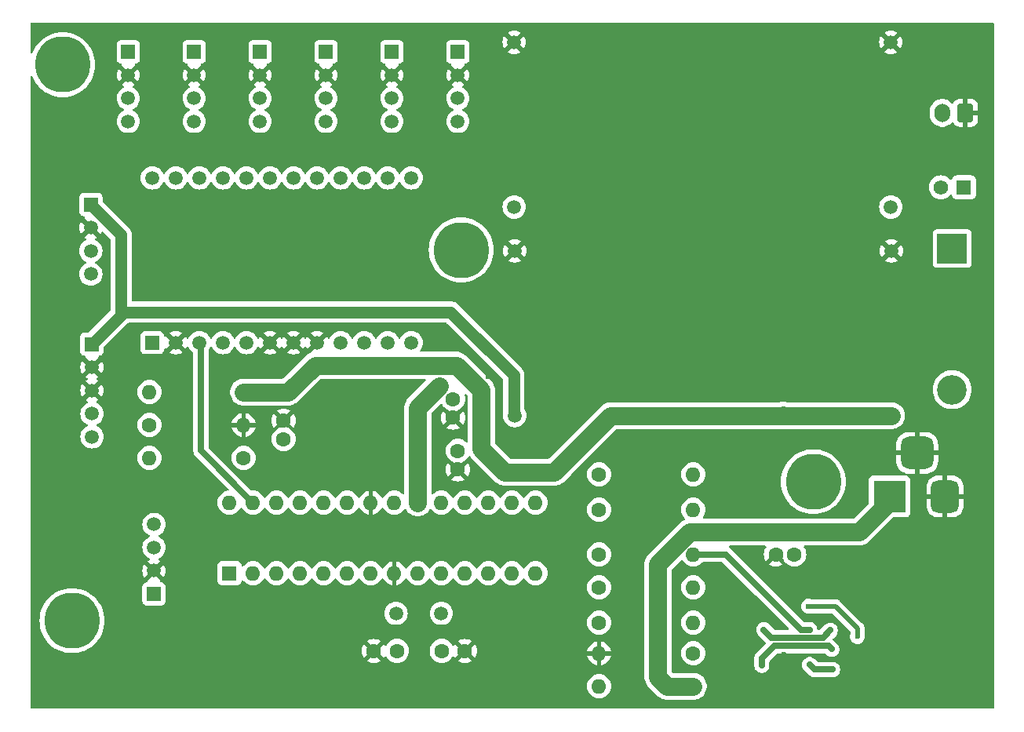
<source format=gbr>
%TF.GenerationSoftware,KiCad,Pcbnew,8.0.2*%
%TF.CreationDate,2024-06-06T11:53:52+07:00*%
%TF.ProjectId,IncubatorTesterV6,496e6375-6261-4746-9f72-546573746572,rev?*%
%TF.SameCoordinates,Original*%
%TF.FileFunction,Copper,L2,Bot*%
%TF.FilePolarity,Positive*%
%FSLAX46Y46*%
G04 Gerber Fmt 4.6, Leading zero omitted, Abs format (unit mm)*
G04 Created by KiCad (PCBNEW 8.0.2) date 2024-06-06 11:53:52*
%MOMM*%
%LPD*%
G01*
G04 APERTURE LIST*
G04 Aperture macros list*
%AMRoundRect*
0 Rectangle with rounded corners*
0 $1 Rounding radius*
0 $2 $3 $4 $5 $6 $7 $8 $9 X,Y pos of 4 corners*
0 Add a 4 corners polygon primitive as box body*
4,1,4,$2,$3,$4,$5,$6,$7,$8,$9,$2,$3,0*
0 Add four circle primitives for the rounded corners*
1,1,$1+$1,$2,$3*
1,1,$1+$1,$4,$5*
1,1,$1+$1,$6,$7*
1,1,$1+$1,$8,$9*
0 Add four rect primitives between the rounded corners*
20,1,$1+$1,$2,$3,$4,$5,0*
20,1,$1+$1,$4,$5,$6,$7,0*
20,1,$1+$1,$6,$7,$8,$9,0*
20,1,$1+$1,$8,$9,$2,$3,0*%
G04 Aperture macros list end*
%TA.AperFunction,ComponentPad*%
%ADD10C,1.508000*%
%TD*%
%TA.AperFunction,ComponentPad*%
%ADD11R,1.508000X1.508000*%
%TD*%
%TA.AperFunction,ComponentPad*%
%ADD12C,1.600000*%
%TD*%
%TA.AperFunction,ComponentPad*%
%ADD13R,1.600000X1.600000*%
%TD*%
%TA.AperFunction,ComponentPad*%
%ADD14O,1.600000X1.600000*%
%TD*%
%TA.AperFunction,ComponentPad*%
%ADD15RoundRect,0.250000X0.600000X0.750000X-0.600000X0.750000X-0.600000X-0.750000X0.600000X-0.750000X0*%
%TD*%
%TA.AperFunction,ComponentPad*%
%ADD16O,1.700000X2.000000*%
%TD*%
%TA.AperFunction,ComponentPad*%
%ADD17R,3.500000X3.500000*%
%TD*%
%TA.AperFunction,ComponentPad*%
%ADD18RoundRect,0.750000X0.750000X1.000000X-0.750000X1.000000X-0.750000X-1.000000X0.750000X-1.000000X0*%
%TD*%
%TA.AperFunction,ComponentPad*%
%ADD19RoundRect,0.875000X0.875000X0.875000X-0.875000X0.875000X-0.875000X-0.875000X0.875000X-0.875000X0*%
%TD*%
%TA.AperFunction,ComponentPad*%
%ADD20R,1.575000X1.575000*%
%TD*%
%TA.AperFunction,ComponentPad*%
%ADD21C,1.575000*%
%TD*%
%TA.AperFunction,ComponentPad*%
%ADD22C,1.500000*%
%TD*%
%TA.AperFunction,ComponentPad*%
%ADD23R,3.200000X3.200000*%
%TD*%
%TA.AperFunction,ComponentPad*%
%ADD24O,3.200000X3.200000*%
%TD*%
%TA.AperFunction,WasherPad*%
%ADD25O,6.000000X6.000000*%
%TD*%
%TA.AperFunction,ViaPad*%
%ADD26C,0.600000*%
%TD*%
%TA.AperFunction,ViaPad*%
%ADD27C,1.000000*%
%TD*%
%TA.AperFunction,ViaPad*%
%ADD28C,1.200000*%
%TD*%
%TA.AperFunction,Conductor*%
%ADD29C,1.905000*%
%TD*%
%TA.AperFunction,Conductor*%
%ADD30C,0.508000*%
%TD*%
%TA.AperFunction,Conductor*%
%ADD31C,0.635000*%
%TD*%
%TA.AperFunction,Conductor*%
%ADD32C,1.270000*%
%TD*%
G04 APERTURE END LIST*
D10*
%TO.P,U6,1,IN+*%
%TO.N,VBatt*%
X192010000Y-105720000D03*
%TO.P,U6,2,IN-*%
%TO.N,GND*%
X192010000Y-87940000D03*
%TO.P,U6,3,OUT-*%
X151370000Y-87940000D03*
%TO.P,U6,4,OUT+*%
%TO.N,7V5DC*%
X151370000Y-105720000D03*
%TD*%
%TO.P,U5,1,IN+*%
%TO.N,VBatt*%
X191940000Y-83200000D03*
%TO.P,U5,2,IN-*%
%TO.N,GND*%
X191940000Y-65420000D03*
%TO.P,U5,3,OUT-*%
X151300000Y-65420000D03*
%TO.P,U5,4,OUT+*%
%TO.N,5VDC*%
X151300000Y-83200000D03*
%TD*%
D11*
%TO.P,J6,1,1*%
%TO.N,3V3DC*%
X123894315Y-66455685D03*
D10*
%TO.P,J6,2,2*%
%TO.N,GND*%
X123894315Y-68955685D03*
%TO.P,J6,3,3*%
%TO.N,SCL5*%
X123894315Y-71455685D03*
%TO.P,J6,4,4*%
%TO.N,SDA5*%
X123894315Y-73955685D03*
%TD*%
D12*
%TO.P,C4,1*%
%TO.N,Net-(U1-XTAL2{slash}PB7)*%
X143492315Y-131105685D03*
%TO.P,C4,2*%
%TO.N,GND*%
X145992315Y-131105685D03*
%TD*%
D11*
%TO.P,J5,1,1*%
%TO.N,3V3DC*%
X109670315Y-66455685D03*
D10*
%TO.P,J5,2,2*%
%TO.N,GND*%
X109670315Y-68955685D03*
%TO.P,J5,3,3*%
%TO.N,SCL4*%
X109670315Y-71455685D03*
%TO.P,J5,4,4*%
%TO.N,SDA4*%
X109670315Y-73955685D03*
%TD*%
D11*
%TO.P,J9,1,1*%
%TO.N,7V5DC*%
X105750000Y-97990000D03*
D10*
%TO.P,J9,2,2*%
%TO.N,GND*%
X105750000Y-100490000D03*
%TO.P,J9,3,3*%
X105750000Y-102990000D03*
%TO.P,J9,4,4*%
%TO.N,AUX1*%
X105750000Y-105490000D03*
%TO.P,J9,5,5*%
%TO.N,AUX2*%
X105750000Y-107990000D03*
%TD*%
D13*
%TO.P,U1,1,~{RESET}/PC6*%
%TO.N,unconnected-(U1-~{RESET}{slash}PC6-Pad1)*%
X120592315Y-122723685D03*
D14*
%TO.P,U1,2,PD0*%
%TO.N,RX*%
X123132315Y-122723685D03*
%TO.P,U1,3,PD1*%
%TO.N,TX*%
X125672315Y-122723685D03*
%TO.P,U1,4,PD2*%
%TO.N,unconnected-(U1-PD2-Pad4)*%
X128212315Y-122723685D03*
%TO.P,U1,5,PD3*%
%TO.N,unconnected-(U1-PD3-Pad5)*%
X130752315Y-122723685D03*
%TO.P,U1,6,PD4*%
%TO.N,unconnected-(U1-PD4-Pad6)*%
X133292315Y-122723685D03*
%TO.P,U1,7,VCC*%
%TO.N,5VDC*%
X135832315Y-122723685D03*
%TO.P,U1,8,GND*%
%TO.N,GND*%
X138372315Y-122723685D03*
%TO.P,U1,9,XTAL1/PB6*%
%TO.N,Net-(U1-XTAL1{slash}PB6)*%
X140912315Y-122723685D03*
%TO.P,U1,10,XTAL2/PB7*%
%TO.N,Net-(U1-XTAL2{slash}PB7)*%
X143452315Y-122723685D03*
%TO.P,U1,11,PD5*%
%TO.N,unconnected-(U1-PD5-Pad11)*%
X145992315Y-122723685D03*
%TO.P,U1,12,PD6*%
%TO.N,unconnected-(U1-PD6-Pad12)*%
X148532315Y-122723685D03*
%TO.P,U1,13,PD7*%
%TO.N,Chg_Indicator*%
X151072315Y-122723685D03*
%TO.P,U1,14,PB0*%
%TO.N,unconnected-(U1-PB0-Pad14)*%
X153612315Y-122723685D03*
%TO.P,U1,15,PB1*%
%TO.N,unconnected-(U1-PB1-Pad15)*%
X153612315Y-115103685D03*
%TO.P,U1,16,PB2*%
%TO.N,CS*%
X151072315Y-115103685D03*
%TO.P,U1,17,PB3*%
%TO.N,MOSI*%
X148532315Y-115103685D03*
%TO.P,U1,18,PB4*%
%TO.N,MISO*%
X145992315Y-115103685D03*
%TO.P,U1,19,PB5*%
%TO.N,CLK*%
X143452315Y-115103685D03*
%TO.P,U1,20,AVCC*%
%TO.N,5VDC*%
X140912315Y-115103685D03*
%TO.P,U1,21,AREF*%
%TO.N,Net-(U1-AREF)*%
X138372315Y-115103685D03*
%TO.P,U1,22,GND*%
%TO.N,GND*%
X135832315Y-115103685D03*
%TO.P,U1,23,PC0*%
%TO.N,Bat_Measure*%
X133292315Y-115103685D03*
%TO.P,U1,24,PC1*%
%TO.N,AUX1*%
X130752315Y-115103685D03*
%TO.P,U1,25,PC2*%
%TO.N,AUX2*%
X128212315Y-115103685D03*
%TO.P,U1,26,PC3*%
%TO.N,unconnected-(U1-PC3-Pad26)*%
X125672315Y-115103685D03*
%TO.P,U1,27,PC4*%
%TO.N,SDA*%
X123132315Y-115103685D03*
%TO.P,U1,28,PC5*%
%TO.N,SCL*%
X120592315Y-115103685D03*
%TD*%
D11*
%TO.P,J2,1,1*%
%TO.N,3V3DC*%
X138118315Y-66455685D03*
D10*
%TO.P,J2,2,2*%
%TO.N,GND*%
X138118315Y-68955685D03*
%TO.P,J2,3,3*%
%TO.N,SCL1*%
X138118315Y-71455685D03*
%TO.P,J2,4,4*%
%TO.N,SDA1*%
X138118315Y-73955685D03*
%TD*%
D12*
%TO.P,R10,1*%
%TO.N,Bat_Measure*%
X122116315Y-110277685D03*
D14*
%TO.P,R10,2*%
%TO.N,Net-(R10-Pad2)*%
X111956315Y-110277685D03*
%TD*%
D12*
%TO.P,R5,1*%
%TO.N,VBatt*%
X122116315Y-103165685D03*
D14*
%TO.P,R5,2*%
%TO.N,Net-(R10-Pad2)*%
X111956315Y-103165685D03*
%TD*%
D12*
%TO.P,C6,1*%
%TO.N,Net-(U1-XTAL1{slash}PB6)*%
X138666315Y-131105685D03*
%TO.P,C6,2*%
%TO.N,GND*%
X136166315Y-131105685D03*
%TD*%
D11*
%TO.P,J8,1,1*%
%TO.N,5VDC*%
X112447315Y-124949685D03*
D10*
%TO.P,J8,2,2*%
%TO.N,GND*%
X112447315Y-122449685D03*
%TO.P,J8,3,3*%
%TO.N,TX*%
X112447315Y-119949685D03*
%TO.P,J8,4,4*%
%TO.N,RX*%
X112447315Y-117449685D03*
%TD*%
D12*
%TO.P,R9,1*%
%TO.N,Chg_Indicator*%
X160470315Y-128057685D03*
D14*
%TO.P,R9,2*%
%TO.N,Net-(R7-Pad2)*%
X170630315Y-128057685D03*
%TD*%
D12*
%TO.P,R2,1*%
%TO.N,CLK*%
X160470315Y-124247685D03*
D14*
%TO.P,R2,2*%
%TO.N,Net-(U4-B1)*%
X170630315Y-124247685D03*
%TD*%
D12*
%TO.P,R1,1*%
%TO.N,MOSI*%
X160470315Y-115865685D03*
D14*
%TO.P,R1,2*%
%TO.N,Net-(U4-B0)*%
X170630315Y-115865685D03*
%TD*%
D15*
%TO.P,Battery1,1,1*%
%TO.N,GND*%
X200000000Y-73041285D03*
D16*
%TO.P,Battery1,2,2*%
%TO.N,Net-(D1-K)*%
X197500000Y-73041285D03*
%TD*%
D11*
%TO.P,J4,1,1*%
%TO.N,3V3DC*%
X116782315Y-66455685D03*
D10*
%TO.P,J4,2,2*%
%TO.N,GND*%
X116782315Y-68955685D03*
%TO.P,J4,3,3*%
%TO.N,SCL3*%
X116782315Y-71455685D03*
%TO.P,J4,4,4*%
%TO.N,SDA3*%
X116782315Y-73955685D03*
%TD*%
D17*
%TO.P,VDCIn1,1*%
%TO.N,Net-(D1-A)*%
X191799000Y-114428000D03*
D18*
%TO.P,VDCIn1,2*%
%TO.N,GND*%
X197799000Y-114428000D03*
D19*
%TO.P,VDCIn1,3*%
X194799000Y-109728000D03*
%TD*%
D12*
%TO.P,R7,1*%
%TO.N,Net-(D1-A)*%
X170630315Y-134915685D03*
D14*
%TO.P,R7,2*%
%TO.N,Net-(R7-Pad2)*%
X160470315Y-134915685D03*
%TD*%
D12*
%TO.P,C7,1*%
%TO.N,3V3DC*%
X145230315Y-109515685D03*
%TO.P,C7,2*%
%TO.N,GND*%
X145230315Y-111515685D03*
%TD*%
%TO.P,C2,1*%
%TO.N,Net-(U1-AREF)*%
X126434315Y-108245685D03*
%TO.P,C2,2*%
%TO.N,GND*%
X126434315Y-106245685D03*
%TD*%
%TO.P,R3,1*%
%TO.N,MISO*%
X160470315Y-120691685D03*
D14*
%TO.P,R3,2*%
%TO.N,Net-(U4-B2)*%
X170630315Y-120691685D03*
%TD*%
D11*
%TO.P,J1,1,1*%
%TO.N,3V3DC*%
X131006315Y-66455685D03*
D10*
%TO.P,J1,2,2*%
%TO.N,GND*%
X131006315Y-68955685D03*
%TO.P,J1,3,3*%
%TO.N,SCL0*%
X131006315Y-71455685D03*
%TO.P,J1,4,4*%
%TO.N,SDA0*%
X131006315Y-73955685D03*
%TD*%
D12*
%TO.P,C1,1*%
%TO.N,3V3DC*%
X181536315Y-120691685D03*
%TO.P,C1,2*%
%TO.N,GND*%
X179536315Y-120691685D03*
%TD*%
%TO.P,R6,1*%
%TO.N,Net-(R10-Pad2)*%
X111956315Y-106721685D03*
D14*
%TO.P,R6,2*%
%TO.N,GND*%
X122116315Y-106721685D03*
%TD*%
D12*
%TO.P,R4,1*%
%TO.N,CS*%
X160470315Y-112055685D03*
D14*
%TO.P,R4,2*%
%TO.N,Net-(U4-B3)*%
X170630315Y-112055685D03*
%TD*%
D20*
%TO.P,SwitchSlot1,1,1*%
%TO.N,Net-(D1-K)*%
X199840315Y-81067685D03*
D21*
%TO.P,SwitchSlot1,2,2*%
%TO.N,VBatt*%
X197340315Y-81067685D03*
%TD*%
D11*
%TO.P,J7,1,1*%
%TO.N,7V5DC*%
X105623315Y-82925685D03*
D10*
%TO.P,J7,2,2*%
%TO.N,GND*%
X105623315Y-85425685D03*
%TO.P,J7,3,3*%
%TO.N,SCL*%
X105623315Y-87925685D03*
%TO.P,J7,4,4*%
%TO.N,SDA*%
X105623315Y-90425685D03*
%TD*%
D11*
%TO.P,J3,1,1*%
%TO.N,3V3DC*%
X145230315Y-66455685D03*
D10*
%TO.P,J3,2,2*%
%TO.N,GND*%
X145230315Y-68955685D03*
%TO.P,J3,3,3*%
%TO.N,SCL2*%
X145230315Y-71455685D03*
%TO.P,J3,4,4*%
%TO.N,SDA2*%
X145230315Y-73955685D03*
%TD*%
D12*
%TO.P,R8,1*%
%TO.N,Net-(R7-Pad2)*%
X170630315Y-131359685D03*
D14*
%TO.P,R8,2*%
%TO.N,GND*%
X160470315Y-131359685D03*
%TD*%
D12*
%TO.P,C5,1*%
%TO.N,5VDC*%
X144722315Y-103927685D03*
%TO.P,C5,2*%
%TO.N,GND*%
X144722315Y-105927685D03*
%TD*%
D22*
%TO.P,Y1,1,1*%
%TO.N,Net-(U1-XTAL2{slash}PB7)*%
X143452315Y-127041685D03*
%TO.P,Y1,2,2*%
%TO.N,Net-(U1-XTAL1{slash}PB6)*%
X138572315Y-127041685D03*
%TD*%
D11*
%TO.P,U3,1,VIN*%
%TO.N,3V3DC*%
X112260000Y-97831685D03*
D10*
%TO.P,U3,2,GND*%
%TO.N,GND*%
X114800000Y-97831685D03*
%TO.P,U3,3,SDA*%
%TO.N,SDA*%
X117340000Y-97831685D03*
%TO.P,U3,4,SCL*%
%TO.N,SCL*%
X119880000Y-97831685D03*
%TO.P,U3,5,RST*%
%TO.N,unconnected-(U3-RST-Pad5)*%
X122420000Y-97831685D03*
%TO.P,U3,6,A0*%
%TO.N,GND*%
X124960000Y-97831685D03*
%TO.P,U3,7,A1*%
X127500000Y-97831685D03*
%TO.P,U3,8,A2*%
X130040000Y-97831685D03*
%TO.P,U3,9,SD0*%
%TO.N,unconnected-(U3-SD0-Pad9)*%
X132580000Y-97831685D03*
%TO.P,U3,10,SC0*%
%TO.N,unconnected-(U3-SC0-Pad10)*%
X135120000Y-97831685D03*
%TO.P,U3,11,SD1*%
%TO.N,unconnected-(U3-SD1-Pad11)*%
X137660000Y-97831685D03*
%TO.P,U3,12,SC1*%
%TO.N,unconnected-(U3-SC1-Pad12)*%
X140200000Y-97831685D03*
%TO.P,U3,13,SD2*%
%TO.N,SDA2*%
X140200000Y-80051685D03*
%TO.P,U3,14,SC2*%
%TO.N,SCL2*%
X137660000Y-80051685D03*
%TO.P,U3,15,SD3*%
%TO.N,SDA1*%
X135120000Y-80051685D03*
%TO.P,U3,16,SC3*%
%TO.N,SCL1*%
X132580000Y-80051685D03*
%TO.P,U3,17,SD4*%
%TO.N,SDA0*%
X130040000Y-80051685D03*
%TO.P,U3,18,SC4*%
%TO.N,SCL0*%
X127500000Y-80051685D03*
%TO.P,U3,19,SD5*%
%TO.N,SDA5*%
X124960000Y-80051685D03*
%TO.P,U3,20,SC5*%
%TO.N,SCL5*%
X122420000Y-80051685D03*
%TO.P,U3,21,SD6*%
%TO.N,SDA3*%
X119880000Y-80051685D03*
%TO.P,U3,22,SC6*%
%TO.N,SCL3*%
X117340000Y-80051685D03*
%TO.P,U3,23,SD7*%
%TO.N,SDA4*%
X114800000Y-80051685D03*
%TO.P,U3,24,SC7*%
%TO.N,SCL4*%
X112260000Y-80051685D03*
%TD*%
D23*
%TO.P,D1,1,K*%
%TO.N,Net-(D1-K)*%
X198570315Y-87671685D03*
D24*
%TO.P,D1,2,A*%
%TO.N,Net-(D1-A)*%
X198570315Y-102911685D03*
%TD*%
D25*
%TO.P,,*%
%TO.N,*%
X183594715Y-112836685D03*
%TD*%
%TO.P,,*%
%TO.N,*%
X102594715Y-67836685D03*
%TD*%
%TO.P,,*%
%TO.N,*%
X145594715Y-87836685D03*
%TD*%
%TO.P,,*%
%TO.N,*%
X103594715Y-127836685D03*
%TD*%
D26*
%TO.N,3V3DC*%
X183076315Y-126279685D03*
X188341000Y-129550000D03*
D27*
%TO.N,5VDC*%
X143280000Y-102485370D03*
D26*
%TO.N,Net-(U4-B2)*%
X183203315Y-128819685D03*
%TO.N,CLK_L*%
X185572200Y-130920000D03*
X178021715Y-132655085D03*
%TO.N,MISO_L*%
X183177915Y-132578885D03*
X185674000Y-133120000D03*
%TO.N,MOSI_L*%
X178250315Y-128819685D03*
X185422315Y-128879685D03*
D28*
%TO.N,VBatt*%
X180340000Y-105664000D03*
D26*
%TO.N,GND*%
X135670000Y-116700000D03*
X123640315Y-112817685D03*
X180434715Y-131512085D03*
X198700000Y-136190000D03*
X133910000Y-112980000D03*
X107442000Y-111125000D03*
X175456315Y-126279685D03*
X177996315Y-133899685D03*
X148500000Y-101500000D03*
X183025515Y-127549685D03*
X115000000Y-92000000D03*
X143290000Y-105000000D03*
X124910315Y-77511685D03*
X180390000Y-124570000D03*
X177996315Y-130115085D03*
X119576315Y-77511685D03*
X188790000Y-136830000D03*
X190830000Y-134860000D03*
X111194315Y-77511685D03*
X111000000Y-89250000D03*
X136848315Y-102149685D03*
%TD*%
D29*
%TO.N,Net-(D1-A)*%
X188506315Y-118278685D02*
X191799000Y-114986000D01*
X170630315Y-134915685D02*
X167836315Y-134915685D01*
X167836315Y-134915685D02*
X166820315Y-133899685D01*
X166820315Y-121740433D02*
X170282063Y-118278685D01*
X170282063Y-118278685D02*
X188506315Y-118278685D01*
X191799000Y-114986000D02*
X191799000Y-114428000D01*
X166820315Y-133899685D02*
X166820315Y-121740433D01*
D30*
%TO.N,3V3DC*%
X188341000Y-129550000D02*
X188341000Y-128651000D01*
X188341000Y-128651000D02*
X185969685Y-126279685D01*
X185969685Y-126279685D02*
X183076315Y-126279685D01*
D29*
%TO.N,5VDC*%
X143280000Y-102485370D02*
X140912315Y-104853055D01*
X140912315Y-104853055D02*
X140912315Y-115103685D01*
D31*
%TO.N,Net-(U4-B2)*%
X174131685Y-120691685D02*
X170630315Y-120691685D01*
X183203315Y-128819685D02*
X182259685Y-128819685D01*
X182259685Y-128819685D02*
X174131685Y-120691685D01*
%TO.N,SDA*%
X117500000Y-97991685D02*
X117500000Y-109471370D01*
X117340000Y-97831685D02*
X117500000Y-97991685D01*
X117500000Y-109471370D02*
X123132315Y-115103685D01*
%TO.N,CLK_L*%
X185224485Y-130572285D02*
X179367915Y-130572285D01*
X179367915Y-130572285D02*
X178021715Y-131918485D01*
X185572200Y-130920000D02*
X185224485Y-130572285D01*
X178021715Y-131918485D02*
X178021715Y-132655085D01*
%TO.N,MISO_L*%
X185674000Y-133120000D02*
X183719030Y-133120000D01*
X183719030Y-133120000D02*
X183177915Y-132578885D01*
%TO.N,MOSI_L*%
X179085315Y-129654685D02*
X178250315Y-128819685D01*
X184647315Y-129654685D02*
X179085315Y-129654685D01*
X185422315Y-128879685D02*
X184647315Y-129654685D01*
D29*
%TO.N,VBatt*%
X122116315Y-103165685D02*
X126942315Y-103165685D01*
X180298315Y-105705685D02*
X180340000Y-105664000D01*
X147770315Y-102930315D02*
X147770315Y-109261685D01*
X150310315Y-111801685D02*
X155644315Y-111801685D01*
X145120000Y-100280000D02*
X147770315Y-102930315D01*
X180381685Y-105705685D02*
X192000000Y-105705685D01*
X180340000Y-105664000D02*
X180381685Y-105705685D01*
X129828000Y-100280000D02*
X145120000Y-100280000D01*
X155644315Y-111801685D02*
X161740315Y-105705685D01*
X161740315Y-105705685D02*
X180298315Y-105705685D01*
X147770315Y-109261685D02*
X150310315Y-111801685D01*
X126942315Y-103165685D02*
X129828000Y-100280000D01*
D32*
%TO.N,7V5DC*%
X105623315Y-82925685D02*
X108908315Y-86210685D01*
X108908315Y-94649685D02*
X109028315Y-94529685D01*
X151257000Y-105602685D02*
X151360000Y-105705685D01*
X109028315Y-94529685D02*
X109028315Y-94711685D01*
X151257000Y-101318370D02*
X151257000Y-105602685D01*
X109028315Y-94711685D02*
X105823000Y-97917000D01*
X109028315Y-94529685D02*
X144468315Y-94529685D01*
X108908315Y-86210685D02*
X108908315Y-94649685D01*
X144468315Y-94529685D02*
X151257000Y-101318370D01*
X105823000Y-97917000D02*
X105664000Y-97917000D01*
%TD*%
%TA.AperFunction,Conductor*%
%TO.N,GND*%
G36*
X129574075Y-98024678D02*
G01*
X129639901Y-98138692D01*
X129732993Y-98231784D01*
X129847007Y-98297610D01*
X129910590Y-98314647D01*
X129323203Y-98902032D01*
X129273852Y-98932278D01*
X129270241Y-98933451D01*
X129066458Y-99037285D01*
X128881440Y-99171707D01*
X128881435Y-99171711D01*
X126376781Y-101676366D01*
X126315458Y-101709851D01*
X126289100Y-101712685D01*
X122001961Y-101712685D01*
X121926664Y-101724611D01*
X121776068Y-101748463D01*
X121776065Y-101748463D01*
X121558559Y-101819135D01*
X121354776Y-101922968D01*
X121271123Y-101983746D01*
X121169749Y-102057399D01*
X121169747Y-102057401D01*
X121169746Y-102057401D01*
X121008031Y-102219116D01*
X121008031Y-102219117D01*
X121008029Y-102219119D01*
X120951042Y-102297555D01*
X120873598Y-102404146D01*
X120769765Y-102607929D01*
X120699093Y-102825435D01*
X120699093Y-102825438D01*
X120699093Y-102825440D01*
X120663315Y-103051331D01*
X120663315Y-103280039D01*
X120673375Y-103343553D01*
X120699093Y-103505931D01*
X120699093Y-103505934D01*
X120769765Y-103723440D01*
X120863034Y-103906490D01*
X120873598Y-103927223D01*
X121008029Y-104112251D01*
X121169749Y-104273971D01*
X121354777Y-104408402D01*
X121461869Y-104462968D01*
X121558559Y-104512234D01*
X121776066Y-104582906D01*
X121776067Y-104582906D01*
X121776070Y-104582907D01*
X122001961Y-104618685D01*
X122001962Y-104618685D01*
X127056668Y-104618685D01*
X127056669Y-104618685D01*
X127282560Y-104582907D01*
X127366255Y-104555713D01*
X127459774Y-104525327D01*
X127500071Y-104512234D01*
X127500074Y-104512233D01*
X127522326Y-104500895D01*
X127703853Y-104408402D01*
X127888881Y-104273972D01*
X130393534Y-101769319D01*
X130454857Y-101735834D01*
X130481215Y-101733000D01*
X141678156Y-101733000D01*
X141745195Y-101752685D01*
X141790950Y-101805489D01*
X141800894Y-101874647D01*
X141771869Y-101938203D01*
X141765837Y-101944681D01*
X139804026Y-103906490D01*
X139804022Y-103906495D01*
X139669600Y-104091513D01*
X139565766Y-104295295D01*
X139565765Y-104295298D01*
X139531935Y-104399421D01*
X139495093Y-104512808D01*
X139459315Y-104738701D01*
X139459315Y-114052136D01*
X139439630Y-114119175D01*
X139386826Y-114164930D01*
X139317668Y-114174874D01*
X139254112Y-114145849D01*
X139247634Y-114139817D01*
X139211456Y-114103639D01*
X139025049Y-113973117D01*
X139025047Y-113973116D01*
X138818812Y-113876946D01*
X138818803Y-113876943D01*
X138599012Y-113818051D01*
X138599008Y-113818050D01*
X138599007Y-113818050D01*
X138599006Y-113818049D01*
X138599001Y-113818049D01*
X138372317Y-113798217D01*
X138372313Y-113798217D01*
X138145628Y-113818049D01*
X138145617Y-113818051D01*
X137925826Y-113876943D01*
X137925817Y-113876946D01*
X137719582Y-113973116D01*
X137719580Y-113973117D01*
X137533173Y-114103639D01*
X137372269Y-114264543D01*
X137241748Y-114450949D01*
X137241747Y-114450951D01*
X137241630Y-114451203D01*
X137214421Y-114509552D01*
X137168248Y-114561991D01*
X137101054Y-114581142D01*
X137034173Y-114560926D01*
X136989657Y-114509550D01*
X136962450Y-114451205D01*
X136962449Y-114451203D01*
X136831972Y-114264864D01*
X136671135Y-114104027D01*
X136484797Y-113973550D01*
X136278643Y-113877419D01*
X136082315Y-113824812D01*
X136082315Y-114787999D01*
X136077921Y-114783605D01*
X135986709Y-114730944D01*
X135884976Y-114703685D01*
X135779654Y-114703685D01*
X135677921Y-114730944D01*
X135586709Y-114783605D01*
X135582315Y-114787999D01*
X135582315Y-113824812D01*
X135385986Y-113877419D01*
X135179832Y-113973550D01*
X134993494Y-114104027D01*
X134832657Y-114264864D01*
X134702182Y-114451200D01*
X134674972Y-114509552D01*
X134628799Y-114561991D01*
X134561605Y-114581142D01*
X134494724Y-114560926D01*
X134450208Y-114509550D01*
X134423000Y-114451203D01*
X134422883Y-114450951D01*
X134292362Y-114264546D01*
X134292360Y-114264543D01*
X134131456Y-114103639D01*
X133945049Y-113973117D01*
X133945047Y-113973116D01*
X133738812Y-113876946D01*
X133738803Y-113876943D01*
X133519012Y-113818051D01*
X133519008Y-113818050D01*
X133519007Y-113818050D01*
X133519006Y-113818049D01*
X133519001Y-113818049D01*
X133292317Y-113798217D01*
X133292313Y-113798217D01*
X133065628Y-113818049D01*
X133065617Y-113818051D01*
X132845826Y-113876943D01*
X132845817Y-113876946D01*
X132639582Y-113973116D01*
X132639580Y-113973117D01*
X132453173Y-114103639D01*
X132292269Y-114264543D01*
X132161747Y-114450950D01*
X132161746Y-114450952D01*
X132134697Y-114508960D01*
X132088524Y-114561399D01*
X132021331Y-114580551D01*
X131954450Y-114560335D01*
X131909933Y-114508960D01*
X131883001Y-114451205D01*
X131882883Y-114450951D01*
X131752362Y-114264546D01*
X131752360Y-114264543D01*
X131591456Y-114103639D01*
X131405049Y-113973117D01*
X131405047Y-113973116D01*
X131198812Y-113876946D01*
X131198803Y-113876943D01*
X130979012Y-113818051D01*
X130979008Y-113818050D01*
X130979007Y-113818050D01*
X130979006Y-113818049D01*
X130979001Y-113818049D01*
X130752317Y-113798217D01*
X130752313Y-113798217D01*
X130525628Y-113818049D01*
X130525617Y-113818051D01*
X130305826Y-113876943D01*
X130305817Y-113876946D01*
X130099582Y-113973116D01*
X130099580Y-113973117D01*
X129913173Y-114103639D01*
X129752269Y-114264543D01*
X129621747Y-114450950D01*
X129621746Y-114450952D01*
X129594697Y-114508960D01*
X129548524Y-114561399D01*
X129481331Y-114580551D01*
X129414450Y-114560335D01*
X129369933Y-114508960D01*
X129343001Y-114451205D01*
X129342883Y-114450951D01*
X129212362Y-114264546D01*
X129212360Y-114264543D01*
X129051456Y-114103639D01*
X128865049Y-113973117D01*
X128865047Y-113973116D01*
X128658812Y-113876946D01*
X128658803Y-113876943D01*
X128439012Y-113818051D01*
X128439008Y-113818050D01*
X128439007Y-113818050D01*
X128439006Y-113818049D01*
X128439001Y-113818049D01*
X128212317Y-113798217D01*
X128212313Y-113798217D01*
X127985628Y-113818049D01*
X127985617Y-113818051D01*
X127765826Y-113876943D01*
X127765817Y-113876946D01*
X127559582Y-113973116D01*
X127559580Y-113973117D01*
X127373173Y-114103639D01*
X127212269Y-114264543D01*
X127081747Y-114450950D01*
X127081746Y-114450952D01*
X127054697Y-114508960D01*
X127008524Y-114561399D01*
X126941331Y-114580551D01*
X126874450Y-114560335D01*
X126829933Y-114508960D01*
X126803001Y-114451205D01*
X126802883Y-114450951D01*
X126672362Y-114264546D01*
X126672360Y-114264543D01*
X126511456Y-114103639D01*
X126325049Y-113973117D01*
X126325047Y-113973116D01*
X126118812Y-113876946D01*
X126118803Y-113876943D01*
X125899012Y-113818051D01*
X125899008Y-113818050D01*
X125899007Y-113818050D01*
X125899006Y-113818049D01*
X125899001Y-113818049D01*
X125672317Y-113798217D01*
X125672313Y-113798217D01*
X125445628Y-113818049D01*
X125445617Y-113818051D01*
X125225826Y-113876943D01*
X125225817Y-113876946D01*
X125019582Y-113973116D01*
X125019580Y-113973117D01*
X124833173Y-114103639D01*
X124672269Y-114264543D01*
X124541747Y-114450950D01*
X124541746Y-114450952D01*
X124514697Y-114508960D01*
X124468524Y-114561399D01*
X124401331Y-114580551D01*
X124334450Y-114560335D01*
X124289933Y-114508960D01*
X124263001Y-114451205D01*
X124262883Y-114450951D01*
X124132362Y-114264546D01*
X124132360Y-114264543D01*
X123971456Y-114103639D01*
X123785049Y-113973117D01*
X123785047Y-113973116D01*
X123578812Y-113876946D01*
X123578803Y-113876943D01*
X123359012Y-113818051D01*
X123359008Y-113818050D01*
X123359007Y-113818050D01*
X123359006Y-113818049D01*
X123359001Y-113818049D01*
X123132317Y-113798217D01*
X123132312Y-113798217D01*
X123053232Y-113805135D01*
X122984733Y-113791368D01*
X122954745Y-113769288D01*
X119463140Y-110277683D01*
X120810847Y-110277683D01*
X120810847Y-110277686D01*
X120830679Y-110504371D01*
X120830681Y-110504382D01*
X120889573Y-110724173D01*
X120889576Y-110724182D01*
X120985746Y-110930417D01*
X120985747Y-110930419D01*
X121116269Y-111116826D01*
X121277173Y-111277730D01*
X121277176Y-111277732D01*
X121463581Y-111408253D01*
X121669819Y-111504424D01*
X121889623Y-111563320D01*
X122051545Y-111577486D01*
X122116313Y-111583153D01*
X122116315Y-111583153D01*
X122116317Y-111583153D01*
X122172988Y-111578194D01*
X122343007Y-111563320D01*
X122562811Y-111504424D01*
X122769049Y-111408253D01*
X122955454Y-111277732D01*
X123116362Y-111116824D01*
X123246883Y-110930419D01*
X123343054Y-110724181D01*
X123401950Y-110504377D01*
X123421783Y-110277685D01*
X123401950Y-110050993D01*
X123350463Y-109858841D01*
X123343056Y-109831196D01*
X123343053Y-109831187D01*
X123301637Y-109742371D01*
X123246883Y-109624951D01*
X123116362Y-109438546D01*
X123116360Y-109438543D01*
X122955456Y-109277639D01*
X122769049Y-109147117D01*
X122769047Y-109147116D01*
X122562812Y-109050946D01*
X122562803Y-109050943D01*
X122343012Y-108992051D01*
X122343008Y-108992050D01*
X122343007Y-108992050D01*
X122343006Y-108992049D01*
X122343001Y-108992049D01*
X122116317Y-108972217D01*
X122116313Y-108972217D01*
X121889628Y-108992049D01*
X121889617Y-108992051D01*
X121669826Y-109050943D01*
X121669817Y-109050946D01*
X121463582Y-109147116D01*
X121463580Y-109147117D01*
X121277173Y-109277639D01*
X121116269Y-109438543D01*
X120985747Y-109624950D01*
X120985746Y-109624952D01*
X120889576Y-109831187D01*
X120889573Y-109831196D01*
X120830681Y-110050987D01*
X120830679Y-110050998D01*
X120810847Y-110277683D01*
X119463140Y-110277683D01*
X118354319Y-109168862D01*
X118320834Y-109107539D01*
X118318000Y-109081181D01*
X118318000Y-108245683D01*
X125128847Y-108245683D01*
X125128847Y-108245686D01*
X125148679Y-108472371D01*
X125148681Y-108472382D01*
X125207573Y-108692173D01*
X125207576Y-108692182D01*
X125303746Y-108898417D01*
X125303747Y-108898419D01*
X125434269Y-109084826D01*
X125595173Y-109245730D01*
X125595176Y-109245732D01*
X125781581Y-109376253D01*
X125987819Y-109472424D01*
X126207623Y-109531320D01*
X126369545Y-109545486D01*
X126434313Y-109551153D01*
X126434315Y-109551153D01*
X126434317Y-109551153D01*
X126490988Y-109546194D01*
X126661007Y-109531320D01*
X126880811Y-109472424D01*
X127087049Y-109376253D01*
X127273454Y-109245732D01*
X127434362Y-109084824D01*
X127564883Y-108898419D01*
X127661054Y-108692181D01*
X127719950Y-108472377D01*
X127736949Y-108278069D01*
X127739783Y-108245686D01*
X127739783Y-108245683D01*
X127734116Y-108180915D01*
X127719950Y-108018993D01*
X127661054Y-107799189D01*
X127564883Y-107592951D01*
X127434362Y-107406546D01*
X127434360Y-107406543D01*
X127273456Y-107245639D01*
X127087049Y-107115117D01*
X127087047Y-107115116D01*
X126880812Y-107018946D01*
X126876307Y-107017739D01*
X126820723Y-106985646D01*
X126480763Y-106645685D01*
X126486976Y-106645685D01*
X126588709Y-106618426D01*
X126679921Y-106565765D01*
X126754395Y-106491291D01*
X126807056Y-106400079D01*
X126834315Y-106298346D01*
X126834315Y-106292132D01*
X127513339Y-106971156D01*
X127564451Y-106898163D01*
X127660579Y-106692016D01*
X127660584Y-106692002D01*
X127719454Y-106472295D01*
X127719456Y-106472284D01*
X127739281Y-106245687D01*
X127739281Y-106245682D01*
X127719456Y-106019085D01*
X127719454Y-106019074D01*
X127660584Y-105799367D01*
X127660579Y-105799353D01*
X127564451Y-105593206D01*
X127564447Y-105593198D01*
X127513340Y-105520211D01*
X126834315Y-106199236D01*
X126834315Y-106193024D01*
X126807056Y-106091291D01*
X126754395Y-106000079D01*
X126679921Y-105925605D01*
X126588709Y-105872944D01*
X126486976Y-105845685D01*
X126480763Y-105845685D01*
X127159787Y-105166659D01*
X127086793Y-105115548D01*
X126880646Y-105019420D01*
X126880632Y-105019415D01*
X126660925Y-104960545D01*
X126660914Y-104960543D01*
X126434317Y-104940719D01*
X126434313Y-104940719D01*
X126207715Y-104960543D01*
X126207704Y-104960545D01*
X125987997Y-105019415D01*
X125987988Y-105019419D01*
X125781831Y-105115551D01*
X125781827Y-105115553D01*
X125708841Y-105166658D01*
X125708841Y-105166659D01*
X126387868Y-105845685D01*
X126381654Y-105845685D01*
X126279921Y-105872944D01*
X126188709Y-105925605D01*
X126114235Y-106000079D01*
X126061574Y-106091291D01*
X126034315Y-106193024D01*
X126034315Y-106199237D01*
X125355289Y-105520211D01*
X125355288Y-105520211D01*
X125304183Y-105593197D01*
X125304181Y-105593201D01*
X125208049Y-105799358D01*
X125208045Y-105799367D01*
X125149175Y-106019074D01*
X125149173Y-106019085D01*
X125129349Y-106245682D01*
X125129349Y-106245687D01*
X125149173Y-106472284D01*
X125149175Y-106472295D01*
X125208045Y-106692002D01*
X125208050Y-106692016D01*
X125304178Y-106898163D01*
X125355289Y-106971157D01*
X126034315Y-106292131D01*
X126034315Y-106298346D01*
X126061574Y-106400079D01*
X126114235Y-106491291D01*
X126188709Y-106565765D01*
X126279921Y-106618426D01*
X126381654Y-106645685D01*
X126387868Y-106645685D01*
X126047905Y-106985646D01*
X125992327Y-107017737D01*
X125987823Y-107018944D01*
X125987818Y-107018945D01*
X125781582Y-107115116D01*
X125781580Y-107115117D01*
X125595173Y-107245639D01*
X125434269Y-107406543D01*
X125303747Y-107592950D01*
X125303746Y-107592952D01*
X125207576Y-107799187D01*
X125207573Y-107799196D01*
X125148681Y-108018987D01*
X125148679Y-108018998D01*
X125128847Y-108245683D01*
X118318000Y-108245683D01*
X118318000Y-106471684D01*
X120837442Y-106471684D01*
X120837443Y-106471685D01*
X121800629Y-106471685D01*
X121796235Y-106476079D01*
X121743574Y-106567291D01*
X121716315Y-106669024D01*
X121716315Y-106774346D01*
X121743574Y-106876079D01*
X121796235Y-106967291D01*
X121800629Y-106971685D01*
X120837443Y-106971685D01*
X120890045Y-107168002D01*
X120890049Y-107168011D01*
X120986180Y-107374167D01*
X121116657Y-107560505D01*
X121277494Y-107721342D01*
X121463832Y-107851819D01*
X121669988Y-107947950D01*
X121669997Y-107947954D01*
X121866314Y-108000557D01*
X121866315Y-108000556D01*
X121866315Y-107037371D01*
X121870709Y-107041765D01*
X121961921Y-107094426D01*
X122063654Y-107121685D01*
X122168976Y-107121685D01*
X122270709Y-107094426D01*
X122361921Y-107041765D01*
X122366315Y-107037371D01*
X122366315Y-108000557D01*
X122562632Y-107947954D01*
X122562641Y-107947950D01*
X122768797Y-107851819D01*
X122955135Y-107721342D01*
X123115972Y-107560505D01*
X123246449Y-107374167D01*
X123342580Y-107168011D01*
X123342584Y-107168002D01*
X123395187Y-106971685D01*
X122432001Y-106971685D01*
X122436395Y-106967291D01*
X122489056Y-106876079D01*
X122516315Y-106774346D01*
X122516315Y-106669024D01*
X122489056Y-106567291D01*
X122436395Y-106476079D01*
X122432001Y-106471685D01*
X123395187Y-106471685D01*
X123395187Y-106471684D01*
X123342584Y-106275367D01*
X123342580Y-106275358D01*
X123246449Y-106069202D01*
X123115972Y-105882864D01*
X122955135Y-105722027D01*
X122768797Y-105591550D01*
X122562643Y-105495419D01*
X122366315Y-105442812D01*
X122366315Y-106405999D01*
X122361921Y-106401605D01*
X122270709Y-106348944D01*
X122168976Y-106321685D01*
X122063654Y-106321685D01*
X121961921Y-106348944D01*
X121870709Y-106401605D01*
X121866315Y-106405999D01*
X121866315Y-105442812D01*
X121669986Y-105495419D01*
X121463832Y-105591550D01*
X121277494Y-105722027D01*
X121116657Y-105882864D01*
X120986180Y-106069202D01*
X120890049Y-106275358D01*
X120890045Y-106275367D01*
X120837442Y-106471684D01*
X118318000Y-106471684D01*
X118318000Y-98661207D01*
X118337685Y-98594168D01*
X118340411Y-98590103D01*
X118430579Y-98461331D01*
X118497618Y-98317563D01*
X118543790Y-98265124D01*
X118610983Y-98245972D01*
X118677864Y-98266187D01*
X118722381Y-98317563D01*
X118733468Y-98341339D01*
X118789419Y-98461327D01*
X118789423Y-98461335D01*
X118915322Y-98641137D01*
X118915326Y-98641142D01*
X119070543Y-98796359D01*
X119070545Y-98796360D01*
X119070547Y-98796362D01*
X119250349Y-98922261D01*
X119250351Y-98922262D01*
X119250354Y-98922264D01*
X119449297Y-99015032D01*
X119661326Y-99071846D01*
X119817521Y-99085511D01*
X119879998Y-99090977D01*
X119880000Y-99090977D01*
X119880002Y-99090977D01*
X119934797Y-99086183D01*
X120098674Y-99071846D01*
X120310703Y-99015032D01*
X120509646Y-98922264D01*
X120689457Y-98796359D01*
X120844674Y-98641142D01*
X120970579Y-98461331D01*
X121037618Y-98317563D01*
X121083790Y-98265124D01*
X121150983Y-98245972D01*
X121217864Y-98266187D01*
X121262381Y-98317563D01*
X121273468Y-98341339D01*
X121329419Y-98461327D01*
X121329423Y-98461335D01*
X121455322Y-98641137D01*
X121455326Y-98641142D01*
X121610543Y-98796359D01*
X121610545Y-98796360D01*
X121610547Y-98796362D01*
X121790349Y-98922261D01*
X121790351Y-98922262D01*
X121790354Y-98922264D01*
X121989297Y-99015032D01*
X122201326Y-99071846D01*
X122357521Y-99085511D01*
X122419998Y-99090977D01*
X122420000Y-99090977D01*
X122420002Y-99090977D01*
X122474797Y-99086183D01*
X122638674Y-99071846D01*
X122850703Y-99015032D01*
X123049646Y-98922264D01*
X123229457Y-98796359D01*
X123384674Y-98641142D01*
X123510579Y-98461331D01*
X123577893Y-98316973D01*
X123624065Y-98264534D01*
X123691258Y-98245382D01*
X123758139Y-98265597D01*
X123802657Y-98316973D01*
X123869854Y-98461077D01*
X123914003Y-98524128D01*
X124477037Y-97961094D01*
X124494075Y-98024678D01*
X124559901Y-98138692D01*
X124652993Y-98231784D01*
X124767007Y-98297610D01*
X124830590Y-98314647D01*
X124267555Y-98877681D01*
X124330601Y-98921827D01*
X124330605Y-98921829D01*
X124529466Y-99014559D01*
X124529475Y-99014563D01*
X124741407Y-99071349D01*
X124741417Y-99071351D01*
X124959999Y-99090475D01*
X124960001Y-99090475D01*
X125178582Y-99071351D01*
X125178592Y-99071349D01*
X125390524Y-99014563D01*
X125390533Y-99014559D01*
X125589392Y-98921830D01*
X125652443Y-98877680D01*
X125089410Y-98314647D01*
X125152993Y-98297610D01*
X125267007Y-98231784D01*
X125360099Y-98138692D01*
X125425925Y-98024678D01*
X125442962Y-97961094D01*
X126005995Y-98524127D01*
X126050145Y-98461077D01*
X126117618Y-98316382D01*
X126163790Y-98263943D01*
X126230984Y-98244791D01*
X126297865Y-98265007D01*
X126342382Y-98316382D01*
X126409854Y-98461077D01*
X126454003Y-98524128D01*
X127017037Y-97961094D01*
X127034075Y-98024678D01*
X127099901Y-98138692D01*
X127192993Y-98231784D01*
X127307007Y-98297610D01*
X127370590Y-98314647D01*
X126807555Y-98877681D01*
X126870601Y-98921827D01*
X126870605Y-98921829D01*
X127069466Y-99014559D01*
X127069475Y-99014563D01*
X127281407Y-99071349D01*
X127281417Y-99071351D01*
X127499999Y-99090475D01*
X127500001Y-99090475D01*
X127718582Y-99071351D01*
X127718592Y-99071349D01*
X127930524Y-99014563D01*
X127930533Y-99014559D01*
X128129392Y-98921830D01*
X128192443Y-98877680D01*
X127629410Y-98314647D01*
X127692993Y-98297610D01*
X127807007Y-98231784D01*
X127900099Y-98138692D01*
X127965925Y-98024678D01*
X127982962Y-97961094D01*
X128545995Y-98524127D01*
X128590145Y-98461077D01*
X128657618Y-98316382D01*
X128703790Y-98263943D01*
X128770984Y-98244791D01*
X128837865Y-98265007D01*
X128882382Y-98316382D01*
X128949854Y-98461077D01*
X128994003Y-98524128D01*
X129557037Y-97961094D01*
X129574075Y-98024678D01*
G37*
%TD.AperFunction*%
%TA.AperFunction,Conductor*%
G36*
X203037254Y-63356870D02*
G01*
X203083009Y-63409674D01*
X203094215Y-63461185D01*
X203094215Y-137212185D01*
X203074530Y-137279224D01*
X203021726Y-137324979D01*
X202970215Y-137336185D01*
X99219215Y-137336185D01*
X99152176Y-137316500D01*
X99106421Y-137263696D01*
X99095215Y-137212185D01*
X99095215Y-134915683D01*
X159164847Y-134915683D01*
X159164847Y-134915686D01*
X159184679Y-135142371D01*
X159184681Y-135142382D01*
X159243573Y-135362173D01*
X159243576Y-135362182D01*
X159339746Y-135568417D01*
X159339747Y-135568419D01*
X159470269Y-135754826D01*
X159631173Y-135915730D01*
X159631176Y-135915732D01*
X159817581Y-136046253D01*
X160023819Y-136142424D01*
X160243623Y-136201320D01*
X160405545Y-136215486D01*
X160470313Y-136221153D01*
X160470315Y-136221153D01*
X160470317Y-136221153D01*
X160526988Y-136216194D01*
X160697007Y-136201320D01*
X160916811Y-136142424D01*
X161123049Y-136046253D01*
X161309454Y-135915732D01*
X161470362Y-135754824D01*
X161600883Y-135568419D01*
X161697054Y-135362181D01*
X161755950Y-135142377D01*
X161775783Y-134915685D01*
X161755950Y-134688993D01*
X161697054Y-134469189D01*
X161600883Y-134262951D01*
X161470362Y-134076546D01*
X161470360Y-134076543D01*
X161309456Y-133915639D01*
X161123049Y-133785117D01*
X161123047Y-133785116D01*
X160916812Y-133688946D01*
X160916803Y-133688943D01*
X160697012Y-133630051D01*
X160697008Y-133630050D01*
X160697007Y-133630050D01*
X160697006Y-133630049D01*
X160697001Y-133630049D01*
X160470317Y-133610217D01*
X160470313Y-133610217D01*
X160243628Y-133630049D01*
X160243617Y-133630051D01*
X160023826Y-133688943D01*
X160023817Y-133688946D01*
X159817582Y-133785116D01*
X159817580Y-133785117D01*
X159631173Y-133915639D01*
X159470269Y-134076543D01*
X159339747Y-134262950D01*
X159339746Y-134262952D01*
X159243576Y-134469187D01*
X159243573Y-134469196D01*
X159184681Y-134688987D01*
X159184679Y-134688998D01*
X159164847Y-134915683D01*
X99095215Y-134915683D01*
X99095215Y-127836684D01*
X100089411Y-127836684D01*
X100089411Y-127836685D01*
X100108613Y-128203090D01*
X100148528Y-128455105D01*
X100166010Y-128565479D01*
X100237920Y-128833851D01*
X100260975Y-128919891D01*
X100392461Y-129262424D01*
X100559035Y-129589341D01*
X100758862Y-129897049D01*
X100927775Y-130105639D01*
X100989766Y-130182191D01*
X101249209Y-130441634D01*
X101361456Y-130532530D01*
X101534350Y-130672537D01*
X101791350Y-130839434D01*
X101842063Y-130872367D01*
X102168979Y-131038940D01*
X102511516Y-131170427D01*
X102865921Y-131265390D01*
X103228311Y-131322787D01*
X103574449Y-131340926D01*
X103594714Y-131341989D01*
X103594715Y-131341989D01*
X103594716Y-131341989D01*
X103613918Y-131340982D01*
X103961119Y-131322787D01*
X104323509Y-131265390D01*
X104677914Y-131170427D01*
X104846581Y-131105682D01*
X134861349Y-131105682D01*
X134861349Y-131105687D01*
X134881173Y-131332284D01*
X134881175Y-131332295D01*
X134940044Y-131551998D01*
X134940050Y-131552016D01*
X135036178Y-131758163D01*
X135087289Y-131831157D01*
X135766315Y-131152131D01*
X135766315Y-131158346D01*
X135793574Y-131260079D01*
X135846235Y-131351291D01*
X135920709Y-131425765D01*
X136011921Y-131478426D01*
X136113654Y-131505685D01*
X136119868Y-131505685D01*
X135440841Y-132184710D01*
X135513828Y-132235817D01*
X135513836Y-132235821D01*
X135719983Y-132331949D01*
X135719997Y-132331954D01*
X135939704Y-132390824D01*
X135939715Y-132390826D01*
X136166313Y-132410651D01*
X136166317Y-132410651D01*
X136392914Y-132390826D01*
X136392925Y-132390824D01*
X136612632Y-132331954D01*
X136612646Y-132331949D01*
X136818793Y-132235821D01*
X136891786Y-132184709D01*
X136212762Y-131505685D01*
X136218976Y-131505685D01*
X136320709Y-131478426D01*
X136411921Y-131425765D01*
X136486395Y-131351291D01*
X136539056Y-131260079D01*
X136566315Y-131158346D01*
X136566315Y-131152132D01*
X137245339Y-131831156D01*
X137296449Y-131758166D01*
X137303655Y-131742713D01*
X137349826Y-131690272D01*
X137417019Y-131671118D01*
X137483900Y-131691331D01*
X137528420Y-131742707D01*
X137535745Y-131758415D01*
X137535747Y-131758419D01*
X137666269Y-131944826D01*
X137827173Y-132105730D01*
X137827176Y-132105732D01*
X138013581Y-132236253D01*
X138219819Y-132332424D01*
X138219824Y-132332425D01*
X138219826Y-132332426D01*
X138223592Y-132333435D01*
X138439623Y-132391320D01*
X138601545Y-132405486D01*
X138666313Y-132411153D01*
X138666315Y-132411153D01*
X138666317Y-132411153D01*
X138722988Y-132406194D01*
X138893007Y-132391320D01*
X139112811Y-132332424D01*
X139319049Y-132236253D01*
X139505454Y-132105732D01*
X139666362Y-131944824D01*
X139796883Y-131758419D01*
X139893054Y-131552181D01*
X139951950Y-131332377D01*
X139971783Y-131105685D01*
X139971783Y-131105683D01*
X142186847Y-131105683D01*
X142186847Y-131105686D01*
X142206679Y-131332371D01*
X142206681Y-131332382D01*
X142265573Y-131552173D01*
X142265576Y-131552182D01*
X142361746Y-131758417D01*
X142361747Y-131758419D01*
X142492269Y-131944826D01*
X142653173Y-132105730D01*
X142653176Y-132105732D01*
X142839581Y-132236253D01*
X143045819Y-132332424D01*
X143045824Y-132332425D01*
X143045826Y-132332426D01*
X143049592Y-132333435D01*
X143265623Y-132391320D01*
X143427545Y-132405486D01*
X143492313Y-132411153D01*
X143492315Y-132411153D01*
X143492317Y-132411153D01*
X143548988Y-132406194D01*
X143719007Y-132391320D01*
X143938811Y-132332424D01*
X144145049Y-132236253D01*
X144331454Y-132105732D01*
X144492362Y-131944824D01*
X144622883Y-131758419D01*
X144630208Y-131742709D01*
X144676379Y-131690271D01*
X144743572Y-131671118D01*
X144810453Y-131691333D01*
X144854972Y-131742709D01*
X144862179Y-131758165D01*
X144913289Y-131831157D01*
X145592315Y-131152131D01*
X145592315Y-131158346D01*
X145619574Y-131260079D01*
X145672235Y-131351291D01*
X145746709Y-131425765D01*
X145837921Y-131478426D01*
X145939654Y-131505685D01*
X145945868Y-131505685D01*
X145266841Y-132184710D01*
X145339828Y-132235817D01*
X145339836Y-132235821D01*
X145545983Y-132331949D01*
X145545997Y-132331954D01*
X145765704Y-132390824D01*
X145765715Y-132390826D01*
X145992313Y-132410651D01*
X145992317Y-132410651D01*
X146218914Y-132390826D01*
X146218925Y-132390824D01*
X146438632Y-132331954D01*
X146438646Y-132331949D01*
X146644793Y-132235821D01*
X146717786Y-132184709D01*
X146038762Y-131505685D01*
X146044976Y-131505685D01*
X146146709Y-131478426D01*
X146237921Y-131425765D01*
X146312395Y-131351291D01*
X146365056Y-131260079D01*
X146392315Y-131158346D01*
X146392315Y-131152132D01*
X147071339Y-131831156D01*
X147122451Y-131758163D01*
X147218579Y-131552016D01*
X147218586Y-131551998D01*
X147277454Y-131332295D01*
X147277456Y-131332284D01*
X147296931Y-131109684D01*
X159191442Y-131109684D01*
X159191443Y-131109685D01*
X160154629Y-131109685D01*
X160150235Y-131114079D01*
X160097574Y-131205291D01*
X160070315Y-131307024D01*
X160070315Y-131412346D01*
X160097574Y-131514079D01*
X160150235Y-131605291D01*
X160154629Y-131609685D01*
X159191443Y-131609685D01*
X159244045Y-131806002D01*
X159244049Y-131806011D01*
X159340180Y-132012167D01*
X159470657Y-132198505D01*
X159631494Y-132359342D01*
X159817832Y-132489819D01*
X160023988Y-132585950D01*
X160023997Y-132585954D01*
X160220314Y-132638557D01*
X160220315Y-132638556D01*
X160220315Y-131675371D01*
X160224709Y-131679765D01*
X160315921Y-131732426D01*
X160417654Y-131759685D01*
X160522976Y-131759685D01*
X160624709Y-131732426D01*
X160715921Y-131679765D01*
X160720315Y-131675371D01*
X160720315Y-132638557D01*
X160916632Y-132585954D01*
X160916641Y-132585950D01*
X161122797Y-132489819D01*
X161309135Y-132359342D01*
X161469972Y-132198505D01*
X161600449Y-132012167D01*
X161696580Y-131806011D01*
X161696584Y-131806002D01*
X161749187Y-131609685D01*
X160786001Y-131609685D01*
X160790395Y-131605291D01*
X160843056Y-131514079D01*
X160870315Y-131412346D01*
X160870315Y-131307024D01*
X160843056Y-131205291D01*
X160790395Y-131114079D01*
X160786001Y-131109685D01*
X161749187Y-131109685D01*
X161749187Y-131109684D01*
X161696584Y-130913367D01*
X161696580Y-130913358D01*
X161600449Y-130707202D01*
X161469972Y-130520864D01*
X161309135Y-130360027D01*
X161122797Y-130229550D01*
X160916643Y-130133419D01*
X160720315Y-130080812D01*
X160720315Y-131043999D01*
X160715921Y-131039605D01*
X160624709Y-130986944D01*
X160522976Y-130959685D01*
X160417654Y-130959685D01*
X160315921Y-130986944D01*
X160224709Y-131039605D01*
X160220315Y-131043999D01*
X160220315Y-130080812D01*
X160023986Y-130133419D01*
X159817832Y-130229550D01*
X159631494Y-130360027D01*
X159470657Y-130520864D01*
X159340180Y-130707202D01*
X159244049Y-130913358D01*
X159244045Y-130913367D01*
X159191442Y-131109684D01*
X147296931Y-131109684D01*
X147297281Y-131105687D01*
X147297281Y-131105682D01*
X147277456Y-130879085D01*
X147277454Y-130879074D01*
X147218584Y-130659367D01*
X147218579Y-130659353D01*
X147122451Y-130453206D01*
X147122447Y-130453198D01*
X147071340Y-130380211D01*
X146392315Y-131059236D01*
X146392315Y-131053024D01*
X146365056Y-130951291D01*
X146312395Y-130860079D01*
X146237921Y-130785605D01*
X146146709Y-130732944D01*
X146044976Y-130705685D01*
X146038763Y-130705685D01*
X146717787Y-130026659D01*
X146644793Y-129975548D01*
X146438646Y-129879420D01*
X146438632Y-129879415D01*
X146218925Y-129820545D01*
X146218914Y-129820543D01*
X145992317Y-129800719D01*
X145992313Y-129800719D01*
X145765715Y-129820543D01*
X145765704Y-129820545D01*
X145545997Y-129879415D01*
X145545988Y-129879419D01*
X145339831Y-129975551D01*
X145339827Y-129975553D01*
X145266841Y-130026658D01*
X145266841Y-130026659D01*
X145945868Y-130705685D01*
X145939654Y-130705685D01*
X145837921Y-130732944D01*
X145746709Y-130785605D01*
X145672235Y-130860079D01*
X145619574Y-130951291D01*
X145592315Y-131053024D01*
X145592315Y-131059237D01*
X144913289Y-130380211D01*
X144913288Y-130380211D01*
X144862183Y-130453197D01*
X144862182Y-130453199D01*
X144854971Y-130468664D01*
X144808797Y-130521102D01*
X144741603Y-130540252D01*
X144674722Y-130520035D01*
X144630208Y-130468661D01*
X144622883Y-130452951D01*
X144492362Y-130266546D01*
X144492360Y-130266543D01*
X144331456Y-130105639D01*
X144145049Y-129975117D01*
X144145047Y-129975116D01*
X143938812Y-129878946D01*
X143938803Y-129878943D01*
X143719012Y-129820051D01*
X143719008Y-129820050D01*
X143719007Y-129820050D01*
X143719006Y-129820049D01*
X143719001Y-129820049D01*
X143492317Y-129800217D01*
X143492313Y-129800217D01*
X143265628Y-129820049D01*
X143265617Y-129820051D01*
X143045826Y-129878943D01*
X143045817Y-129878946D01*
X142839582Y-129975116D01*
X142839580Y-129975117D01*
X142653173Y-130105639D01*
X142492269Y-130266543D01*
X142361747Y-130452950D01*
X142361746Y-130452952D01*
X142265576Y-130659187D01*
X142265573Y-130659196D01*
X142206681Y-130878987D01*
X142206679Y-130878998D01*
X142186847Y-131105683D01*
X139971783Y-131105683D01*
X139951950Y-130878993D01*
X139905513Y-130705685D01*
X139893056Y-130659196D01*
X139893053Y-130659187D01*
X139833992Y-130532531D01*
X139796883Y-130452951D01*
X139666362Y-130266546D01*
X139666360Y-130266543D01*
X139505456Y-130105639D01*
X139319049Y-129975117D01*
X139319047Y-129975116D01*
X139112812Y-129878946D01*
X139112803Y-129878943D01*
X138893012Y-129820051D01*
X138893008Y-129820050D01*
X138893007Y-129820050D01*
X138893006Y-129820049D01*
X138893001Y-129820049D01*
X138666317Y-129800217D01*
X138666313Y-129800217D01*
X138439628Y-129820049D01*
X138439617Y-129820051D01*
X138219826Y-129878943D01*
X138219817Y-129878946D01*
X138013582Y-129975116D01*
X138013580Y-129975117D01*
X137827173Y-130105639D01*
X137666269Y-130266543D01*
X137535747Y-130452950D01*
X137535744Y-130452955D01*
X137528419Y-130468664D01*
X137482244Y-130521102D01*
X137415050Y-130540251D01*
X137348170Y-130520032D01*
X137303656Y-130468658D01*
X137296448Y-130453200D01*
X137296447Y-130453198D01*
X137245340Y-130380211D01*
X136566315Y-131059236D01*
X136566315Y-131053024D01*
X136539056Y-130951291D01*
X136486395Y-130860079D01*
X136411921Y-130785605D01*
X136320709Y-130732944D01*
X136218976Y-130705685D01*
X136212763Y-130705685D01*
X136891787Y-130026659D01*
X136818793Y-129975548D01*
X136612646Y-129879420D01*
X136612632Y-129879415D01*
X136392925Y-129820545D01*
X136392914Y-129820543D01*
X136166317Y-129800719D01*
X136166313Y-129800719D01*
X135939715Y-129820543D01*
X135939704Y-129820545D01*
X135719997Y-129879415D01*
X135719988Y-129879419D01*
X135513831Y-129975551D01*
X135513827Y-129975553D01*
X135440841Y-130026658D01*
X135440841Y-130026659D01*
X136119868Y-130705685D01*
X136113654Y-130705685D01*
X136011921Y-130732944D01*
X135920709Y-130785605D01*
X135846235Y-130860079D01*
X135793574Y-130951291D01*
X135766315Y-131053024D01*
X135766315Y-131059237D01*
X135087289Y-130380211D01*
X135087288Y-130380211D01*
X135036183Y-130453197D01*
X135036181Y-130453201D01*
X134940049Y-130659358D01*
X134940045Y-130659367D01*
X134881175Y-130879074D01*
X134881173Y-130879085D01*
X134861349Y-131105682D01*
X104846581Y-131105682D01*
X105020451Y-131038940D01*
X105347367Y-130872367D01*
X105655081Y-130672536D01*
X105940221Y-130441634D01*
X106199664Y-130182191D01*
X106430566Y-129897051D01*
X106630397Y-129589337D01*
X106796970Y-129262421D01*
X106928457Y-128919884D01*
X107023420Y-128565479D01*
X107080817Y-128203089D01*
X107100019Y-127836685D01*
X107080817Y-127470281D01*
X107023420Y-127107891D01*
X107005679Y-127041682D01*
X137317038Y-127041682D01*
X137317038Y-127041687D01*
X137336108Y-127259660D01*
X137336108Y-127259664D01*
X137392737Y-127471007D01*
X137392739Y-127471011D01*
X137392740Y-127471015D01*
X137438976Y-127570169D01*
X137485212Y-127669323D01*
X137485213Y-127669324D01*
X137610717Y-127848562D01*
X137765438Y-128003283D01*
X137944676Y-128128787D01*
X138142985Y-128221260D01*
X138354338Y-128277892D01*
X138533943Y-128293605D01*
X138572313Y-128296962D01*
X138572315Y-128296962D01*
X138572317Y-128296962D01*
X138600569Y-128294490D01*
X138790292Y-128277892D01*
X139001645Y-128221260D01*
X139199954Y-128128787D01*
X139379192Y-128003283D01*
X139533913Y-127848562D01*
X139659417Y-127669324D01*
X139751890Y-127471015D01*
X139808522Y-127259662D01*
X139827592Y-127041685D01*
X139827592Y-127041682D01*
X142197038Y-127041682D01*
X142197038Y-127041687D01*
X142216108Y-127259660D01*
X142216108Y-127259664D01*
X142272737Y-127471007D01*
X142272739Y-127471011D01*
X142272740Y-127471015D01*
X142318976Y-127570169D01*
X142365212Y-127669323D01*
X142365213Y-127669324D01*
X142490717Y-127848562D01*
X142645438Y-128003283D01*
X142824676Y-128128787D01*
X143022985Y-128221260D01*
X143234338Y-128277892D01*
X143413943Y-128293605D01*
X143452313Y-128296962D01*
X143452315Y-128296962D01*
X143452317Y-128296962D01*
X143480569Y-128294490D01*
X143670292Y-128277892D01*
X143881645Y-128221260D01*
X144079954Y-128128787D01*
X144181501Y-128057683D01*
X159164847Y-128057683D01*
X159164847Y-128057686D01*
X159184679Y-128284371D01*
X159184681Y-128284382D01*
X159243573Y-128504173D01*
X159243576Y-128504182D01*
X159339746Y-128710417D01*
X159339747Y-128710419D01*
X159470269Y-128896826D01*
X159631173Y-129057730D01*
X159631970Y-129058288D01*
X159817581Y-129188253D01*
X160023819Y-129284424D01*
X160243623Y-129343320D01*
X160405545Y-129357486D01*
X160470313Y-129363153D01*
X160470315Y-129363153D01*
X160470317Y-129363153D01*
X160526988Y-129358194D01*
X160697007Y-129343320D01*
X160916811Y-129284424D01*
X161123049Y-129188253D01*
X161309454Y-129057732D01*
X161470362Y-128896824D01*
X161600883Y-128710419D01*
X161697054Y-128504181D01*
X161755950Y-128284377D01*
X161775783Y-128057685D01*
X161755950Y-127830993D01*
X161697054Y-127611189D01*
X161600883Y-127404951D01*
X161470362Y-127218546D01*
X161470360Y-127218543D01*
X161309456Y-127057639D01*
X161123049Y-126927117D01*
X161123047Y-126927116D01*
X160916812Y-126830946D01*
X160916803Y-126830943D01*
X160697012Y-126772051D01*
X160697008Y-126772050D01*
X160697007Y-126772050D01*
X160697006Y-126772049D01*
X160697001Y-126772049D01*
X160470317Y-126752217D01*
X160470313Y-126752217D01*
X160243628Y-126772049D01*
X160243617Y-126772051D01*
X160023826Y-126830943D01*
X160023817Y-126830946D01*
X159817582Y-126927116D01*
X159817580Y-126927117D01*
X159631173Y-127057639D01*
X159470269Y-127218543D01*
X159339747Y-127404950D01*
X159339746Y-127404952D01*
X159243576Y-127611187D01*
X159243573Y-127611196D01*
X159184681Y-127830987D01*
X159184679Y-127830998D01*
X159164847Y-128057683D01*
X144181501Y-128057683D01*
X144259192Y-128003283D01*
X144413913Y-127848562D01*
X144539417Y-127669324D01*
X144631890Y-127471015D01*
X144688522Y-127259662D01*
X144707592Y-127041685D01*
X144688522Y-126823708D01*
X144636406Y-126629208D01*
X144631892Y-126612362D01*
X144631891Y-126612361D01*
X144631890Y-126612355D01*
X144539417Y-126414047D01*
X144539415Y-126414044D01*
X144539414Y-126414042D01*
X144413914Y-126234809D01*
X144376881Y-126197776D01*
X144259192Y-126080087D01*
X144079954Y-125954583D01*
X144079955Y-125954583D01*
X144079953Y-125954582D01*
X143980799Y-125908346D01*
X143881645Y-125862110D01*
X143881641Y-125862109D01*
X143881637Y-125862107D01*
X143670292Y-125805478D01*
X143452317Y-125786408D01*
X143452313Y-125786408D01*
X143306997Y-125799121D01*
X143234338Y-125805478D01*
X143234335Y-125805478D01*
X143022992Y-125862107D01*
X143022983Y-125862111D01*
X142824676Y-125954583D01*
X142824672Y-125954585D01*
X142645436Y-126080087D01*
X142490717Y-126234806D01*
X142365215Y-126414042D01*
X142365213Y-126414046D01*
X142272741Y-126612353D01*
X142272737Y-126612362D01*
X142216108Y-126823705D01*
X142216108Y-126823709D01*
X142197038Y-127041682D01*
X139827592Y-127041682D01*
X139808522Y-126823708D01*
X139756406Y-126629208D01*
X139751892Y-126612362D01*
X139751891Y-126612361D01*
X139751890Y-126612355D01*
X139659417Y-126414047D01*
X139659415Y-126414044D01*
X139659414Y-126414042D01*
X139533914Y-126234809D01*
X139496881Y-126197776D01*
X139379192Y-126080087D01*
X139199954Y-125954583D01*
X139199955Y-125954583D01*
X139199953Y-125954582D01*
X139100799Y-125908346D01*
X139001645Y-125862110D01*
X139001641Y-125862109D01*
X139001637Y-125862107D01*
X138790292Y-125805478D01*
X138572317Y-125786408D01*
X138572313Y-125786408D01*
X138426997Y-125799121D01*
X138354338Y-125805478D01*
X138354335Y-125805478D01*
X138142992Y-125862107D01*
X138142983Y-125862111D01*
X137944676Y-125954583D01*
X137944672Y-125954585D01*
X137765436Y-126080087D01*
X137610717Y-126234806D01*
X137485215Y-126414042D01*
X137485213Y-126414046D01*
X137392741Y-126612353D01*
X137392737Y-126612362D01*
X137336108Y-126823705D01*
X137336108Y-126823709D01*
X137317038Y-127041682D01*
X107005679Y-127041682D01*
X106928457Y-126753486D01*
X106796970Y-126410949D01*
X106630397Y-126084033D01*
X106627835Y-126080088D01*
X106430567Y-125776320D01*
X106250451Y-125553896D01*
X106199664Y-125491179D01*
X105940221Y-125231736D01*
X105655081Y-125000834D01*
X105655079Y-125000832D01*
X105347371Y-124801005D01*
X105020454Y-124634431D01*
X104677921Y-124502945D01*
X104571323Y-124474382D01*
X104323509Y-124407980D01*
X104323505Y-124407979D01*
X104323504Y-124407979D01*
X103961120Y-124350583D01*
X103594716Y-124331381D01*
X103594714Y-124331381D01*
X103228309Y-124350583D01*
X102865926Y-124407979D01*
X102865924Y-124407979D01*
X102511508Y-124502945D01*
X102168975Y-124634431D01*
X101842058Y-124801005D01*
X101534350Y-125000832D01*
X101249213Y-125231732D01*
X101249205Y-125231739D01*
X100989769Y-125491175D01*
X100989762Y-125491183D01*
X100758862Y-125776320D01*
X100559035Y-126084028D01*
X100392461Y-126410945D01*
X100260975Y-126753478D01*
X100166009Y-127107894D01*
X100166009Y-127107896D01*
X100108613Y-127470279D01*
X100089411Y-127836684D01*
X99095215Y-127836684D01*
X99095215Y-117449682D01*
X111188023Y-117449682D01*
X111188023Y-117449685D01*
X111207154Y-117668359D01*
X111263968Y-117880388D01*
X111263969Y-117880391D01*
X111263970Y-117880393D01*
X111356734Y-118079327D01*
X111356738Y-118079335D01*
X111482637Y-118259137D01*
X111482642Y-118259143D01*
X111637856Y-118414357D01*
X111637862Y-118414362D01*
X111817664Y-118540261D01*
X111817666Y-118540262D01*
X111817669Y-118540264D01*
X111906051Y-118581476D01*
X111918545Y-118587303D01*
X111970984Y-118633475D01*
X111990136Y-118700669D01*
X111969920Y-118767550D01*
X111918545Y-118812067D01*
X111817668Y-118859106D01*
X111817664Y-118859108D01*
X111637862Y-118985007D01*
X111637856Y-118985012D01*
X111482642Y-119140226D01*
X111482637Y-119140232D01*
X111356738Y-119320034D01*
X111356734Y-119320042D01*
X111263970Y-119518976D01*
X111263968Y-119518980D01*
X111263968Y-119518982D01*
X111263320Y-119521402D01*
X111207154Y-119731009D01*
X111207153Y-119731016D01*
X111188023Y-119949682D01*
X111188023Y-119949687D01*
X111197350Y-120056305D01*
X111207154Y-120168359D01*
X111263968Y-120380388D01*
X111263969Y-120380391D01*
X111263970Y-120380393D01*
X111356734Y-120579327D01*
X111356738Y-120579335D01*
X111482637Y-120759137D01*
X111482642Y-120759143D01*
X111637856Y-120914357D01*
X111637862Y-120914362D01*
X111817664Y-121040261D01*
X111817666Y-121040262D01*
X111817669Y-121040264D01*
X111869485Y-121064426D01*
X111919135Y-121087578D01*
X111971575Y-121133750D01*
X111990727Y-121200943D01*
X111970512Y-121267824D01*
X111919137Y-121312342D01*
X111817918Y-121359542D01*
X111754871Y-121403688D01*
X111754870Y-121403688D01*
X112317905Y-121966722D01*
X112254322Y-121983760D01*
X112140308Y-122049586D01*
X112047216Y-122142678D01*
X111981390Y-122256692D01*
X111964352Y-122320274D01*
X111401318Y-121757240D01*
X111401318Y-121757241D01*
X111357171Y-121820289D01*
X111357170Y-121820291D01*
X111264439Y-122019151D01*
X111264436Y-122019160D01*
X111207650Y-122231092D01*
X111207648Y-122231102D01*
X111188525Y-122449684D01*
X111188525Y-122449685D01*
X111207648Y-122668267D01*
X111207650Y-122668277D01*
X111264436Y-122880209D01*
X111264440Y-122880218D01*
X111357169Y-123079077D01*
X111401318Y-123142128D01*
X111964352Y-122579094D01*
X111981390Y-122642678D01*
X112047216Y-122756692D01*
X112140308Y-122849784D01*
X112254322Y-122915610D01*
X112317905Y-122932647D01*
X111754870Y-123495681D01*
X111756885Y-123518705D01*
X111761262Y-123524180D01*
X111768459Y-123593678D01*
X111736940Y-123656035D01*
X111676712Y-123691452D01*
X111648745Y-123694912D01*
X111648751Y-123695009D01*
X111647367Y-123695083D01*
X111646544Y-123695185D01*
X111645458Y-123695185D01*
X111645438Y-123695186D01*
X111585831Y-123701593D01*
X111450986Y-123751887D01*
X111450979Y-123751891D01*
X111335770Y-123838137D01*
X111335767Y-123838140D01*
X111249521Y-123953349D01*
X111249517Y-123953356D01*
X111199223Y-124088202D01*
X111192816Y-124147801D01*
X111192816Y-124147808D01*
X111192815Y-124147820D01*
X111192815Y-125751555D01*
X111192816Y-125751561D01*
X111199223Y-125811168D01*
X111249517Y-125946013D01*
X111249521Y-125946020D01*
X111335767Y-126061229D01*
X111335770Y-126061232D01*
X111450979Y-126147478D01*
X111450986Y-126147482D01*
X111585832Y-126197776D01*
X111585831Y-126197776D01*
X111592759Y-126198520D01*
X111645442Y-126204185D01*
X113249187Y-126204184D01*
X113308798Y-126197776D01*
X113443646Y-126147481D01*
X113558861Y-126061231D01*
X113645111Y-125946016D01*
X113695406Y-125811168D01*
X113701815Y-125751558D01*
X113701814Y-124247683D01*
X159164847Y-124247683D01*
X159164847Y-124247686D01*
X159184679Y-124474371D01*
X159184681Y-124474382D01*
X159243573Y-124694173D01*
X159243576Y-124694182D01*
X159339746Y-124900417D01*
X159339747Y-124900419D01*
X159470269Y-125086826D01*
X159631173Y-125247730D01*
X159631176Y-125247732D01*
X159817581Y-125378253D01*
X160023819Y-125474424D01*
X160243623Y-125533320D01*
X160405545Y-125547486D01*
X160470313Y-125553153D01*
X160470315Y-125553153D01*
X160470317Y-125553153D01*
X160526988Y-125548194D01*
X160697007Y-125533320D01*
X160916811Y-125474424D01*
X161123049Y-125378253D01*
X161309454Y-125247732D01*
X161470362Y-125086824D01*
X161600883Y-124900419D01*
X161697054Y-124694181D01*
X161755950Y-124474377D01*
X161775783Y-124247685D01*
X161755950Y-124020993D01*
X161697054Y-123801189D01*
X161600883Y-123594951D01*
X161470362Y-123408546D01*
X161470360Y-123408543D01*
X161309456Y-123247639D01*
X161123049Y-123117117D01*
X161123047Y-123117116D01*
X160916812Y-123020946D01*
X160916803Y-123020943D01*
X160697012Y-122962051D01*
X160697008Y-122962050D01*
X160697007Y-122962050D01*
X160697006Y-122962049D01*
X160697001Y-122962049D01*
X160470317Y-122942217D01*
X160470313Y-122942217D01*
X160243628Y-122962049D01*
X160243617Y-122962051D01*
X160023826Y-123020943D01*
X160023817Y-123020946D01*
X159817582Y-123117116D01*
X159817580Y-123117117D01*
X159631173Y-123247639D01*
X159470269Y-123408543D01*
X159339747Y-123594950D01*
X159339746Y-123594952D01*
X159243576Y-123801187D01*
X159243573Y-123801196D01*
X159184681Y-124020987D01*
X159184679Y-124020998D01*
X159164847Y-124247683D01*
X113701814Y-124247683D01*
X113701814Y-124147813D01*
X113695406Y-124088202D01*
X113671529Y-124024185D01*
X113645112Y-123953356D01*
X113645108Y-123953349D01*
X113558862Y-123838140D01*
X113558859Y-123838137D01*
X113443650Y-123751891D01*
X113443643Y-123751887D01*
X113308797Y-123701593D01*
X113308798Y-123701593D01*
X113249198Y-123695186D01*
X113249196Y-123695185D01*
X113249188Y-123695185D01*
X113249180Y-123695185D01*
X113248113Y-123695185D01*
X113247874Y-123695114D01*
X113245863Y-123695007D01*
X113245888Y-123694531D01*
X113181074Y-123675500D01*
X113135319Y-123622696D01*
X113125375Y-123553538D01*
X113136905Y-123528289D01*
X113139758Y-123495680D01*
X112576725Y-122932647D01*
X112640308Y-122915610D01*
X112754322Y-122849784D01*
X112847414Y-122756692D01*
X112913240Y-122642678D01*
X112930277Y-122579094D01*
X113493310Y-123142127D01*
X113537460Y-123079077D01*
X113630189Y-122880218D01*
X113630193Y-122880209D01*
X113686979Y-122668277D01*
X113686981Y-122668267D01*
X113706105Y-122449685D01*
X113706105Y-122449684D01*
X113686981Y-122231102D01*
X113686979Y-122231092D01*
X113630193Y-122019160D01*
X113630189Y-122019151D01*
X113563353Y-121875820D01*
X119291815Y-121875820D01*
X119291815Y-123571555D01*
X119291816Y-123571561D01*
X119298223Y-123631168D01*
X119348517Y-123766013D01*
X119348521Y-123766020D01*
X119434767Y-123881229D01*
X119434770Y-123881232D01*
X119549979Y-123967478D01*
X119549986Y-123967482D01*
X119684832Y-124017776D01*
X119684831Y-124017776D01*
X119691759Y-124018520D01*
X119744442Y-124024185D01*
X121440187Y-124024184D01*
X121499798Y-124017776D01*
X121634646Y-123967481D01*
X121749861Y-123881231D01*
X121836111Y-123766016D01*
X121886406Y-123631168D01*
X121890177Y-123596086D01*
X121916914Y-123531540D01*
X121974305Y-123491691D01*
X122044131Y-123489196D01*
X122104220Y-123524848D01*
X122115041Y-123538221D01*
X122132271Y-123562828D01*
X122293173Y-123723730D01*
X122293176Y-123723732D01*
X122479581Y-123854253D01*
X122685819Y-123950424D01*
X122905623Y-124009320D01*
X123067545Y-124023486D01*
X123132313Y-124029153D01*
X123132315Y-124029153D01*
X123132317Y-124029153D01*
X123189122Y-124024183D01*
X123359007Y-124009320D01*
X123578811Y-123950424D01*
X123785049Y-123854253D01*
X123971454Y-123723732D01*
X124132362Y-123562824D01*
X124262883Y-123376419D01*
X124289933Y-123318409D01*
X124336105Y-123265970D01*
X124403298Y-123246818D01*
X124470180Y-123267033D01*
X124514697Y-123318410D01*
X124541744Y-123376413D01*
X124541747Y-123376419D01*
X124672269Y-123562826D01*
X124833173Y-123723730D01*
X124833176Y-123723732D01*
X125019581Y-123854253D01*
X125225819Y-123950424D01*
X125445623Y-124009320D01*
X125607545Y-124023486D01*
X125672313Y-124029153D01*
X125672315Y-124029153D01*
X125672317Y-124029153D01*
X125729122Y-124024183D01*
X125899007Y-124009320D01*
X126118811Y-123950424D01*
X126325049Y-123854253D01*
X126511454Y-123723732D01*
X126672362Y-123562824D01*
X126802883Y-123376419D01*
X126829933Y-123318409D01*
X126876105Y-123265970D01*
X126943298Y-123246818D01*
X127010180Y-123267033D01*
X127054697Y-123318410D01*
X127081744Y-123376413D01*
X127081747Y-123376419D01*
X127212269Y-123562826D01*
X127373173Y-123723730D01*
X127373176Y-123723732D01*
X127559581Y-123854253D01*
X127765819Y-123950424D01*
X127985623Y-124009320D01*
X128147545Y-124023486D01*
X128212313Y-124029153D01*
X128212315Y-124029153D01*
X128212317Y-124029153D01*
X128269122Y-124024183D01*
X128439007Y-124009320D01*
X128658811Y-123950424D01*
X128865049Y-123854253D01*
X129051454Y-123723732D01*
X129212362Y-123562824D01*
X129342883Y-123376419D01*
X129369933Y-123318409D01*
X129416105Y-123265970D01*
X129483298Y-123246818D01*
X129550180Y-123267033D01*
X129594697Y-123318410D01*
X129621744Y-123376413D01*
X129621747Y-123376419D01*
X129752269Y-123562826D01*
X129913173Y-123723730D01*
X129913176Y-123723732D01*
X130099581Y-123854253D01*
X130305819Y-123950424D01*
X130525623Y-124009320D01*
X130687545Y-124023486D01*
X130752313Y-124029153D01*
X130752315Y-124029153D01*
X130752317Y-124029153D01*
X130809122Y-124024183D01*
X130979007Y-124009320D01*
X131198811Y-123950424D01*
X131405049Y-123854253D01*
X131591454Y-123723732D01*
X131752362Y-123562824D01*
X131882883Y-123376419D01*
X131909933Y-123318409D01*
X131956105Y-123265970D01*
X132023298Y-123246818D01*
X132090180Y-123267033D01*
X132134697Y-123318410D01*
X132161744Y-123376413D01*
X132161747Y-123376419D01*
X132292269Y-123562826D01*
X132453173Y-123723730D01*
X132453176Y-123723732D01*
X132639581Y-123854253D01*
X132845819Y-123950424D01*
X133065623Y-124009320D01*
X133227545Y-124023486D01*
X133292313Y-124029153D01*
X133292315Y-124029153D01*
X133292317Y-124029153D01*
X133349122Y-124024183D01*
X133519007Y-124009320D01*
X133738811Y-123950424D01*
X133945049Y-123854253D01*
X134131454Y-123723732D01*
X134292362Y-123562824D01*
X134422883Y-123376419D01*
X134449933Y-123318409D01*
X134496105Y-123265970D01*
X134563298Y-123246818D01*
X134630180Y-123267033D01*
X134674697Y-123318410D01*
X134701744Y-123376413D01*
X134701747Y-123376419D01*
X134832269Y-123562826D01*
X134993173Y-123723730D01*
X134993176Y-123723732D01*
X135179581Y-123854253D01*
X135385819Y-123950424D01*
X135605623Y-124009320D01*
X135767545Y-124023486D01*
X135832313Y-124029153D01*
X135832315Y-124029153D01*
X135832317Y-124029153D01*
X135889122Y-124024183D01*
X136059007Y-124009320D01*
X136278811Y-123950424D01*
X136485049Y-123854253D01*
X136671454Y-123723732D01*
X136832362Y-123562824D01*
X136962883Y-123376419D01*
X136990210Y-123317814D01*
X137036379Y-123265380D01*
X137103572Y-123246227D01*
X137170454Y-123266442D01*
X137214972Y-123317818D01*
X137242180Y-123376167D01*
X137372657Y-123562505D01*
X137533494Y-123723342D01*
X137719832Y-123853819D01*
X137925988Y-123949950D01*
X137925997Y-123949954D01*
X138122314Y-124002557D01*
X138122315Y-124002556D01*
X138122315Y-123039371D01*
X138126709Y-123043765D01*
X138217921Y-123096426D01*
X138319654Y-123123685D01*
X138424976Y-123123685D01*
X138526709Y-123096426D01*
X138617921Y-123043765D01*
X138622315Y-123039371D01*
X138622315Y-124002557D01*
X138818632Y-123949954D01*
X138818641Y-123949950D01*
X139024797Y-123853819D01*
X139211135Y-123723342D01*
X139371972Y-123562505D01*
X139502447Y-123376169D01*
X139529656Y-123317819D01*
X139575828Y-123265380D01*
X139643022Y-123246227D01*
X139709903Y-123266442D01*
X139754421Y-123317818D01*
X139781746Y-123376417D01*
X139781747Y-123376419D01*
X139912269Y-123562826D01*
X140073173Y-123723730D01*
X140073176Y-123723732D01*
X140259581Y-123854253D01*
X140465819Y-123950424D01*
X140685623Y-124009320D01*
X140847545Y-124023486D01*
X140912313Y-124029153D01*
X140912315Y-124029153D01*
X140912317Y-124029153D01*
X140969122Y-124024183D01*
X141139007Y-124009320D01*
X141358811Y-123950424D01*
X141565049Y-123854253D01*
X141751454Y-123723732D01*
X141912362Y-123562824D01*
X142042883Y-123376419D01*
X142069933Y-123318409D01*
X142116105Y-123265970D01*
X142183298Y-123246818D01*
X142250180Y-123267033D01*
X142294697Y-123318410D01*
X142321744Y-123376413D01*
X142321747Y-123376419D01*
X142452269Y-123562826D01*
X142613173Y-123723730D01*
X142613176Y-123723732D01*
X142799581Y-123854253D01*
X143005819Y-123950424D01*
X143225623Y-124009320D01*
X143387545Y-124023486D01*
X143452313Y-124029153D01*
X143452315Y-124029153D01*
X143452317Y-124029153D01*
X143509122Y-124024183D01*
X143679007Y-124009320D01*
X143898811Y-123950424D01*
X144105049Y-123854253D01*
X144291454Y-123723732D01*
X144452362Y-123562824D01*
X144582883Y-123376419D01*
X144609933Y-123318409D01*
X144656105Y-123265970D01*
X144723298Y-123246818D01*
X144790180Y-123267033D01*
X144834697Y-123318410D01*
X144861744Y-123376413D01*
X144861747Y-123376419D01*
X144992269Y-123562826D01*
X145153173Y-123723730D01*
X145153176Y-123723732D01*
X145339581Y-123854253D01*
X145545819Y-123950424D01*
X145765623Y-124009320D01*
X145927545Y-124023486D01*
X145992313Y-124029153D01*
X145992315Y-124029153D01*
X145992317Y-124029153D01*
X146049122Y-124024183D01*
X146219007Y-124009320D01*
X146438811Y-123950424D01*
X146645049Y-123854253D01*
X146831454Y-123723732D01*
X146992362Y-123562824D01*
X147122883Y-123376419D01*
X147149933Y-123318409D01*
X147196105Y-123265970D01*
X147263298Y-123246818D01*
X147330180Y-123267033D01*
X147374697Y-123318410D01*
X147401744Y-123376413D01*
X147401747Y-123376419D01*
X147532269Y-123562826D01*
X147693173Y-123723730D01*
X147693176Y-123723732D01*
X147879581Y-123854253D01*
X148085819Y-123950424D01*
X148305623Y-124009320D01*
X148467545Y-124023486D01*
X148532313Y-124029153D01*
X148532315Y-124029153D01*
X148532317Y-124029153D01*
X148589122Y-124024183D01*
X148759007Y-124009320D01*
X148978811Y-123950424D01*
X149185049Y-123854253D01*
X149371454Y-123723732D01*
X149532362Y-123562824D01*
X149662883Y-123376419D01*
X149689933Y-123318409D01*
X149736105Y-123265970D01*
X149803298Y-123246818D01*
X149870180Y-123267033D01*
X149914697Y-123318410D01*
X149941744Y-123376413D01*
X149941747Y-123376419D01*
X150072269Y-123562826D01*
X150233173Y-123723730D01*
X150233176Y-123723732D01*
X150419581Y-123854253D01*
X150625819Y-123950424D01*
X150845623Y-124009320D01*
X151007545Y-124023486D01*
X151072313Y-124029153D01*
X151072315Y-124029153D01*
X151072317Y-124029153D01*
X151129122Y-124024183D01*
X151299007Y-124009320D01*
X151518811Y-123950424D01*
X151725049Y-123854253D01*
X151911454Y-123723732D01*
X152072362Y-123562824D01*
X152202883Y-123376419D01*
X152229933Y-123318409D01*
X152276105Y-123265970D01*
X152343298Y-123246818D01*
X152410180Y-123267033D01*
X152454697Y-123318410D01*
X152481744Y-123376413D01*
X152481747Y-123376419D01*
X152612269Y-123562826D01*
X152773173Y-123723730D01*
X152773176Y-123723732D01*
X152959581Y-123854253D01*
X153165819Y-123950424D01*
X153385623Y-124009320D01*
X153547545Y-124023486D01*
X153612313Y-124029153D01*
X153612315Y-124029153D01*
X153612317Y-124029153D01*
X153669122Y-124024183D01*
X153839007Y-124009320D01*
X154058811Y-123950424D01*
X154265049Y-123854253D01*
X154451454Y-123723732D01*
X154612362Y-123562824D01*
X154742883Y-123376419D01*
X154839054Y-123170181D01*
X154897950Y-122950377D01*
X154917783Y-122723685D01*
X154897950Y-122496993D01*
X154839054Y-122277189D01*
X154742883Y-122070951D01*
X154612362Y-121884546D01*
X154612360Y-121884543D01*
X154451456Y-121723639D01*
X154265049Y-121593117D01*
X154265047Y-121593116D01*
X154058812Y-121496946D01*
X154058803Y-121496943D01*
X153839012Y-121438051D01*
X153839008Y-121438050D01*
X153839007Y-121438050D01*
X153839006Y-121438049D01*
X153839001Y-121438049D01*
X153612317Y-121418217D01*
X153612313Y-121418217D01*
X153385628Y-121438049D01*
X153385617Y-121438051D01*
X153165826Y-121496943D01*
X153165817Y-121496946D01*
X152959582Y-121593116D01*
X152959580Y-121593117D01*
X152773173Y-121723639D01*
X152612269Y-121884543D01*
X152481747Y-122070950D01*
X152481746Y-122070952D01*
X152454697Y-122128960D01*
X152408524Y-122181399D01*
X152341331Y-122200551D01*
X152274450Y-122180335D01*
X152229933Y-122128960D01*
X152203001Y-122071205D01*
X152202883Y-122070951D01*
X152072362Y-121884546D01*
X152072360Y-121884543D01*
X151911456Y-121723639D01*
X151725049Y-121593117D01*
X151725047Y-121593116D01*
X151518812Y-121496946D01*
X151518803Y-121496943D01*
X151299012Y-121438051D01*
X151299008Y-121438050D01*
X151299007Y-121438050D01*
X151299006Y-121438049D01*
X151299001Y-121438049D01*
X151072317Y-121418217D01*
X151072313Y-121418217D01*
X150845628Y-121438049D01*
X150845617Y-121438051D01*
X150625826Y-121496943D01*
X150625817Y-121496946D01*
X150419582Y-121593116D01*
X150419580Y-121593117D01*
X150233173Y-121723639D01*
X150072269Y-121884543D01*
X149941747Y-122070950D01*
X149941746Y-122070952D01*
X149914697Y-122128960D01*
X149868524Y-122181399D01*
X149801331Y-122200551D01*
X149734450Y-122180335D01*
X149689933Y-122128960D01*
X149663001Y-122071205D01*
X149662883Y-122070951D01*
X149532362Y-121884546D01*
X149532360Y-121884543D01*
X149371456Y-121723639D01*
X149185049Y-121593117D01*
X149185047Y-121593116D01*
X148978812Y-121496946D01*
X148978803Y-121496943D01*
X148759012Y-121438051D01*
X148759008Y-121438050D01*
X148759007Y-121438050D01*
X148759006Y-121438049D01*
X148759001Y-121438049D01*
X148532317Y-121418217D01*
X148532313Y-121418217D01*
X148305628Y-121438049D01*
X148305617Y-121438051D01*
X148085826Y-121496943D01*
X148085817Y-121496946D01*
X147879582Y-121593116D01*
X147879580Y-121593117D01*
X147693173Y-121723639D01*
X147532269Y-121884543D01*
X147401747Y-122070950D01*
X147401746Y-122070952D01*
X147374697Y-122128960D01*
X147328524Y-122181399D01*
X147261331Y-122200551D01*
X147194450Y-122180335D01*
X147149933Y-122128960D01*
X147123001Y-122071205D01*
X147122883Y-122070951D01*
X146992362Y-121884546D01*
X146992360Y-121884543D01*
X146831456Y-121723639D01*
X146645049Y-121593117D01*
X146645047Y-121593116D01*
X146438812Y-121496946D01*
X146438803Y-121496943D01*
X146219012Y-121438051D01*
X146219008Y-121438050D01*
X146219007Y-121438050D01*
X146219006Y-121438049D01*
X146219001Y-121438049D01*
X145992317Y-121418217D01*
X145992313Y-121418217D01*
X145765628Y-121438049D01*
X145765617Y-121438051D01*
X145545826Y-121496943D01*
X145545817Y-121496946D01*
X145339582Y-121593116D01*
X145339580Y-121593117D01*
X145153173Y-121723639D01*
X144992269Y-121884543D01*
X144861747Y-122070950D01*
X144861746Y-122070952D01*
X144834697Y-122128960D01*
X144788524Y-122181399D01*
X144721331Y-122200551D01*
X144654450Y-122180335D01*
X144609933Y-122128960D01*
X144583001Y-122071205D01*
X144582883Y-122070951D01*
X144452362Y-121884546D01*
X144452360Y-121884543D01*
X144291456Y-121723639D01*
X144105049Y-121593117D01*
X144105047Y-121593116D01*
X143898812Y-121496946D01*
X143898803Y-121496943D01*
X143679012Y-121438051D01*
X143679008Y-121438050D01*
X143679007Y-121438050D01*
X143679006Y-121438049D01*
X143679001Y-121438049D01*
X143452317Y-121418217D01*
X143452313Y-121418217D01*
X143225628Y-121438049D01*
X143225617Y-121438051D01*
X143005826Y-121496943D01*
X143005817Y-121496946D01*
X142799582Y-121593116D01*
X142799580Y-121593117D01*
X142613173Y-121723639D01*
X142452269Y-121884543D01*
X142321747Y-122070950D01*
X142321746Y-122070952D01*
X142294697Y-122128960D01*
X142248524Y-122181399D01*
X142181331Y-122200551D01*
X142114450Y-122180335D01*
X142069933Y-122128960D01*
X142043001Y-122071205D01*
X142042883Y-122070951D01*
X141912362Y-121884546D01*
X141912360Y-121884543D01*
X141751456Y-121723639D01*
X141565049Y-121593117D01*
X141565047Y-121593116D01*
X141358812Y-121496946D01*
X141358803Y-121496943D01*
X141139012Y-121438051D01*
X141139008Y-121438050D01*
X141139007Y-121438050D01*
X141139006Y-121438049D01*
X141139001Y-121438049D01*
X140912317Y-121418217D01*
X140912313Y-121418217D01*
X140685628Y-121438049D01*
X140685617Y-121438051D01*
X140465826Y-121496943D01*
X140465817Y-121496946D01*
X140259582Y-121593116D01*
X140259580Y-121593117D01*
X140073173Y-121723639D01*
X139912269Y-121884543D01*
X139781748Y-122070949D01*
X139781747Y-122070951D01*
X139781630Y-122071203D01*
X139754421Y-122129552D01*
X139708248Y-122181991D01*
X139641054Y-122201142D01*
X139574173Y-122180926D01*
X139529657Y-122129550D01*
X139502450Y-122071205D01*
X139502449Y-122071203D01*
X139371972Y-121884864D01*
X139211135Y-121724027D01*
X139024797Y-121593550D01*
X138818643Y-121497419D01*
X138622315Y-121444812D01*
X138622315Y-122407999D01*
X138617921Y-122403605D01*
X138526709Y-122350944D01*
X138424976Y-122323685D01*
X138319654Y-122323685D01*
X138217921Y-122350944D01*
X138126709Y-122403605D01*
X138122315Y-122407999D01*
X138122315Y-121444812D01*
X137925986Y-121497419D01*
X137719832Y-121593550D01*
X137533494Y-121724027D01*
X137372657Y-121884864D01*
X137242182Y-122071200D01*
X137214972Y-122129552D01*
X137168799Y-122181991D01*
X137101605Y-122201142D01*
X137034724Y-122180926D01*
X136990208Y-122129550D01*
X136963000Y-122071203D01*
X136962883Y-122070951D01*
X136832362Y-121884546D01*
X136832360Y-121884543D01*
X136671456Y-121723639D01*
X136485049Y-121593117D01*
X136485047Y-121593116D01*
X136278812Y-121496946D01*
X136278803Y-121496943D01*
X136059012Y-121438051D01*
X136059008Y-121438050D01*
X136059007Y-121438050D01*
X136059006Y-121438049D01*
X136059001Y-121438049D01*
X135832317Y-121418217D01*
X135832313Y-121418217D01*
X135605628Y-121438049D01*
X135605617Y-121438051D01*
X135385826Y-121496943D01*
X135385817Y-121496946D01*
X135179582Y-121593116D01*
X135179580Y-121593117D01*
X134993173Y-121723639D01*
X134832269Y-121884543D01*
X134701747Y-122070950D01*
X134701746Y-122070952D01*
X134674697Y-122128960D01*
X134628524Y-122181399D01*
X134561331Y-122200551D01*
X134494450Y-122180335D01*
X134449933Y-122128960D01*
X134423001Y-122071205D01*
X134422883Y-122070951D01*
X134292362Y-121884546D01*
X134292360Y-121884543D01*
X134131456Y-121723639D01*
X133945049Y-121593117D01*
X133945047Y-121593116D01*
X133738812Y-121496946D01*
X133738803Y-121496943D01*
X133519012Y-121438051D01*
X133519008Y-121438050D01*
X133519007Y-121438050D01*
X133519006Y-121438049D01*
X133519001Y-121438049D01*
X133292317Y-121418217D01*
X133292313Y-121418217D01*
X133065628Y-121438049D01*
X133065617Y-121438051D01*
X132845826Y-121496943D01*
X132845817Y-121496946D01*
X132639582Y-121593116D01*
X132639580Y-121593117D01*
X132453173Y-121723639D01*
X132292269Y-121884543D01*
X132161747Y-122070950D01*
X132161746Y-122070952D01*
X132134697Y-122128960D01*
X132088524Y-122181399D01*
X132021331Y-122200551D01*
X131954450Y-122180335D01*
X131909933Y-122128960D01*
X131883001Y-122071205D01*
X131882883Y-122070951D01*
X131752362Y-121884546D01*
X131752360Y-121884543D01*
X131591456Y-121723639D01*
X131405049Y-121593117D01*
X131405047Y-121593116D01*
X131198812Y-121496946D01*
X131198803Y-121496943D01*
X130979012Y-121438051D01*
X130979008Y-121438050D01*
X130979007Y-121438050D01*
X130979006Y-121438049D01*
X130979001Y-121438049D01*
X130752317Y-121418217D01*
X130752313Y-121418217D01*
X130525628Y-121438049D01*
X130525617Y-121438051D01*
X130305826Y-121496943D01*
X130305817Y-121496946D01*
X130099582Y-121593116D01*
X130099580Y-121593117D01*
X129913173Y-121723639D01*
X129752269Y-121884543D01*
X129621747Y-122070950D01*
X129621746Y-122070952D01*
X129594697Y-122128960D01*
X129548524Y-122181399D01*
X129481331Y-122200551D01*
X129414450Y-122180335D01*
X129369933Y-122128960D01*
X129343001Y-122071205D01*
X129342883Y-122070951D01*
X129212362Y-121884546D01*
X129212360Y-121884543D01*
X129051456Y-121723639D01*
X128865049Y-121593117D01*
X128865047Y-121593116D01*
X128658812Y-121496946D01*
X128658803Y-121496943D01*
X128439012Y-121438051D01*
X128439008Y-121438050D01*
X128439007Y-121438050D01*
X128439006Y-121438049D01*
X128439001Y-121438049D01*
X128212317Y-121418217D01*
X128212313Y-121418217D01*
X127985628Y-121438049D01*
X127985617Y-121438051D01*
X127765826Y-121496943D01*
X127765817Y-121496946D01*
X127559582Y-121593116D01*
X127559580Y-121593117D01*
X127373173Y-121723639D01*
X127212269Y-121884543D01*
X127081747Y-122070950D01*
X127081746Y-122070952D01*
X127054697Y-122128960D01*
X127008524Y-122181399D01*
X126941331Y-122200551D01*
X126874450Y-122180335D01*
X126829933Y-122128960D01*
X126803001Y-122071205D01*
X126802883Y-122070951D01*
X126672362Y-121884546D01*
X126672360Y-121884543D01*
X126511456Y-121723639D01*
X126325049Y-121593117D01*
X126325047Y-121593116D01*
X126118812Y-121496946D01*
X126118803Y-121496943D01*
X125899012Y-121438051D01*
X125899008Y-121438050D01*
X125899007Y-121438050D01*
X125899006Y-121438049D01*
X125899001Y-121438049D01*
X125672317Y-121418217D01*
X125672313Y-121418217D01*
X125445628Y-121438049D01*
X125445617Y-121438051D01*
X125225826Y-121496943D01*
X125225817Y-121496946D01*
X125019582Y-121593116D01*
X125019580Y-121593117D01*
X124833173Y-121723639D01*
X124672269Y-121884543D01*
X124541747Y-122070950D01*
X124541746Y-122070952D01*
X124514697Y-122128960D01*
X124468524Y-122181399D01*
X124401331Y-122200551D01*
X124334450Y-122180335D01*
X124289933Y-122128960D01*
X124263001Y-122071205D01*
X124262883Y-122070951D01*
X124132362Y-121884546D01*
X124132360Y-121884543D01*
X123971456Y-121723639D01*
X123785049Y-121593117D01*
X123785047Y-121593116D01*
X123578812Y-121496946D01*
X123578803Y-121496943D01*
X123359012Y-121438051D01*
X123359008Y-121438050D01*
X123359007Y-121438050D01*
X123359006Y-121438049D01*
X123359001Y-121438049D01*
X123132317Y-121418217D01*
X123132313Y-121418217D01*
X122905628Y-121438049D01*
X122905617Y-121438051D01*
X122685826Y-121496943D01*
X122685817Y-121496946D01*
X122479582Y-121593116D01*
X122479580Y-121593117D01*
X122293173Y-121723639D01*
X122132269Y-121884543D01*
X122115040Y-121909149D01*
X122060462Y-121952773D01*
X121990963Y-121959965D01*
X121928609Y-121928442D01*
X121893197Y-121868211D01*
X121890176Y-121851276D01*
X121886406Y-121816201D01*
X121836112Y-121681356D01*
X121836108Y-121681349D01*
X121749862Y-121566140D01*
X121749859Y-121566137D01*
X121634650Y-121479891D01*
X121634643Y-121479887D01*
X121499797Y-121429593D01*
X121499798Y-121429593D01*
X121440198Y-121423186D01*
X121440196Y-121423185D01*
X121440188Y-121423185D01*
X121440179Y-121423185D01*
X119744444Y-121423185D01*
X119744438Y-121423186D01*
X119684831Y-121429593D01*
X119549986Y-121479887D01*
X119549979Y-121479891D01*
X119434770Y-121566137D01*
X119434767Y-121566140D01*
X119348521Y-121681349D01*
X119348517Y-121681356D01*
X119298223Y-121816202D01*
X119291816Y-121875801D01*
X119291815Y-121875820D01*
X113563353Y-121875820D01*
X113537459Y-121820290D01*
X113537457Y-121820286D01*
X113493311Y-121757240D01*
X112930277Y-122320274D01*
X112913240Y-122256692D01*
X112847414Y-122142678D01*
X112754322Y-122049586D01*
X112640308Y-121983760D01*
X112576724Y-121966722D01*
X113139758Y-121403688D01*
X113076707Y-121359539D01*
X112975493Y-121312342D01*
X112923054Y-121266169D01*
X112903902Y-121198976D01*
X112924118Y-121132095D01*
X112975490Y-121087580D01*
X113076961Y-121040264D01*
X113256772Y-120914359D01*
X113411989Y-120759142D01*
X113459224Y-120691683D01*
X159164847Y-120691683D01*
X159164847Y-120691686D01*
X159184679Y-120918371D01*
X159184681Y-120918382D01*
X159243573Y-121138173D01*
X159243576Y-121138182D01*
X159339746Y-121344417D01*
X159339747Y-121344419D01*
X159470269Y-121530826D01*
X159631173Y-121691730D01*
X159631176Y-121691732D01*
X159817581Y-121822253D01*
X160023819Y-121918424D01*
X160243623Y-121977320D01*
X160405545Y-121991486D01*
X160470313Y-121997153D01*
X160470315Y-121997153D01*
X160470317Y-121997153D01*
X160526988Y-121992194D01*
X160697007Y-121977320D01*
X160916811Y-121918424D01*
X161123049Y-121822253D01*
X161309454Y-121691732D01*
X161375107Y-121626079D01*
X165367315Y-121626079D01*
X165367315Y-134014037D01*
X165403093Y-134239931D01*
X165473765Y-134457441D01*
X165473766Y-134457444D01*
X165577600Y-134661226D01*
X165712022Y-134846244D01*
X165712026Y-134846249D01*
X166889750Y-136023973D01*
X166889755Y-136023977D01*
X166920416Y-136046253D01*
X167074777Y-136158402D01*
X167197932Y-136221153D01*
X167278555Y-136262233D01*
X167278558Y-136262234D01*
X167387313Y-136297570D01*
X167496070Y-136332907D01*
X167721961Y-136368685D01*
X167721962Y-136368685D01*
X170744668Y-136368685D01*
X170744669Y-136368685D01*
X170970560Y-136332907D01*
X170970563Y-136332906D01*
X170970564Y-136332906D01*
X171188070Y-136262234D01*
X171188070Y-136262233D01*
X171188073Y-136262233D01*
X171391853Y-136158402D01*
X171576881Y-136023971D01*
X171738601Y-135862251D01*
X171873032Y-135677223D01*
X171976863Y-135473443D01*
X172047537Y-135255930D01*
X172083315Y-135030039D01*
X172083315Y-134801331D01*
X172047537Y-134575440D01*
X172047536Y-134575436D01*
X172047536Y-134575435D01*
X171976864Y-134357929D01*
X171916741Y-134239931D01*
X171873032Y-134154147D01*
X171738601Y-133969119D01*
X171576881Y-133807399D01*
X171391853Y-133672968D01*
X171307620Y-133630049D01*
X171188070Y-133569135D01*
X170970563Y-133498463D01*
X170801141Y-133471629D01*
X170744669Y-133462685D01*
X170744668Y-133462685D01*
X168489530Y-133462685D01*
X168422491Y-133443000D01*
X168401849Y-133426366D01*
X168309634Y-133334151D01*
X168276149Y-133272828D01*
X168273315Y-133246470D01*
X168273315Y-131359683D01*
X169324847Y-131359683D01*
X169324847Y-131359686D01*
X169344679Y-131586371D01*
X169344681Y-131586382D01*
X169403573Y-131806173D01*
X169403576Y-131806182D01*
X169499746Y-132012417D01*
X169499747Y-132012419D01*
X169630269Y-132198826D01*
X169791173Y-132359730D01*
X169791176Y-132359732D01*
X169977581Y-132490253D01*
X170183819Y-132586424D01*
X170183824Y-132586425D01*
X170183826Y-132586426D01*
X170229093Y-132598555D01*
X170403623Y-132645320D01*
X170565141Y-132659451D01*
X170630313Y-132665153D01*
X170630315Y-132665153D01*
X170630317Y-132665153D01*
X170695489Y-132659451D01*
X170857007Y-132645320D01*
X171076811Y-132586424D01*
X171283049Y-132490253D01*
X171469454Y-132359732D01*
X171630362Y-132198824D01*
X171760883Y-132012419D01*
X171857054Y-131806181D01*
X171915950Y-131586377D01*
X171935783Y-131359685D01*
X171915950Y-131132993D01*
X171857054Y-130913189D01*
X171760883Y-130706951D01*
X171644160Y-130540252D01*
X171630360Y-130520543D01*
X171469456Y-130359639D01*
X171283049Y-130229117D01*
X171283047Y-130229116D01*
X171076812Y-130132946D01*
X171076803Y-130132943D01*
X170857012Y-130074051D01*
X170857008Y-130074050D01*
X170857007Y-130074050D01*
X170857006Y-130074049D01*
X170857001Y-130074049D01*
X170630317Y-130054217D01*
X170630313Y-130054217D01*
X170403628Y-130074049D01*
X170403617Y-130074051D01*
X170183826Y-130132943D01*
X170183817Y-130132946D01*
X169977582Y-130229116D01*
X169977580Y-130229117D01*
X169791173Y-130359639D01*
X169630269Y-130520543D01*
X169499747Y-130706950D01*
X169499746Y-130706952D01*
X169403576Y-130913187D01*
X169403573Y-130913196D01*
X169344681Y-131132987D01*
X169344679Y-131132998D01*
X169324847Y-131359683D01*
X168273315Y-131359683D01*
X168273315Y-128057683D01*
X169324847Y-128057683D01*
X169324847Y-128057686D01*
X169344679Y-128284371D01*
X169344681Y-128284382D01*
X169403573Y-128504173D01*
X169403576Y-128504182D01*
X169499746Y-128710417D01*
X169499747Y-128710419D01*
X169630269Y-128896826D01*
X169791173Y-129057730D01*
X169791970Y-129058288D01*
X169977581Y-129188253D01*
X170183819Y-129284424D01*
X170403623Y-129343320D01*
X170565545Y-129357486D01*
X170630313Y-129363153D01*
X170630315Y-129363153D01*
X170630317Y-129363153D01*
X170686988Y-129358194D01*
X170857007Y-129343320D01*
X171076811Y-129284424D01*
X171283049Y-129188253D01*
X171469454Y-129057732D01*
X171630362Y-128896824D01*
X171760883Y-128710419D01*
X171857054Y-128504181D01*
X171915950Y-128284377D01*
X171935783Y-128057685D01*
X171915950Y-127830993D01*
X171857054Y-127611189D01*
X171760883Y-127404951D01*
X171630362Y-127218546D01*
X171630360Y-127218543D01*
X171469456Y-127057639D01*
X171283049Y-126927117D01*
X171283047Y-126927116D01*
X171076812Y-126830946D01*
X171076803Y-126830943D01*
X170857012Y-126772051D01*
X170857008Y-126772050D01*
X170857007Y-126772050D01*
X170857006Y-126772049D01*
X170857001Y-126772049D01*
X170630317Y-126752217D01*
X170630313Y-126752217D01*
X170403628Y-126772049D01*
X170403617Y-126772051D01*
X170183826Y-126830943D01*
X170183817Y-126830946D01*
X169977582Y-126927116D01*
X169977580Y-126927117D01*
X169791173Y-127057639D01*
X169630269Y-127218543D01*
X169499747Y-127404950D01*
X169499746Y-127404952D01*
X169403576Y-127611187D01*
X169403573Y-127611196D01*
X169344681Y-127830987D01*
X169344679Y-127830998D01*
X169324847Y-128057683D01*
X168273315Y-128057683D01*
X168273315Y-124247683D01*
X169324847Y-124247683D01*
X169324847Y-124247686D01*
X169344679Y-124474371D01*
X169344681Y-124474382D01*
X169403573Y-124694173D01*
X169403576Y-124694182D01*
X169499746Y-124900417D01*
X169499747Y-124900419D01*
X169630269Y-125086826D01*
X169791173Y-125247730D01*
X169791176Y-125247732D01*
X169977581Y-125378253D01*
X170183819Y-125474424D01*
X170403623Y-125533320D01*
X170565545Y-125547486D01*
X170630313Y-125553153D01*
X170630315Y-125553153D01*
X170630317Y-125553153D01*
X170686988Y-125548194D01*
X170857007Y-125533320D01*
X171076811Y-125474424D01*
X171283049Y-125378253D01*
X171469454Y-125247732D01*
X171630362Y-125086824D01*
X171760883Y-124900419D01*
X171857054Y-124694181D01*
X171915950Y-124474377D01*
X171935783Y-124247685D01*
X171915950Y-124020993D01*
X171857054Y-123801189D01*
X171760883Y-123594951D01*
X171630362Y-123408546D01*
X171630360Y-123408543D01*
X171469456Y-123247639D01*
X171283049Y-123117117D01*
X171283047Y-123117116D01*
X171076812Y-123020946D01*
X171076803Y-123020943D01*
X170857012Y-122962051D01*
X170857008Y-122962050D01*
X170857007Y-122962050D01*
X170857006Y-122962049D01*
X170857001Y-122962049D01*
X170630317Y-122942217D01*
X170630313Y-122942217D01*
X170403628Y-122962049D01*
X170403617Y-122962051D01*
X170183826Y-123020943D01*
X170183817Y-123020946D01*
X169977582Y-123117116D01*
X169977580Y-123117117D01*
X169791173Y-123247639D01*
X169630269Y-123408543D01*
X169499747Y-123594950D01*
X169499746Y-123594952D01*
X169403576Y-123801187D01*
X169403573Y-123801196D01*
X169344681Y-124020987D01*
X169344679Y-124020998D01*
X169324847Y-124247683D01*
X168273315Y-124247683D01*
X168273315Y-122393647D01*
X168293000Y-122326608D01*
X168309629Y-122305970D01*
X169301839Y-121313760D01*
X169363160Y-121280277D01*
X169432851Y-121285261D01*
X169488785Y-121327133D01*
X169496519Y-121340022D01*
X169497036Y-121339724D01*
X169499745Y-121344416D01*
X169630269Y-121530826D01*
X169791173Y-121691730D01*
X169791176Y-121691732D01*
X169977581Y-121822253D01*
X170183819Y-121918424D01*
X170403623Y-121977320D01*
X170565545Y-121991486D01*
X170630313Y-121997153D01*
X170630315Y-121997153D01*
X170630317Y-121997153D01*
X170686988Y-121992194D01*
X170857007Y-121977320D01*
X171076811Y-121918424D01*
X171283049Y-121822253D01*
X171469454Y-121691732D01*
X171615183Y-121546002D01*
X171676504Y-121512519D01*
X171702863Y-121509685D01*
X173741496Y-121509685D01*
X173808535Y-121529370D01*
X173829177Y-121546004D01*
X177369999Y-125086826D01*
X180908178Y-128625004D01*
X180941663Y-128686327D01*
X180936679Y-128756019D01*
X180894807Y-128811952D01*
X180829343Y-128836369D01*
X180820497Y-128836685D01*
X179475504Y-128836685D01*
X179408465Y-128817000D01*
X179387823Y-128800366D01*
X178771763Y-128184305D01*
X178771759Y-128184302D01*
X178637786Y-128094783D01*
X178637783Y-128094782D01*
X178488918Y-128033121D01*
X178488910Y-128033119D01*
X178330883Y-128001685D01*
X178330881Y-128001685D01*
X178169749Y-128001685D01*
X178169747Y-128001685D01*
X178011719Y-128033119D01*
X178011711Y-128033121D01*
X177862846Y-128094782D01*
X177862843Y-128094783D01*
X177728870Y-128184302D01*
X177728866Y-128184305D01*
X177614935Y-128298236D01*
X177614932Y-128298240D01*
X177525413Y-128432213D01*
X177525412Y-128432216D01*
X177463751Y-128581081D01*
X177463749Y-128581089D01*
X177432315Y-128739116D01*
X177432315Y-128739119D01*
X177432315Y-128900251D01*
X177432315Y-128900253D01*
X177432314Y-128900253D01*
X177463749Y-129058280D01*
X177463751Y-129058288D01*
X177525412Y-129207153D01*
X177525413Y-129207156D01*
X177614932Y-129341129D01*
X177614935Y-129341133D01*
X178440906Y-130167104D01*
X178474391Y-130228427D01*
X178469407Y-130298119D01*
X178440906Y-130342466D01*
X177386335Y-131397036D01*
X177386332Y-131397040D01*
X177296813Y-131531013D01*
X177296812Y-131531016D01*
X177280458Y-131570499D01*
X177280458Y-131570500D01*
X177235150Y-131679882D01*
X177235148Y-131679890D01*
X177203715Y-131837914D01*
X177203715Y-132735655D01*
X177235148Y-132893679D01*
X177235150Y-132893687D01*
X177296811Y-133042551D01*
X177386334Y-133176532D01*
X177500267Y-133290465D01*
X177634248Y-133379988D01*
X177708680Y-133410818D01*
X177783113Y-133441650D01*
X177941144Y-133473084D01*
X177941148Y-133473085D01*
X177941149Y-133473085D01*
X178102282Y-133473085D01*
X178102283Y-133473084D01*
X178260317Y-133441650D01*
X178409183Y-133379987D01*
X178543160Y-133290467D01*
X178657097Y-133176530D01*
X178746617Y-133042553D01*
X178747910Y-133039433D01*
X178778180Y-132966353D01*
X178808280Y-132893687D01*
X178839715Y-132735651D01*
X178839715Y-132659453D01*
X182359914Y-132659453D01*
X182391349Y-132817480D01*
X182391351Y-132817488D01*
X182453012Y-132966353D01*
X182453013Y-132966356D01*
X182542532Y-133100329D01*
X182542535Y-133100333D01*
X182822190Y-133379987D01*
X183083647Y-133641444D01*
X183083648Y-133641445D01*
X183197585Y-133755382D01*
X183242087Y-133785117D01*
X183331563Y-133844903D01*
X183405995Y-133875733D01*
X183480428Y-133906565D01*
X183638459Y-133937999D01*
X183638463Y-133938000D01*
X183638464Y-133938000D01*
X185754567Y-133938000D01*
X185754568Y-133937999D01*
X185912602Y-133906565D01*
X186061468Y-133844902D01*
X186195445Y-133755382D01*
X186309382Y-133641445D01*
X186398902Y-133507468D01*
X186460565Y-133358602D01*
X186492000Y-133200566D01*
X186492000Y-133039434D01*
X186460565Y-132881398D01*
X186400196Y-132735655D01*
X186398903Y-132732533D01*
X186309380Y-132598552D01*
X186195447Y-132484619D01*
X186061466Y-132395096D01*
X185912602Y-132333435D01*
X185912594Y-132333433D01*
X185754570Y-132302000D01*
X185754566Y-132302000D01*
X184109219Y-132302000D01*
X184042180Y-132282315D01*
X184021538Y-132265681D01*
X183699363Y-131943505D01*
X183699359Y-131943502D01*
X183565386Y-131853983D01*
X183565383Y-131853982D01*
X183416518Y-131792321D01*
X183416510Y-131792319D01*
X183258483Y-131760885D01*
X183258481Y-131760885D01*
X183097349Y-131760885D01*
X183097347Y-131760885D01*
X182939319Y-131792319D01*
X182939311Y-131792321D01*
X182790446Y-131853982D01*
X182790443Y-131853983D01*
X182656470Y-131943502D01*
X182656466Y-131943505D01*
X182542535Y-132057436D01*
X182542532Y-132057440D01*
X182453013Y-132191413D01*
X182453012Y-132191416D01*
X182391351Y-132340281D01*
X182391349Y-132340289D01*
X182359915Y-132498316D01*
X182359915Y-132498319D01*
X182359915Y-132659451D01*
X182359915Y-132659453D01*
X182359914Y-132659453D01*
X178839715Y-132659453D01*
X178839715Y-132308674D01*
X178859400Y-132241635D01*
X178876034Y-132220993D01*
X179670423Y-131426604D01*
X179731746Y-131393119D01*
X179758104Y-131390285D01*
X184834296Y-131390285D01*
X184901335Y-131409970D01*
X184921972Y-131426599D01*
X185001058Y-131505685D01*
X185050756Y-131555383D01*
X185184727Y-131644900D01*
X185184729Y-131644900D01*
X185184731Y-131644902D01*
X185333598Y-131706564D01*
X185372298Y-131714262D01*
X185491631Y-131738000D01*
X185491634Y-131738000D01*
X185652767Y-131738000D01*
X185759085Y-131716851D01*
X185810802Y-131706564D01*
X185959668Y-131644902D01*
X186093644Y-131555382D01*
X186207582Y-131441444D01*
X186297102Y-131307468D01*
X186358764Y-131158602D01*
X186379765Y-131053024D01*
X186390200Y-131000567D01*
X186390200Y-130839431D01*
X186358765Y-130681404D01*
X186358764Y-130681398D01*
X186297102Y-130532531D01*
X186297100Y-130532529D01*
X186297100Y-130532527D01*
X186207582Y-130398555D01*
X186207579Y-130398551D01*
X185745933Y-129936905D01*
X185745925Y-129936899D01*
X185737278Y-129931121D01*
X185692472Y-129877509D01*
X185683765Y-129808184D01*
X185713919Y-129745157D01*
X185718468Y-129740357D01*
X186057697Y-129401129D01*
X186147218Y-129267153D01*
X186208880Y-129118287D01*
X186240316Y-128960250D01*
X186240316Y-128799119D01*
X186240316Y-128799116D01*
X186208881Y-128641089D01*
X186208880Y-128641083D01*
X186184030Y-128581089D01*
X186147220Y-128492220D01*
X186147219Y-128492218D01*
X186057697Y-128358240D01*
X186057694Y-128358236D01*
X185943763Y-128244305D01*
X185943759Y-128244302D01*
X185809781Y-128154780D01*
X185809779Y-128154779D01*
X185660918Y-128093120D01*
X185660910Y-128093118D01*
X185502883Y-128061684D01*
X185502881Y-128061684D01*
X185341750Y-128061684D01*
X185341748Y-128061684D01*
X185183718Y-128093118D01*
X185183708Y-128093121D01*
X185034851Y-128154779D01*
X185034849Y-128154780D01*
X184900871Y-128244302D01*
X184900867Y-128244305D01*
X184344807Y-128800366D01*
X184283484Y-128833851D01*
X184257126Y-128836685D01*
X184142486Y-128836685D01*
X184075447Y-128817000D01*
X184029692Y-128764196D01*
X184020869Y-128736876D01*
X184001816Y-128641089D01*
X183989880Y-128581083D01*
X183958026Y-128504181D01*
X183928218Y-128432218D01*
X183838695Y-128298237D01*
X183724762Y-128184304D01*
X183590781Y-128094781D01*
X183441917Y-128033120D01*
X183441909Y-128033118D01*
X183283885Y-128001685D01*
X183283881Y-128001685D01*
X182649873Y-128001685D01*
X182582834Y-127982000D01*
X182562192Y-127965366D01*
X180876507Y-126279681D01*
X182270750Y-126279681D01*
X182270750Y-126279688D01*
X182290945Y-126458934D01*
X182290946Y-126458939D01*
X182350526Y-126629208D01*
X182427818Y-126752217D01*
X182446499Y-126781947D01*
X182574053Y-126909501D01*
X182726793Y-127005474D01*
X182828732Y-127041144D01*
X182897060Y-127065053D01*
X182897065Y-127065054D01*
X183076311Y-127085250D01*
X183076315Y-127085250D01*
X183076319Y-127085250D01*
X183255564Y-127065054D01*
X183255566Y-127065053D01*
X183255570Y-127065053D01*
X183255573Y-127065051D01*
X183255577Y-127065051D01*
X183323900Y-127041144D01*
X183364855Y-127034185D01*
X185605798Y-127034185D01*
X185672837Y-127053870D01*
X185693479Y-127070504D01*
X187550181Y-128927205D01*
X187583666Y-128988528D01*
X187586500Y-129014886D01*
X187586500Y-129261459D01*
X187579542Y-129302414D01*
X187555631Y-129370745D01*
X187555630Y-129370750D01*
X187535435Y-129549996D01*
X187535435Y-129550003D01*
X187555630Y-129729249D01*
X187555631Y-129729254D01*
X187615211Y-129899523D01*
X187711184Y-130052262D01*
X187838738Y-130179816D01*
X187991478Y-130275789D01*
X188161745Y-130335368D01*
X188161750Y-130335369D01*
X188340996Y-130355565D01*
X188341000Y-130355565D01*
X188341004Y-130355565D01*
X188520249Y-130335369D01*
X188520252Y-130335368D01*
X188520255Y-130335368D01*
X188690522Y-130275789D01*
X188843262Y-130179816D01*
X188970816Y-130052262D01*
X189066789Y-129899522D01*
X189126368Y-129729255D01*
X189126369Y-129729249D01*
X189146565Y-129550003D01*
X189146565Y-129549996D01*
X189126369Y-129370750D01*
X189126368Y-129370745D01*
X189102458Y-129302414D01*
X189095500Y-129261459D01*
X189095500Y-128731446D01*
X189095501Y-128731425D01*
X189095501Y-128576685D01*
X189071315Y-128455105D01*
X189071314Y-128455099D01*
X189066506Y-128430924D01*
X189066505Y-128430922D01*
X189066505Y-128430920D01*
X189019493Y-128317423D01*
X189009630Y-128293611D01*
X188932998Y-128178923D01*
X188927059Y-128170034D01*
X188821966Y-128064941D01*
X188821965Y-128064940D01*
X188817635Y-128060610D01*
X188817624Y-128060600D01*
X186450654Y-125693628D01*
X186450653Y-125693627D01*
X186409458Y-125666102D01*
X186327074Y-125611055D01*
X186327071Y-125611053D01*
X186327070Y-125611053D01*
X186246640Y-125577738D01*
X186189765Y-125554180D01*
X186188337Y-125553896D01*
X186165579Y-125549369D01*
X186043999Y-125525184D01*
X186043997Y-125525184D01*
X185895373Y-125525184D01*
X185889259Y-125525184D01*
X185889239Y-125525185D01*
X183364855Y-125525185D01*
X183323900Y-125518226D01*
X183255577Y-125494318D01*
X183255564Y-125494315D01*
X183076319Y-125474120D01*
X183076311Y-125474120D01*
X182897065Y-125494315D01*
X182897060Y-125494316D01*
X182726791Y-125553896D01*
X182574052Y-125649869D01*
X182446499Y-125777422D01*
X182350526Y-125930161D01*
X182290946Y-126100430D01*
X182290945Y-126100435D01*
X182270750Y-126279681D01*
X180876507Y-126279681D01*
X174653133Y-120056305D01*
X174653129Y-120056302D01*
X174519155Y-119966782D01*
X174515902Y-119965044D01*
X174514517Y-119963683D01*
X174514088Y-119963397D01*
X174514142Y-119963315D01*
X174466057Y-119916082D01*
X174450596Y-119847945D01*
X174474427Y-119782265D01*
X174529984Y-119739895D01*
X174574354Y-119731685D01*
X178383305Y-119731685D01*
X178450344Y-119751370D01*
X178496099Y-119804174D01*
X178506043Y-119873332D01*
X178484880Y-119926809D01*
X178406181Y-120039202D01*
X178310049Y-120245358D01*
X178310045Y-120245367D01*
X178251175Y-120465074D01*
X178251173Y-120465085D01*
X178231349Y-120691682D01*
X178231349Y-120691687D01*
X178251173Y-120918284D01*
X178251175Y-120918295D01*
X178310045Y-121138002D01*
X178310050Y-121138016D01*
X178406178Y-121344163D01*
X178457289Y-121417157D01*
X179136315Y-120738131D01*
X179136315Y-120744346D01*
X179163574Y-120846079D01*
X179216235Y-120937291D01*
X179290709Y-121011765D01*
X179381921Y-121064426D01*
X179483654Y-121091685D01*
X179489868Y-121091685D01*
X178810841Y-121770710D01*
X178883828Y-121821817D01*
X178883836Y-121821821D01*
X179089983Y-121917949D01*
X179089997Y-121917954D01*
X179309704Y-121976824D01*
X179309715Y-121976826D01*
X179536313Y-121996651D01*
X179536317Y-121996651D01*
X179762914Y-121976826D01*
X179762925Y-121976824D01*
X179982632Y-121917954D01*
X179982646Y-121917949D01*
X180188793Y-121821821D01*
X180261786Y-121770709D01*
X179582762Y-121091685D01*
X179588976Y-121091685D01*
X179690709Y-121064426D01*
X179781921Y-121011765D01*
X179856395Y-120937291D01*
X179909056Y-120846079D01*
X179936315Y-120744346D01*
X179936315Y-120738132D01*
X180276276Y-121078093D01*
X180308369Y-121133677D01*
X180309576Y-121138182D01*
X180405746Y-121344417D01*
X180405747Y-121344419D01*
X180536269Y-121530826D01*
X180697173Y-121691730D01*
X180697176Y-121691732D01*
X180883581Y-121822253D01*
X181089819Y-121918424D01*
X181309623Y-121977320D01*
X181471545Y-121991486D01*
X181536313Y-121997153D01*
X181536315Y-121997153D01*
X181536317Y-121997153D01*
X181592988Y-121992194D01*
X181763007Y-121977320D01*
X181982811Y-121918424D01*
X182189049Y-121822253D01*
X182375454Y-121691732D01*
X182536362Y-121530824D01*
X182666883Y-121344419D01*
X182763054Y-121138181D01*
X182821950Y-120918377D01*
X182841783Y-120691685D01*
X182821950Y-120464993D01*
X182763054Y-120245189D01*
X182666883Y-120038951D01*
X182588359Y-119926807D01*
X182566033Y-119860602D01*
X182583043Y-119792835D01*
X182633992Y-119745022D01*
X182689935Y-119731685D01*
X188620668Y-119731685D01*
X188620669Y-119731685D01*
X188846560Y-119695907D01*
X188963688Y-119657850D01*
X188963689Y-119657850D01*
X189064068Y-119625235D01*
X189064074Y-119625233D01*
X189267853Y-119521402D01*
X189452881Y-119386972D01*
X192125034Y-116714817D01*
X192186357Y-116681333D01*
X192212715Y-116678499D01*
X193596871Y-116678499D01*
X193596872Y-116678499D01*
X193656483Y-116672091D01*
X193791331Y-116621796D01*
X193906546Y-116535546D01*
X193992796Y-116420331D01*
X194043091Y-116285483D01*
X194049500Y-116225873D01*
X194049499Y-113363803D01*
X195799000Y-113363803D01*
X195799000Y-114178000D01*
X197299000Y-114178000D01*
X197299000Y-114678000D01*
X195799001Y-114678000D01*
X195799001Y-115492197D01*
X195809400Y-115624332D01*
X195864377Y-115842519D01*
X195957428Y-116047374D01*
X195957431Y-116047380D01*
X196085559Y-116232323D01*
X196085569Y-116232335D01*
X196244664Y-116391430D01*
X196244676Y-116391440D01*
X196429619Y-116519568D01*
X196429625Y-116519571D01*
X196634480Y-116612622D01*
X196852667Y-116667599D01*
X196984810Y-116677999D01*
X197548999Y-116677999D01*
X197549000Y-116677998D01*
X197549000Y-115861012D01*
X197606007Y-115893925D01*
X197733174Y-115928000D01*
X197864826Y-115928000D01*
X197991993Y-115893925D01*
X198049000Y-115861012D01*
X198049000Y-116677999D01*
X198613182Y-116677999D01*
X198613197Y-116677998D01*
X198745332Y-116667599D01*
X198963519Y-116612622D01*
X199168374Y-116519571D01*
X199168380Y-116519568D01*
X199353323Y-116391440D01*
X199353335Y-116391430D01*
X199512430Y-116232335D01*
X199512440Y-116232323D01*
X199640568Y-116047380D01*
X199640571Y-116047374D01*
X199733622Y-115842519D01*
X199788599Y-115624332D01*
X199798999Y-115492196D01*
X199799000Y-115492184D01*
X199799000Y-114678000D01*
X198299000Y-114678000D01*
X198299000Y-114178000D01*
X199798999Y-114178000D01*
X199798999Y-113363817D01*
X199798998Y-113363802D01*
X199788599Y-113231667D01*
X199733622Y-113013480D01*
X199640571Y-112808625D01*
X199640568Y-112808619D01*
X199512440Y-112623676D01*
X199512430Y-112623664D01*
X199353335Y-112464569D01*
X199353323Y-112464559D01*
X199168380Y-112336431D01*
X199168374Y-112336428D01*
X198963519Y-112243377D01*
X198745332Y-112188400D01*
X198613196Y-112178000D01*
X198049000Y-112178000D01*
X198049000Y-112994988D01*
X197991993Y-112962075D01*
X197864826Y-112928000D01*
X197733174Y-112928000D01*
X197606007Y-112962075D01*
X197549000Y-112994988D01*
X197549000Y-112178000D01*
X196984817Y-112178000D01*
X196984802Y-112178001D01*
X196852667Y-112188400D01*
X196634480Y-112243377D01*
X196429625Y-112336428D01*
X196429619Y-112336431D01*
X196244676Y-112464559D01*
X196244664Y-112464569D01*
X196085569Y-112623664D01*
X196085559Y-112623676D01*
X195957431Y-112808619D01*
X195957428Y-112808625D01*
X195864377Y-113013480D01*
X195809400Y-113231667D01*
X195799000Y-113363803D01*
X194049499Y-113363803D01*
X194049499Y-112630128D01*
X194043091Y-112570517D01*
X194017603Y-112502181D01*
X193992797Y-112435671D01*
X193992793Y-112435664D01*
X193906547Y-112320455D01*
X193906544Y-112320452D01*
X193791335Y-112234206D01*
X193791328Y-112234202D01*
X193742492Y-112215988D01*
X193686558Y-112174117D01*
X193662141Y-112108653D01*
X193676992Y-112040380D01*
X193726397Y-111990974D01*
X193792404Y-111975981D01*
X193830382Y-111977998D01*
X193830421Y-111977999D01*
X194548999Y-111977999D01*
X194549000Y-111977998D01*
X194549000Y-110228000D01*
X195049000Y-110228000D01*
X195049000Y-111977999D01*
X195767576Y-111977999D01*
X195767588Y-111977998D01*
X195820191Y-111975205D01*
X196049987Y-111930762D01*
X196268975Y-111848120D01*
X196470841Y-111729660D01*
X196470848Y-111729655D01*
X196649786Y-111578788D01*
X196649788Y-111578786D01*
X196800655Y-111399848D01*
X196800660Y-111399841D01*
X196919120Y-111197975D01*
X197001762Y-110978987D01*
X197046205Y-110749191D01*
X197046205Y-110749190D01*
X197048998Y-110696617D01*
X197049000Y-110696578D01*
X197049000Y-109978000D01*
X196232012Y-109978000D01*
X196264925Y-109920993D01*
X196299000Y-109793826D01*
X196299000Y-109662174D01*
X196264925Y-109535007D01*
X196232012Y-109478000D01*
X197048999Y-109478000D01*
X197048999Y-108759423D01*
X197048998Y-108759411D01*
X197046205Y-108706808D01*
X197001762Y-108477012D01*
X196919120Y-108258024D01*
X196800660Y-108056158D01*
X196800655Y-108056151D01*
X196649788Y-107877213D01*
X196649786Y-107877211D01*
X196470848Y-107726344D01*
X196470841Y-107726339D01*
X196268975Y-107607879D01*
X196049987Y-107525237D01*
X195820190Y-107480794D01*
X195767617Y-107478001D01*
X195767579Y-107478000D01*
X195049000Y-107478000D01*
X195049000Y-109228000D01*
X194549000Y-109228000D01*
X194549000Y-107478000D01*
X193830423Y-107478000D01*
X193830411Y-107478001D01*
X193777808Y-107480794D01*
X193548012Y-107525237D01*
X193329024Y-107607879D01*
X193127158Y-107726339D01*
X193127151Y-107726344D01*
X192948213Y-107877211D01*
X192948211Y-107877213D01*
X192797344Y-108056151D01*
X192797339Y-108056158D01*
X192678879Y-108258024D01*
X192596237Y-108477012D01*
X192551794Y-108706808D01*
X192551794Y-108706809D01*
X192549001Y-108759382D01*
X192549000Y-108759421D01*
X192549000Y-109478000D01*
X193365988Y-109478000D01*
X193333075Y-109535007D01*
X193299000Y-109662174D01*
X193299000Y-109793826D01*
X193333075Y-109920993D01*
X193365988Y-109978000D01*
X192549001Y-109978000D01*
X192549001Y-110696588D01*
X192551794Y-110749191D01*
X192596237Y-110978987D01*
X192678879Y-111197975D01*
X192797339Y-111399841D01*
X192797344Y-111399848D01*
X192948211Y-111578786D01*
X192948213Y-111578788D01*
X193127151Y-111729655D01*
X193127158Y-111729660D01*
X193329024Y-111848120D01*
X193548012Y-111930762D01*
X193553150Y-111931756D01*
X193615232Y-111963812D01*
X193650127Y-112024344D01*
X193646758Y-112094132D01*
X193606193Y-112151020D01*
X193541311Y-112176946D01*
X193529604Y-112177500D01*
X190001129Y-112177500D01*
X190001123Y-112177501D01*
X189941516Y-112183908D01*
X189806671Y-112234202D01*
X189806664Y-112234206D01*
X189691455Y-112320452D01*
X189691452Y-112320455D01*
X189605206Y-112435664D01*
X189605202Y-112435671D01*
X189554908Y-112570517D01*
X189548501Y-112630116D01*
X189548501Y-112630123D01*
X189548500Y-112630135D01*
X189548500Y-115130284D01*
X189528815Y-115197323D01*
X189512181Y-115217965D01*
X187940781Y-116789366D01*
X187879458Y-116822851D01*
X187853100Y-116825685D01*
X171783935Y-116825685D01*
X171716896Y-116806000D01*
X171671141Y-116753196D01*
X171661197Y-116684038D01*
X171682360Y-116630562D01*
X171760883Y-116518419D01*
X171857054Y-116312181D01*
X171915950Y-116092377D01*
X171935783Y-115865685D01*
X171915950Y-115638993D01*
X171857054Y-115419189D01*
X171760883Y-115212951D01*
X171630362Y-115026546D01*
X171630360Y-115026543D01*
X171469456Y-114865639D01*
X171283049Y-114735117D01*
X171283047Y-114735116D01*
X171076812Y-114638946D01*
X171076803Y-114638943D01*
X170857012Y-114580051D01*
X170857008Y-114580050D01*
X170857007Y-114580050D01*
X170857006Y-114580049D01*
X170857001Y-114580049D01*
X170630317Y-114560217D01*
X170630313Y-114560217D01*
X170403628Y-114580049D01*
X170403617Y-114580051D01*
X170183826Y-114638943D01*
X170183817Y-114638946D01*
X169977582Y-114735116D01*
X169977580Y-114735117D01*
X169791173Y-114865639D01*
X169630269Y-115026543D01*
X169499747Y-115212950D01*
X169499746Y-115212952D01*
X169403576Y-115419187D01*
X169403573Y-115419196D01*
X169344681Y-115638987D01*
X169344679Y-115638998D01*
X169324847Y-115865683D01*
X169324847Y-115865686D01*
X169344679Y-116092371D01*
X169344681Y-116092382D01*
X169403573Y-116312173D01*
X169403576Y-116312182D01*
X169499746Y-116518417D01*
X169499747Y-116518419D01*
X169630269Y-116704826D01*
X169691911Y-116766468D01*
X169725396Y-116827791D01*
X169720412Y-116897483D01*
X169678540Y-116953416D01*
X169660525Y-116964634D01*
X169520521Y-117035970D01*
X169335503Y-117170392D01*
X169335498Y-117170396D01*
X165712026Y-120793868D01*
X165712022Y-120793873D01*
X165577600Y-120978891D01*
X165473766Y-121182673D01*
X165473764Y-121182679D01*
X165446784Y-121265719D01*
X165446784Y-121265720D01*
X165403093Y-121400186D01*
X165367315Y-121626079D01*
X161375107Y-121626079D01*
X161470362Y-121530824D01*
X161600883Y-121344419D01*
X161697054Y-121138181D01*
X161755950Y-120918377D01*
X161775783Y-120691685D01*
X161755950Y-120464993D01*
X161697054Y-120245189D01*
X161600883Y-120038951D01*
X161470362Y-119852546D01*
X161470360Y-119852543D01*
X161309456Y-119691639D01*
X161123049Y-119561117D01*
X161123047Y-119561116D01*
X160916812Y-119464946D01*
X160916803Y-119464943D01*
X160697012Y-119406051D01*
X160697008Y-119406050D01*
X160697007Y-119406050D01*
X160697006Y-119406049D01*
X160697001Y-119406049D01*
X160470317Y-119386217D01*
X160470313Y-119386217D01*
X160243628Y-119406049D01*
X160243617Y-119406051D01*
X160023826Y-119464943D01*
X160023817Y-119464946D01*
X159817582Y-119561116D01*
X159817580Y-119561117D01*
X159631173Y-119691639D01*
X159470269Y-119852543D01*
X159339747Y-120038950D01*
X159339746Y-120038952D01*
X159243576Y-120245187D01*
X159243573Y-120245196D01*
X159184681Y-120464987D01*
X159184679Y-120464998D01*
X159164847Y-120691683D01*
X113459224Y-120691683D01*
X113537894Y-120579331D01*
X113630662Y-120380388D01*
X113687476Y-120168359D01*
X113705382Y-119963683D01*
X113706607Y-119949687D01*
X113706607Y-119949682D01*
X113689257Y-119751370D01*
X113687476Y-119731011D01*
X113630662Y-119518982D01*
X113537894Y-119320039D01*
X113537892Y-119320036D01*
X113537891Y-119320034D01*
X113411992Y-119140232D01*
X113411987Y-119140226D01*
X113256773Y-118985012D01*
X113256767Y-118985007D01*
X113076965Y-118859108D01*
X113076957Y-118859104D01*
X112976085Y-118812067D01*
X112923645Y-118765895D01*
X112904493Y-118698702D01*
X112924708Y-118631820D01*
X112976085Y-118587303D01*
X112984175Y-118583530D01*
X113076961Y-118540264D01*
X113256772Y-118414359D01*
X113411989Y-118259142D01*
X113537894Y-118079331D01*
X113630662Y-117880388D01*
X113687476Y-117668359D01*
X113706607Y-117449685D01*
X113687476Y-117231011D01*
X113630662Y-117018982D01*
X113537894Y-116820039D01*
X113537892Y-116820036D01*
X113537891Y-116820034D01*
X113411992Y-116640232D01*
X113411987Y-116640226D01*
X113256773Y-116485012D01*
X113256767Y-116485007D01*
X113076965Y-116359108D01*
X113076957Y-116359104D01*
X112878023Y-116266340D01*
X112878021Y-116266339D01*
X112878018Y-116266338D01*
X112726970Y-116225864D01*
X112665990Y-116209524D01*
X112665983Y-116209523D01*
X112447317Y-116190393D01*
X112447313Y-116190393D01*
X112228646Y-116209523D01*
X112228639Y-116209524D01*
X112106217Y-116242327D01*
X112016612Y-116266338D01*
X112016610Y-116266338D01*
X112016606Y-116266340D01*
X111817672Y-116359104D01*
X111817664Y-116359108D01*
X111637862Y-116485007D01*
X111637856Y-116485012D01*
X111482642Y-116640226D01*
X111482637Y-116640232D01*
X111356738Y-116820034D01*
X111356734Y-116820042D01*
X111263970Y-117018976D01*
X111207154Y-117231009D01*
X111207153Y-117231016D01*
X111188023Y-117449682D01*
X99095215Y-117449682D01*
X99095215Y-110277683D01*
X110650847Y-110277683D01*
X110650847Y-110277686D01*
X110670679Y-110504371D01*
X110670681Y-110504382D01*
X110729573Y-110724173D01*
X110729576Y-110724182D01*
X110825746Y-110930417D01*
X110825747Y-110930419D01*
X110956269Y-111116826D01*
X111117173Y-111277730D01*
X111117176Y-111277732D01*
X111303581Y-111408253D01*
X111509819Y-111504424D01*
X111729623Y-111563320D01*
X111891545Y-111577486D01*
X111956313Y-111583153D01*
X111956315Y-111583153D01*
X111956317Y-111583153D01*
X112012988Y-111578194D01*
X112183007Y-111563320D01*
X112402811Y-111504424D01*
X112609049Y-111408253D01*
X112795454Y-111277732D01*
X112956362Y-111116824D01*
X113086883Y-110930419D01*
X113183054Y-110724181D01*
X113241950Y-110504377D01*
X113261783Y-110277685D01*
X113241950Y-110050993D01*
X113190463Y-109858841D01*
X113183056Y-109831196D01*
X113183053Y-109831187D01*
X113141637Y-109742371D01*
X113086883Y-109624951D01*
X112956362Y-109438546D01*
X112956360Y-109438543D01*
X112795456Y-109277639D01*
X112609049Y-109147117D01*
X112609047Y-109147116D01*
X112402812Y-109050946D01*
X112402803Y-109050943D01*
X112183012Y-108992051D01*
X112183008Y-108992050D01*
X112183007Y-108992050D01*
X112183006Y-108992049D01*
X112183001Y-108992049D01*
X111956317Y-108972217D01*
X111956313Y-108972217D01*
X111729628Y-108992049D01*
X111729617Y-108992051D01*
X111509826Y-109050943D01*
X111509817Y-109050946D01*
X111303582Y-109147116D01*
X111303580Y-109147117D01*
X111117173Y-109277639D01*
X110956269Y-109438543D01*
X110825747Y-109624950D01*
X110825746Y-109624952D01*
X110729576Y-109831187D01*
X110729573Y-109831196D01*
X110670681Y-110050987D01*
X110670679Y-110050998D01*
X110650847Y-110277683D01*
X99095215Y-110277683D01*
X99095215Y-87925682D01*
X104364023Y-87925682D01*
X104364023Y-87925687D01*
X104382159Y-88132993D01*
X104383154Y-88144359D01*
X104439968Y-88356388D01*
X104439969Y-88356391D01*
X104439970Y-88356393D01*
X104532734Y-88555327D01*
X104532738Y-88555335D01*
X104658637Y-88735137D01*
X104658642Y-88735143D01*
X104813856Y-88890357D01*
X104813862Y-88890362D01*
X104993664Y-89016261D01*
X104993666Y-89016262D01*
X104993669Y-89016264D01*
X105082051Y-89057476D01*
X105094545Y-89063303D01*
X105146984Y-89109475D01*
X105166136Y-89176669D01*
X105145920Y-89243550D01*
X105094545Y-89288067D01*
X104993668Y-89335106D01*
X104993664Y-89335108D01*
X104813862Y-89461007D01*
X104813856Y-89461012D01*
X104658642Y-89616226D01*
X104658637Y-89616232D01*
X104532738Y-89796034D01*
X104532734Y-89796042D01*
X104439970Y-89994976D01*
X104383154Y-90207009D01*
X104383153Y-90207016D01*
X104364023Y-90425682D01*
X104364023Y-90425687D01*
X104365418Y-90441637D01*
X104383154Y-90644359D01*
X104439968Y-90856388D01*
X104439969Y-90856391D01*
X104439970Y-90856393D01*
X104532734Y-91055327D01*
X104532738Y-91055335D01*
X104658637Y-91235137D01*
X104658642Y-91235143D01*
X104813856Y-91390357D01*
X104813862Y-91390362D01*
X104993664Y-91516261D01*
X104993666Y-91516262D01*
X104993669Y-91516264D01*
X105192612Y-91609032D01*
X105404641Y-91665846D01*
X105560836Y-91679511D01*
X105623313Y-91684977D01*
X105623315Y-91684977D01*
X105623317Y-91684977D01*
X105677983Y-91680194D01*
X105841989Y-91665846D01*
X106054018Y-91609032D01*
X106252961Y-91516264D01*
X106432772Y-91390359D01*
X106587989Y-91235142D01*
X106713894Y-91055331D01*
X106806662Y-90856388D01*
X106863476Y-90644359D01*
X106877824Y-90480353D01*
X106882607Y-90425687D01*
X106882607Y-90425682D01*
X106863476Y-90207016D01*
X106863476Y-90207011D01*
X106806662Y-89994982D01*
X106713894Y-89796039D01*
X106713892Y-89796036D01*
X106713891Y-89796034D01*
X106587992Y-89616232D01*
X106587987Y-89616226D01*
X106432773Y-89461012D01*
X106432767Y-89461007D01*
X106252965Y-89335108D01*
X106252957Y-89335104D01*
X106152085Y-89288067D01*
X106099645Y-89241895D01*
X106080493Y-89174702D01*
X106100708Y-89107820D01*
X106152085Y-89063303D01*
X106160175Y-89059530D01*
X106252961Y-89016264D01*
X106432772Y-88890359D01*
X106587989Y-88735142D01*
X106713894Y-88555331D01*
X106806662Y-88356388D01*
X106863476Y-88144359D01*
X106882607Y-87925685D01*
X106878100Y-87874174D01*
X106863476Y-87707016D01*
X106863476Y-87707011D01*
X106806662Y-87494982D01*
X106713894Y-87296039D01*
X106713892Y-87296036D01*
X106713891Y-87296034D01*
X106587992Y-87116232D01*
X106587987Y-87116226D01*
X106432773Y-86961012D01*
X106432767Y-86961007D01*
X106252965Y-86835108D01*
X106252961Y-86835106D01*
X106151493Y-86787791D01*
X106099054Y-86741619D01*
X106079902Y-86674425D01*
X106100118Y-86607544D01*
X106151494Y-86563027D01*
X106252705Y-86515831D01*
X106315758Y-86471680D01*
X105752725Y-85908647D01*
X105816308Y-85891610D01*
X105930322Y-85825784D01*
X106023414Y-85732692D01*
X106089240Y-85618678D01*
X106106277Y-85555094D01*
X106669310Y-86118127D01*
X106713461Y-86055075D01*
X106776449Y-85919998D01*
X106822621Y-85867558D01*
X106889814Y-85848406D01*
X106956696Y-85868622D01*
X106976512Y-85884721D01*
X107736496Y-86644705D01*
X107769981Y-86706028D01*
X107772815Y-86732386D01*
X107772815Y-94309983D01*
X107753130Y-94377022D01*
X107736496Y-94397664D01*
X105434978Y-96699181D01*
X105373655Y-96732666D01*
X105347297Y-96735500D01*
X104948129Y-96735500D01*
X104948123Y-96735501D01*
X104888516Y-96741908D01*
X104753671Y-96792202D01*
X104753664Y-96792206D01*
X104638455Y-96878452D01*
X104638452Y-96878455D01*
X104552206Y-96993664D01*
X104552202Y-96993671D01*
X104501908Y-97128517D01*
X104495501Y-97188116D01*
X104495500Y-97188135D01*
X104495500Y-98791870D01*
X104495501Y-98791876D01*
X104501908Y-98851483D01*
X104552202Y-98986328D01*
X104552206Y-98986335D01*
X104638452Y-99101544D01*
X104638455Y-99101547D01*
X104753664Y-99187793D01*
X104753671Y-99187797D01*
X104798618Y-99204561D01*
X104888517Y-99238091D01*
X104948127Y-99244500D01*
X104949173Y-99244499D01*
X104949405Y-99244568D01*
X104951453Y-99244678D01*
X104951427Y-99245161D01*
X105016214Y-99264168D01*
X105061981Y-99316962D01*
X105071940Y-99386118D01*
X105060410Y-99411378D01*
X105057555Y-99444003D01*
X105620590Y-100007037D01*
X105557007Y-100024075D01*
X105442993Y-100089901D01*
X105349901Y-100182993D01*
X105284075Y-100297007D01*
X105267037Y-100360589D01*
X104704003Y-99797555D01*
X104704003Y-99797556D01*
X104659856Y-99860604D01*
X104659855Y-99860606D01*
X104567124Y-100059466D01*
X104567121Y-100059475D01*
X104510335Y-100271407D01*
X104510333Y-100271417D01*
X104491210Y-100489999D01*
X104491210Y-100490000D01*
X104510333Y-100708582D01*
X104510335Y-100708592D01*
X104567121Y-100920524D01*
X104567125Y-100920533D01*
X104659854Y-101119392D01*
X104704003Y-101182443D01*
X105267037Y-100619409D01*
X105284075Y-100682993D01*
X105349901Y-100797007D01*
X105442993Y-100890099D01*
X105557007Y-100955925D01*
X105620590Y-100972962D01*
X105057555Y-101535996D01*
X105120601Y-101580142D01*
X105120605Y-101580144D01*
X105222412Y-101627618D01*
X105274851Y-101673791D01*
X105294003Y-101740984D01*
X105273787Y-101807865D01*
X105222412Y-101852382D01*
X105120606Y-101899855D01*
X105120604Y-101899856D01*
X105057556Y-101944003D01*
X105057555Y-101944003D01*
X105620590Y-102507037D01*
X105557007Y-102524075D01*
X105442993Y-102589901D01*
X105349901Y-102682993D01*
X105284075Y-102797007D01*
X105267037Y-102860589D01*
X104704003Y-102297555D01*
X104704003Y-102297556D01*
X104659856Y-102360604D01*
X104659855Y-102360606D01*
X104567124Y-102559466D01*
X104567121Y-102559475D01*
X104510335Y-102771407D01*
X104510333Y-102771417D01*
X104491210Y-102989999D01*
X104491210Y-102990000D01*
X104510333Y-103208582D01*
X104510335Y-103208592D01*
X104567121Y-103420524D01*
X104567125Y-103420533D01*
X104659854Y-103619392D01*
X104704003Y-103682443D01*
X105267037Y-103119409D01*
X105284075Y-103182993D01*
X105349901Y-103297007D01*
X105442993Y-103390099D01*
X105557007Y-103455925D01*
X105620590Y-103472962D01*
X105057555Y-104035996D01*
X105120601Y-104080142D01*
X105120605Y-104080144D01*
X105221821Y-104127342D01*
X105274260Y-104173514D01*
X105293412Y-104240708D01*
X105273196Y-104307589D01*
X105221821Y-104352106D01*
X105120351Y-104399422D01*
X104940547Y-104525322D01*
X104940541Y-104525327D01*
X104785327Y-104680541D01*
X104785322Y-104680547D01*
X104659423Y-104860349D01*
X104659419Y-104860357D01*
X104566655Y-105059291D01*
X104566653Y-105059295D01*
X104566653Y-105059297D01*
X104551580Y-105115548D01*
X104509839Y-105271324D01*
X104509838Y-105271331D01*
X104490708Y-105489997D01*
X104490708Y-105490002D01*
X104500509Y-105602038D01*
X104509839Y-105708674D01*
X104566653Y-105920703D01*
X104566654Y-105920706D01*
X104566655Y-105920708D01*
X104659419Y-106119642D01*
X104659423Y-106119650D01*
X104785322Y-106299452D01*
X104785327Y-106299458D01*
X104940541Y-106454672D01*
X104940547Y-106454677D01*
X105120349Y-106580576D01*
X105120351Y-106580577D01*
X105120354Y-106580579D01*
X105160369Y-106599238D01*
X105221230Y-106627618D01*
X105273669Y-106673790D01*
X105292821Y-106740984D01*
X105272605Y-106807865D01*
X105221230Y-106852382D01*
X105120353Y-106899421D01*
X105120349Y-106899423D01*
X104940547Y-107025322D01*
X104940541Y-107025327D01*
X104785327Y-107180541D01*
X104785322Y-107180547D01*
X104659423Y-107360349D01*
X104659419Y-107360357D01*
X104566655Y-107559291D01*
X104566653Y-107559295D01*
X104566653Y-107559297D01*
X104557635Y-107592952D01*
X104509839Y-107771324D01*
X104509838Y-107771331D01*
X104490708Y-107989997D01*
X104490708Y-107990002D01*
X104509838Y-108208668D01*
X104509839Y-108208675D01*
X104526240Y-108269885D01*
X104566653Y-108420703D01*
X104566654Y-108420706D01*
X104566655Y-108420708D01*
X104659419Y-108619642D01*
X104659423Y-108619650D01*
X104785322Y-108799452D01*
X104785327Y-108799458D01*
X104940541Y-108954672D01*
X104940547Y-108954677D01*
X105120349Y-109080576D01*
X105120351Y-109080577D01*
X105120354Y-109080579D01*
X105319297Y-109173347D01*
X105531326Y-109230161D01*
X105687521Y-109243826D01*
X105749998Y-109249292D01*
X105750000Y-109249292D01*
X105750002Y-109249292D01*
X105804668Y-109244509D01*
X105968674Y-109230161D01*
X106180703Y-109173347D01*
X106379646Y-109080579D01*
X106559457Y-108954674D01*
X106714674Y-108799457D01*
X106840579Y-108619646D01*
X106933347Y-108420703D01*
X106990161Y-108208674D01*
X107007777Y-108007318D01*
X107009292Y-107990002D01*
X107009292Y-107989997D01*
X106992599Y-107799196D01*
X106990161Y-107771326D01*
X106933347Y-107559297D01*
X106840579Y-107360354D01*
X106840577Y-107360351D01*
X106840576Y-107360349D01*
X106714677Y-107180547D01*
X106714672Y-107180541D01*
X106559458Y-107025327D01*
X106559452Y-107025322D01*
X106379650Y-106899423D01*
X106379642Y-106899419D01*
X106278770Y-106852382D01*
X106226330Y-106806210D01*
X106207178Y-106739017D01*
X106212417Y-106721683D01*
X110650847Y-106721683D01*
X110650847Y-106721686D01*
X110670679Y-106948371D01*
X110670681Y-106948382D01*
X110729573Y-107168173D01*
X110729576Y-107168182D01*
X110825746Y-107374417D01*
X110825747Y-107374419D01*
X110956269Y-107560826D01*
X111117173Y-107721730D01*
X111123763Y-107726344D01*
X111303581Y-107852253D01*
X111509819Y-107948424D01*
X111729623Y-108007320D01*
X111891545Y-108021486D01*
X111956313Y-108027153D01*
X111956315Y-108027153D01*
X111956317Y-108027153D01*
X112012988Y-108022194D01*
X112183007Y-108007320D01*
X112402811Y-107948424D01*
X112609049Y-107852253D01*
X112795454Y-107721732D01*
X112956362Y-107560824D01*
X113086883Y-107374419D01*
X113183054Y-107168181D01*
X113241950Y-106948377D01*
X113260267Y-106739017D01*
X113261783Y-106721686D01*
X113261783Y-106721683D01*
X113249438Y-106580578D01*
X113241950Y-106494993D01*
X113183054Y-106275189D01*
X113086883Y-106068951D01*
X112956362Y-105882546D01*
X112956360Y-105882543D01*
X112795456Y-105721639D01*
X112609049Y-105591117D01*
X112609047Y-105591116D01*
X112402812Y-105494946D01*
X112402803Y-105494943D01*
X112183012Y-105436051D01*
X112183008Y-105436050D01*
X112183007Y-105436050D01*
X112183006Y-105436049D01*
X112183001Y-105436049D01*
X111956317Y-105416217D01*
X111956313Y-105416217D01*
X111729628Y-105436049D01*
X111729617Y-105436051D01*
X111509826Y-105494943D01*
X111509817Y-105494946D01*
X111303582Y-105591116D01*
X111303580Y-105591117D01*
X111117173Y-105721639D01*
X110956269Y-105882543D01*
X110825747Y-106068950D01*
X110825746Y-106068952D01*
X110729576Y-106275187D01*
X110729573Y-106275196D01*
X110670681Y-106494987D01*
X110670679Y-106494998D01*
X110650847Y-106721683D01*
X106212417Y-106721683D01*
X106227393Y-106672135D01*
X106278770Y-106627618D01*
X106298482Y-106618426D01*
X106379646Y-106580579D01*
X106559457Y-106454674D01*
X106714674Y-106299457D01*
X106840579Y-106119646D01*
X106933347Y-105920703D01*
X106990161Y-105708674D01*
X107009292Y-105490000D01*
X106990161Y-105271326D01*
X106933347Y-105059297D01*
X106840579Y-104860354D01*
X106840577Y-104860351D01*
X106840576Y-104860349D01*
X106714677Y-104680547D01*
X106714672Y-104680541D01*
X106559458Y-104525327D01*
X106559452Y-104525322D01*
X106379648Y-104399422D01*
X106278178Y-104352106D01*
X106225739Y-104305934D01*
X106206587Y-104238740D01*
X106226803Y-104171859D01*
X106278179Y-104127342D01*
X106379390Y-104080146D01*
X106442443Y-104035995D01*
X105879410Y-103472962D01*
X105942993Y-103455925D01*
X106057007Y-103390099D01*
X106150099Y-103297007D01*
X106215925Y-103182993D01*
X106232962Y-103119409D01*
X106795995Y-103682442D01*
X106840145Y-103619392D01*
X106932874Y-103420533D01*
X106932878Y-103420524D01*
X106989664Y-103208592D01*
X106989666Y-103208582D01*
X106993419Y-103165683D01*
X110650847Y-103165683D01*
X110650847Y-103165686D01*
X110670679Y-103392371D01*
X110670681Y-103392382D01*
X110729573Y-103612173D01*
X110729576Y-103612182D01*
X110825746Y-103818417D01*
X110825747Y-103818419D01*
X110956269Y-104004826D01*
X111117173Y-104165730D01*
X111117176Y-104165732D01*
X111303581Y-104296253D01*
X111509819Y-104392424D01*
X111729623Y-104451320D01*
X111891545Y-104465486D01*
X111956313Y-104471153D01*
X111956315Y-104471153D01*
X111956317Y-104471153D01*
X112019557Y-104465620D01*
X112183007Y-104451320D01*
X112402811Y-104392424D01*
X112609049Y-104296253D01*
X112795454Y-104165732D01*
X112956362Y-104004824D01*
X113086883Y-103818419D01*
X113183054Y-103612181D01*
X113241950Y-103392377D01*
X113261783Y-103165685D01*
X113241950Y-102938993D01*
X113183054Y-102719189D01*
X113086883Y-102512951D01*
X112956362Y-102326546D01*
X112956360Y-102326543D01*
X112795456Y-102165639D01*
X112609049Y-102035117D01*
X112609047Y-102035116D01*
X112402812Y-101938946D01*
X112402803Y-101938943D01*
X112183012Y-101880051D01*
X112183008Y-101880050D01*
X112183007Y-101880050D01*
X112183006Y-101880049D01*
X112183001Y-101880049D01*
X111956317Y-101860217D01*
X111956313Y-101860217D01*
X111729628Y-101880049D01*
X111729617Y-101880051D01*
X111509826Y-101938943D01*
X111509817Y-101938946D01*
X111303582Y-102035116D01*
X111303580Y-102035117D01*
X111117173Y-102165639D01*
X110956269Y-102326543D01*
X110825747Y-102512950D01*
X110825746Y-102512952D01*
X110729576Y-102719187D01*
X110729573Y-102719196D01*
X110670681Y-102938987D01*
X110670679Y-102938998D01*
X110650847Y-103165683D01*
X106993419Y-103165683D01*
X107008790Y-102990000D01*
X107008790Y-102989999D01*
X106989666Y-102771417D01*
X106989664Y-102771407D01*
X106932878Y-102559475D01*
X106932874Y-102559466D01*
X106840144Y-102360605D01*
X106840142Y-102360601D01*
X106795996Y-102297555D01*
X106232962Y-102860589D01*
X106215925Y-102797007D01*
X106150099Y-102682993D01*
X106057007Y-102589901D01*
X105942993Y-102524075D01*
X105879409Y-102507037D01*
X106442443Y-101944003D01*
X106379392Y-101899854D01*
X106277587Y-101852382D01*
X106225148Y-101806210D01*
X106205996Y-101739016D01*
X106226212Y-101672135D01*
X106277587Y-101627618D01*
X106379392Y-101580145D01*
X106442443Y-101535995D01*
X105879410Y-100972962D01*
X105942993Y-100955925D01*
X106057007Y-100890099D01*
X106150099Y-100797007D01*
X106215925Y-100682993D01*
X106232962Y-100619409D01*
X106795995Y-101182442D01*
X106840145Y-101119392D01*
X106932874Y-100920533D01*
X106932878Y-100920524D01*
X106989664Y-100708592D01*
X106989666Y-100708582D01*
X107008790Y-100490000D01*
X107008790Y-100489999D01*
X106989666Y-100271417D01*
X106989664Y-100271407D01*
X106932878Y-100059475D01*
X106932874Y-100059466D01*
X106840144Y-99860605D01*
X106840142Y-99860601D01*
X106795996Y-99797555D01*
X106232962Y-100360589D01*
X106215925Y-100297007D01*
X106150099Y-100182993D01*
X106057007Y-100089901D01*
X105942993Y-100024075D01*
X105879409Y-100007037D01*
X106442443Y-99444003D01*
X106440428Y-99420974D01*
X106436051Y-99415498D01*
X106428857Y-99346000D01*
X106460379Y-99283645D01*
X106520608Y-99248230D01*
X106548569Y-99244774D01*
X106548564Y-99244676D01*
X106549980Y-99244600D01*
X106550798Y-99244499D01*
X106551872Y-99244499D01*
X106611483Y-99238091D01*
X106746331Y-99187796D01*
X106861546Y-99101546D01*
X106947796Y-98986331D01*
X106998091Y-98851483D01*
X107004500Y-98791873D01*
X107004499Y-98392699D01*
X107024183Y-98325661D01*
X107040813Y-98305024D01*
X108316018Y-97029820D01*
X111005500Y-97029820D01*
X111005500Y-98633555D01*
X111005501Y-98633561D01*
X111011908Y-98693168D01*
X111062202Y-98828013D01*
X111062206Y-98828020D01*
X111148452Y-98943229D01*
X111148455Y-98943232D01*
X111263664Y-99029478D01*
X111263671Y-99029482D01*
X111398517Y-99079776D01*
X111398516Y-99079776D01*
X111405444Y-99080520D01*
X111458127Y-99086185D01*
X113061872Y-99086184D01*
X113121483Y-99079776D01*
X113256331Y-99029481D01*
X113371546Y-98943231D01*
X113457796Y-98828016D01*
X113508091Y-98693168D01*
X113514500Y-98633558D01*
X113514499Y-98575358D01*
X113534182Y-98508322D01*
X113586986Y-98462566D01*
X113656144Y-98452622D01*
X113719700Y-98481646D01*
X113740073Y-98504235D01*
X113754003Y-98524128D01*
X114317037Y-97961094D01*
X114334075Y-98024678D01*
X114399901Y-98138692D01*
X114492993Y-98231784D01*
X114607007Y-98297610D01*
X114670590Y-98314647D01*
X114107555Y-98877681D01*
X114170601Y-98921827D01*
X114170605Y-98921829D01*
X114369466Y-99014559D01*
X114369475Y-99014563D01*
X114581407Y-99071349D01*
X114581417Y-99071351D01*
X114799999Y-99090475D01*
X114800001Y-99090475D01*
X115018582Y-99071351D01*
X115018592Y-99071349D01*
X115230524Y-99014563D01*
X115230533Y-99014559D01*
X115429392Y-98921830D01*
X115492443Y-98877680D01*
X114929410Y-98314647D01*
X114992993Y-98297610D01*
X115107007Y-98231784D01*
X115200099Y-98138692D01*
X115265925Y-98024678D01*
X115282962Y-97961094D01*
X115845995Y-98524127D01*
X115890146Y-98461075D01*
X115957342Y-98316974D01*
X116003514Y-98264534D01*
X116070707Y-98245382D01*
X116137589Y-98265598D01*
X116182106Y-98316973D01*
X116249421Y-98461331D01*
X116249423Y-98461335D01*
X116375322Y-98641137D01*
X116375326Y-98641142D01*
X116530543Y-98796359D01*
X116625399Y-98862778D01*
X116629123Y-98865385D01*
X116672748Y-98919961D01*
X116682000Y-98966960D01*
X116682000Y-109551940D01*
X116713433Y-109709965D01*
X116713436Y-109709975D01*
X116726858Y-109742378D01*
X116775097Y-109858838D01*
X116775098Y-109858841D01*
X116864617Y-109992814D01*
X116864620Y-109992818D01*
X120475735Y-113603933D01*
X120509220Y-113665256D01*
X120504236Y-113734948D01*
X120462364Y-113790881D01*
X120398862Y-113815142D01*
X120365627Y-113818049D01*
X120365617Y-113818051D01*
X120145826Y-113876943D01*
X120145817Y-113876946D01*
X119939582Y-113973116D01*
X119939580Y-113973117D01*
X119753173Y-114103639D01*
X119592269Y-114264543D01*
X119461747Y-114450950D01*
X119461746Y-114450952D01*
X119365576Y-114657187D01*
X119365573Y-114657196D01*
X119306681Y-114876987D01*
X119306679Y-114876998D01*
X119286847Y-115103683D01*
X119286847Y-115103686D01*
X119306679Y-115330371D01*
X119306681Y-115330382D01*
X119365573Y-115550173D01*
X119365576Y-115550182D01*
X119461746Y-115756417D01*
X119461747Y-115756419D01*
X119592269Y-115942826D01*
X119753173Y-116103730D01*
X119753176Y-116103732D01*
X119939581Y-116234253D01*
X120145819Y-116330424D01*
X120365623Y-116389320D01*
X120527545Y-116403486D01*
X120592313Y-116409153D01*
X120592315Y-116409153D01*
X120592317Y-116409153D01*
X120648988Y-116404194D01*
X120819007Y-116389320D01*
X121038811Y-116330424D01*
X121245049Y-116234253D01*
X121431454Y-116103732D01*
X121592362Y-115942824D01*
X121722883Y-115756419D01*
X121749933Y-115698409D01*
X121796105Y-115645970D01*
X121863298Y-115626818D01*
X121930180Y-115647033D01*
X121974697Y-115698410D01*
X122001744Y-115756413D01*
X122001747Y-115756419D01*
X122132269Y-115942826D01*
X122293173Y-116103730D01*
X122293176Y-116103732D01*
X122479581Y-116234253D01*
X122685819Y-116330424D01*
X122905623Y-116389320D01*
X123067545Y-116403486D01*
X123132313Y-116409153D01*
X123132315Y-116409153D01*
X123132317Y-116409153D01*
X123188988Y-116404194D01*
X123359007Y-116389320D01*
X123578811Y-116330424D01*
X123785049Y-116234253D01*
X123971454Y-116103732D01*
X124132362Y-115942824D01*
X124262883Y-115756419D01*
X124289933Y-115698409D01*
X124336105Y-115645970D01*
X124403298Y-115626818D01*
X124470180Y-115647033D01*
X124514697Y-115698410D01*
X124541744Y-115756413D01*
X124541747Y-115756419D01*
X124672269Y-115942826D01*
X124833173Y-116103730D01*
X124833176Y-116103732D01*
X125019581Y-116234253D01*
X125225819Y-116330424D01*
X125445623Y-116389320D01*
X125607545Y-116403486D01*
X125672313Y-116409153D01*
X125672315Y-116409153D01*
X125672317Y-116409153D01*
X125728988Y-116404194D01*
X125899007Y-116389320D01*
X126118811Y-116330424D01*
X126325049Y-116234253D01*
X126511454Y-116103732D01*
X126672362Y-115942824D01*
X126802883Y-115756419D01*
X126829933Y-115698409D01*
X126876105Y-115645970D01*
X126943298Y-115626818D01*
X127010180Y-115647033D01*
X127054697Y-115698410D01*
X127081744Y-115756413D01*
X127081747Y-115756419D01*
X127212269Y-115942826D01*
X127373173Y-116103730D01*
X127373176Y-116103732D01*
X127559581Y-116234253D01*
X127765819Y-116330424D01*
X127985623Y-116389320D01*
X128147545Y-116403486D01*
X128212313Y-116409153D01*
X128212315Y-116409153D01*
X128212317Y-116409153D01*
X128268988Y-116404194D01*
X128439007Y-116389320D01*
X128658811Y-116330424D01*
X128865049Y-116234253D01*
X129051454Y-116103732D01*
X129212362Y-115942824D01*
X129342883Y-115756419D01*
X129369933Y-115698409D01*
X129416105Y-115645970D01*
X129483298Y-115626818D01*
X129550180Y-115647033D01*
X129594697Y-115698410D01*
X129621744Y-115756413D01*
X129621747Y-115756419D01*
X129752269Y-115942826D01*
X129913173Y-116103730D01*
X129913176Y-116103732D01*
X130099581Y-116234253D01*
X130305819Y-116330424D01*
X130525623Y-116389320D01*
X130687545Y-116403486D01*
X130752313Y-116409153D01*
X130752315Y-116409153D01*
X130752317Y-116409153D01*
X130808988Y-116404194D01*
X130979007Y-116389320D01*
X131198811Y-116330424D01*
X131405049Y-116234253D01*
X131591454Y-116103732D01*
X131752362Y-115942824D01*
X131882883Y-115756419D01*
X131909933Y-115698409D01*
X131956105Y-115645970D01*
X132023298Y-115626818D01*
X132090180Y-115647033D01*
X132134697Y-115698410D01*
X132161744Y-115756413D01*
X132161747Y-115756419D01*
X132292269Y-115942826D01*
X132453173Y-116103730D01*
X132453176Y-116103732D01*
X132639581Y-116234253D01*
X132845819Y-116330424D01*
X133065623Y-116389320D01*
X133227545Y-116403486D01*
X133292313Y-116409153D01*
X133292315Y-116409153D01*
X133292317Y-116409153D01*
X133348988Y-116404194D01*
X133519007Y-116389320D01*
X133738811Y-116330424D01*
X133945049Y-116234253D01*
X134131454Y-116103732D01*
X134292362Y-115942824D01*
X134422883Y-115756419D01*
X134450210Y-115697814D01*
X134496379Y-115645380D01*
X134563572Y-115626227D01*
X134630454Y-115646442D01*
X134674972Y-115697818D01*
X134702180Y-115756167D01*
X134832657Y-115942505D01*
X134993494Y-116103342D01*
X135179832Y-116233819D01*
X135385988Y-116329950D01*
X135385997Y-116329954D01*
X135582314Y-116382557D01*
X135582315Y-116382556D01*
X135582315Y-115419371D01*
X135586709Y-115423765D01*
X135677921Y-115476426D01*
X135779654Y-115503685D01*
X135884976Y-115503685D01*
X135986709Y-115476426D01*
X136077921Y-115423765D01*
X136082315Y-115419371D01*
X136082315Y-116382557D01*
X136278632Y-116329954D01*
X136278641Y-116329950D01*
X136484797Y-116233819D01*
X136671135Y-116103342D01*
X136831972Y-115942505D01*
X136962447Y-115756169D01*
X136989656Y-115697819D01*
X137035828Y-115645380D01*
X137103022Y-115626227D01*
X137169903Y-115646442D01*
X137214421Y-115697818D01*
X137241746Y-115756417D01*
X137241747Y-115756419D01*
X137372269Y-115942826D01*
X137533173Y-116103730D01*
X137533176Y-116103732D01*
X137719581Y-116234253D01*
X137925819Y-116330424D01*
X138145623Y-116389320D01*
X138307545Y-116403486D01*
X138372313Y-116409153D01*
X138372315Y-116409153D01*
X138372317Y-116409153D01*
X138428988Y-116404194D01*
X138599007Y-116389320D01*
X138818811Y-116330424D01*
X139025049Y-116234253D01*
X139211454Y-116103732D01*
X139372362Y-115942824D01*
X139448922Y-115833482D01*
X139503497Y-115789859D01*
X139572995Y-115782665D01*
X139635350Y-115814187D01*
X139660980Y-115848310D01*
X139669598Y-115865223D01*
X139804029Y-116050251D01*
X139965749Y-116211971D01*
X140150777Y-116346402D01*
X140273933Y-116409153D01*
X140354559Y-116450234D01*
X140572066Y-116520906D01*
X140572067Y-116520906D01*
X140572070Y-116520907D01*
X140797961Y-116556685D01*
X140797962Y-116556685D01*
X141026668Y-116556685D01*
X141026669Y-116556685D01*
X141252560Y-116520907D01*
X141252563Y-116520906D01*
X141252564Y-116520906D01*
X141470070Y-116450234D01*
X141470070Y-116450233D01*
X141470073Y-116450233D01*
X141673853Y-116346402D01*
X141858881Y-116211971D01*
X142020601Y-116050251D01*
X142155032Y-115865223D01*
X142163648Y-115848312D01*
X142211621Y-115797517D01*
X142279442Y-115780721D01*
X142345577Y-115803257D01*
X142375708Y-115833484D01*
X142452269Y-115942826D01*
X142613173Y-116103730D01*
X142613176Y-116103732D01*
X142799581Y-116234253D01*
X143005819Y-116330424D01*
X143225623Y-116389320D01*
X143387545Y-116403486D01*
X143452313Y-116409153D01*
X143452315Y-116409153D01*
X143452317Y-116409153D01*
X143508988Y-116404194D01*
X143679007Y-116389320D01*
X143898811Y-116330424D01*
X144105049Y-116234253D01*
X144291454Y-116103732D01*
X144452362Y-115942824D01*
X144582883Y-115756419D01*
X144609933Y-115698409D01*
X144656105Y-115645970D01*
X144723298Y-115626818D01*
X144790180Y-115647033D01*
X144834697Y-115698410D01*
X144861744Y-115756413D01*
X144861747Y-115756419D01*
X144992269Y-115942826D01*
X145153173Y-116103730D01*
X145153176Y-116103732D01*
X145339581Y-116234253D01*
X145545819Y-116330424D01*
X145765623Y-116389320D01*
X145927545Y-116403486D01*
X145992313Y-116409153D01*
X145992315Y-116409153D01*
X145992317Y-116409153D01*
X146048988Y-116404194D01*
X146219007Y-116389320D01*
X146438811Y-116330424D01*
X146645049Y-116234253D01*
X146831454Y-116103732D01*
X146992362Y-115942824D01*
X147122883Y-115756419D01*
X147149933Y-115698409D01*
X147196105Y-115645970D01*
X147263298Y-115626818D01*
X147330180Y-115647033D01*
X147374697Y-115698410D01*
X147401744Y-115756413D01*
X147401747Y-115756419D01*
X147532269Y-115942826D01*
X147693173Y-116103730D01*
X147693176Y-116103732D01*
X147879581Y-116234253D01*
X148085819Y-116330424D01*
X148305623Y-116389320D01*
X148467545Y-116403486D01*
X148532313Y-116409153D01*
X148532315Y-116409153D01*
X148532317Y-116409153D01*
X148588988Y-116404194D01*
X148759007Y-116389320D01*
X148978811Y-116330424D01*
X149185049Y-116234253D01*
X149371454Y-116103732D01*
X149532362Y-115942824D01*
X149662883Y-115756419D01*
X149689933Y-115698409D01*
X149736105Y-115645970D01*
X149803298Y-115626818D01*
X149870180Y-115647033D01*
X149914697Y-115698410D01*
X149941744Y-115756413D01*
X149941747Y-115756419D01*
X150072269Y-115942826D01*
X150233173Y-116103730D01*
X150233176Y-116103732D01*
X150419581Y-116234253D01*
X150625819Y-116330424D01*
X150845623Y-116389320D01*
X151007545Y-116403486D01*
X151072313Y-116409153D01*
X151072315Y-116409153D01*
X151072317Y-116409153D01*
X151128988Y-116404194D01*
X151299007Y-116389320D01*
X151518811Y-116330424D01*
X151725049Y-116234253D01*
X151911454Y-116103732D01*
X152072362Y-115942824D01*
X152202883Y-115756419D01*
X152229933Y-115698409D01*
X152276105Y-115645970D01*
X152343298Y-115626818D01*
X152410180Y-115647033D01*
X152454697Y-115698410D01*
X152481744Y-115756413D01*
X152481747Y-115756419D01*
X152612269Y-115942826D01*
X152773173Y-116103730D01*
X152773176Y-116103732D01*
X152959581Y-116234253D01*
X153165819Y-116330424D01*
X153385623Y-116389320D01*
X153547545Y-116403486D01*
X153612313Y-116409153D01*
X153612315Y-116409153D01*
X153612317Y-116409153D01*
X153668988Y-116404194D01*
X153839007Y-116389320D01*
X154058811Y-116330424D01*
X154265049Y-116234253D01*
X154451454Y-116103732D01*
X154612362Y-115942824D01*
X154666376Y-115865683D01*
X159164847Y-115865683D01*
X159164847Y-115865686D01*
X159184679Y-116092371D01*
X159184681Y-116092382D01*
X159243573Y-116312173D01*
X159243576Y-116312182D01*
X159339746Y-116518417D01*
X159339747Y-116518419D01*
X159470269Y-116704826D01*
X159631173Y-116865730D01*
X159631176Y-116865732D01*
X159817581Y-116996253D01*
X160023819Y-117092424D01*
X160243623Y-117151320D01*
X160405545Y-117165486D01*
X160470313Y-117171153D01*
X160470315Y-117171153D01*
X160470317Y-117171153D01*
X160526988Y-117166194D01*
X160697007Y-117151320D01*
X160916811Y-117092424D01*
X161123049Y-116996253D01*
X161309454Y-116865732D01*
X161470362Y-116704824D01*
X161600883Y-116518419D01*
X161697054Y-116312181D01*
X161755950Y-116092377D01*
X161775783Y-115865685D01*
X161755950Y-115638993D01*
X161697054Y-115419189D01*
X161600883Y-115212951D01*
X161470362Y-115026546D01*
X161470360Y-115026543D01*
X161309456Y-114865639D01*
X161123049Y-114735117D01*
X161123047Y-114735116D01*
X160916812Y-114638946D01*
X160916803Y-114638943D01*
X160697012Y-114580051D01*
X160697008Y-114580050D01*
X160697007Y-114580050D01*
X160697006Y-114580049D01*
X160697001Y-114580049D01*
X160470317Y-114560217D01*
X160470313Y-114560217D01*
X160243628Y-114580049D01*
X160243617Y-114580051D01*
X160023826Y-114638943D01*
X160023817Y-114638946D01*
X159817582Y-114735116D01*
X159817580Y-114735117D01*
X159631173Y-114865639D01*
X159470269Y-115026543D01*
X159339747Y-115212950D01*
X159339746Y-115212952D01*
X159243576Y-115419187D01*
X159243573Y-115419196D01*
X159184681Y-115638987D01*
X159184679Y-115638998D01*
X159164847Y-115865683D01*
X154666376Y-115865683D01*
X154742883Y-115756419D01*
X154839054Y-115550181D01*
X154897950Y-115330377D01*
X154917783Y-115103685D01*
X154897950Y-114876993D01*
X154839054Y-114657189D01*
X154742883Y-114450951D01*
X154612362Y-114264546D01*
X154612360Y-114264543D01*
X154451456Y-114103639D01*
X154265049Y-113973117D01*
X154265047Y-113973116D01*
X154058812Y-113876946D01*
X154058803Y-113876943D01*
X153839012Y-113818051D01*
X153839008Y-113818050D01*
X153839007Y-113818050D01*
X153839006Y-113818049D01*
X153839001Y-113818049D01*
X153612317Y-113798217D01*
X153612313Y-113798217D01*
X153385628Y-113818049D01*
X153385617Y-113818051D01*
X153165826Y-113876943D01*
X153165817Y-113876946D01*
X152959582Y-113973116D01*
X152959580Y-113973117D01*
X152773173Y-114103639D01*
X152612269Y-114264543D01*
X152481747Y-114450950D01*
X152481746Y-114450952D01*
X152454697Y-114508960D01*
X152408524Y-114561399D01*
X152341331Y-114580551D01*
X152274450Y-114560335D01*
X152229933Y-114508960D01*
X152203001Y-114451205D01*
X152202883Y-114450951D01*
X152072362Y-114264546D01*
X152072360Y-114264543D01*
X151911456Y-114103639D01*
X151725049Y-113973117D01*
X151725047Y-113973116D01*
X151518812Y-113876946D01*
X151518803Y-113876943D01*
X151299012Y-113818051D01*
X151299008Y-113818050D01*
X151299007Y-113818050D01*
X151299006Y-113818049D01*
X151299001Y-113818049D01*
X151072317Y-113798217D01*
X151072313Y-113798217D01*
X150845628Y-113818049D01*
X150845617Y-113818051D01*
X150625826Y-113876943D01*
X150625817Y-113876946D01*
X150419582Y-113973116D01*
X150419580Y-113973117D01*
X150233173Y-114103639D01*
X150072269Y-114264543D01*
X149941747Y-114450950D01*
X149941746Y-114450952D01*
X149914697Y-114508960D01*
X149868524Y-114561399D01*
X149801331Y-114580551D01*
X149734450Y-114560335D01*
X149689933Y-114508960D01*
X149663001Y-114451205D01*
X149662883Y-114450951D01*
X149532362Y-114264546D01*
X149532360Y-114264543D01*
X149371456Y-114103639D01*
X149185049Y-113973117D01*
X149185047Y-113973116D01*
X148978812Y-113876946D01*
X148978803Y-113876943D01*
X148759012Y-113818051D01*
X148759008Y-113818050D01*
X148759007Y-113818050D01*
X148759006Y-113818049D01*
X148759001Y-113818049D01*
X148532317Y-113798217D01*
X148532313Y-113798217D01*
X148305628Y-113818049D01*
X148305617Y-113818051D01*
X148085826Y-113876943D01*
X148085817Y-113876946D01*
X147879582Y-113973116D01*
X147879580Y-113973117D01*
X147693173Y-114103639D01*
X147532269Y-114264543D01*
X147401747Y-114450950D01*
X147401746Y-114450952D01*
X147374697Y-114508960D01*
X147328524Y-114561399D01*
X147261331Y-114580551D01*
X147194450Y-114560335D01*
X147149933Y-114508960D01*
X147123001Y-114451205D01*
X147122883Y-114450951D01*
X146992362Y-114264546D01*
X146992360Y-114264543D01*
X146831456Y-114103639D01*
X146645049Y-113973117D01*
X146645047Y-113973116D01*
X146438812Y-113876946D01*
X146438803Y-113876943D01*
X146219012Y-113818051D01*
X146219008Y-113818050D01*
X146219007Y-113818050D01*
X146219006Y-113818049D01*
X146219001Y-113818049D01*
X145992317Y-113798217D01*
X145992313Y-113798217D01*
X145765628Y-113818049D01*
X145765617Y-113818051D01*
X145545826Y-113876943D01*
X145545817Y-113876946D01*
X145339582Y-113973116D01*
X145339580Y-113973117D01*
X145153173Y-114103639D01*
X144992269Y-114264543D01*
X144861747Y-114450950D01*
X144861746Y-114450952D01*
X144834697Y-114508960D01*
X144788524Y-114561399D01*
X144721331Y-114580551D01*
X144654450Y-114560335D01*
X144609933Y-114508960D01*
X144583001Y-114451205D01*
X144582883Y-114450951D01*
X144452362Y-114264546D01*
X144452360Y-114264543D01*
X144291456Y-114103639D01*
X144105049Y-113973117D01*
X144105047Y-113973116D01*
X143898812Y-113876946D01*
X143898803Y-113876943D01*
X143679012Y-113818051D01*
X143679008Y-113818050D01*
X143679007Y-113818050D01*
X143679006Y-113818049D01*
X143679001Y-113818049D01*
X143452317Y-113798217D01*
X143452313Y-113798217D01*
X143225628Y-113818049D01*
X143225617Y-113818051D01*
X143005826Y-113876943D01*
X143005817Y-113876946D01*
X142799582Y-113973116D01*
X142799580Y-113973117D01*
X142613173Y-114103639D01*
X142576996Y-114139817D01*
X142515673Y-114173302D01*
X142445981Y-114168318D01*
X142390048Y-114126446D01*
X142365631Y-114060982D01*
X142365315Y-114052136D01*
X142365315Y-105506269D01*
X142385000Y-105439230D01*
X142401634Y-105418588D01*
X142876076Y-104944146D01*
X143354603Y-104465618D01*
X143415924Y-104432135D01*
X143485615Y-104437119D01*
X143541549Y-104478991D01*
X143554664Y-104500895D01*
X143591747Y-104580419D01*
X143603638Y-104597401D01*
X143722269Y-104766826D01*
X143883173Y-104927730D01*
X143906618Y-104944146D01*
X144069581Y-105058253D01*
X144275819Y-105154424D01*
X144275821Y-105154424D01*
X144275828Y-105154427D01*
X144280318Y-105155630D01*
X144335907Y-105187724D01*
X144675868Y-105527685D01*
X144669654Y-105527685D01*
X144567921Y-105554944D01*
X144476709Y-105607605D01*
X144402235Y-105682079D01*
X144349574Y-105773291D01*
X144322315Y-105875024D01*
X144322315Y-105881237D01*
X143643289Y-105202211D01*
X143643288Y-105202211D01*
X143592183Y-105275197D01*
X143592181Y-105275201D01*
X143496049Y-105481358D01*
X143496045Y-105481367D01*
X143437175Y-105701074D01*
X143437173Y-105701085D01*
X143417349Y-105927682D01*
X143417349Y-105927687D01*
X143437173Y-106154284D01*
X143437175Y-106154295D01*
X143496045Y-106374002D01*
X143496050Y-106374016D01*
X143592178Y-106580163D01*
X143643289Y-106653157D01*
X144322315Y-105974131D01*
X144322315Y-105980346D01*
X144349574Y-106082079D01*
X144402235Y-106173291D01*
X144476709Y-106247765D01*
X144567921Y-106300426D01*
X144669654Y-106327685D01*
X144675868Y-106327685D01*
X143996841Y-107006710D01*
X144069828Y-107057817D01*
X144069836Y-107057821D01*
X144275983Y-107153949D01*
X144275997Y-107153954D01*
X144495704Y-107212824D01*
X144495715Y-107212826D01*
X144722313Y-107232651D01*
X144722317Y-107232651D01*
X144948914Y-107212826D01*
X144948925Y-107212824D01*
X145168632Y-107153954D01*
X145168646Y-107153949D01*
X145374793Y-107057821D01*
X145447786Y-107006709D01*
X144768762Y-106327685D01*
X144774976Y-106327685D01*
X144876709Y-106300426D01*
X144967921Y-106247765D01*
X145042395Y-106173291D01*
X145095056Y-106082079D01*
X145122315Y-105980346D01*
X145122315Y-105974132D01*
X145801339Y-106653156D01*
X145852451Y-106580163D01*
X145948579Y-106374016D01*
X145948584Y-106374002D01*
X146007454Y-106154295D01*
X146007456Y-106154284D01*
X146027281Y-105927687D01*
X146027281Y-105927682D01*
X146007456Y-105701085D01*
X146007454Y-105701074D01*
X145948584Y-105481367D01*
X145948579Y-105481353D01*
X145852451Y-105275206D01*
X145852447Y-105275198D01*
X145801340Y-105202211D01*
X145122315Y-105881236D01*
X145122315Y-105875024D01*
X145095056Y-105773291D01*
X145042395Y-105682079D01*
X144967921Y-105607605D01*
X144876709Y-105554944D01*
X144774976Y-105527685D01*
X144768763Y-105527685D01*
X145108722Y-105187724D01*
X145164311Y-105155630D01*
X145166148Y-105155137D01*
X145168811Y-105154424D01*
X145375049Y-105058253D01*
X145561454Y-104927732D01*
X145722362Y-104766824D01*
X145852883Y-104580419D01*
X145949054Y-104374181D01*
X146007950Y-104154377D01*
X146027783Y-103927685D01*
X146007950Y-103700993D01*
X145952695Y-103494777D01*
X145954358Y-103424927D01*
X145993521Y-103367065D01*
X146057749Y-103339561D01*
X146126651Y-103351148D01*
X146160151Y-103375003D01*
X146280996Y-103495848D01*
X146314481Y-103557171D01*
X146317315Y-103583529D01*
X146317315Y-108464136D01*
X146297630Y-108531175D01*
X146244826Y-108576930D01*
X146175668Y-108586874D01*
X146112112Y-108557849D01*
X146105634Y-108551817D01*
X146069456Y-108515639D01*
X145883049Y-108385117D01*
X145883047Y-108385116D01*
X145676812Y-108288946D01*
X145676803Y-108288943D01*
X145457012Y-108230051D01*
X145457008Y-108230050D01*
X145457007Y-108230050D01*
X145457006Y-108230049D01*
X145457001Y-108230049D01*
X145230317Y-108210217D01*
X145230313Y-108210217D01*
X145003628Y-108230049D01*
X145003617Y-108230051D01*
X144783826Y-108288943D01*
X144783817Y-108288946D01*
X144577582Y-108385116D01*
X144577580Y-108385117D01*
X144391173Y-108515639D01*
X144230269Y-108676543D01*
X144099747Y-108862950D01*
X144099746Y-108862952D01*
X144003576Y-109069187D01*
X144003573Y-109069196D01*
X143944681Y-109288987D01*
X143944679Y-109288998D01*
X143924847Y-109515683D01*
X143924847Y-109515686D01*
X143944679Y-109742371D01*
X143944681Y-109742382D01*
X144003573Y-109962173D01*
X144003576Y-109962182D01*
X144099746Y-110168417D01*
X144099747Y-110168419D01*
X144230269Y-110354826D01*
X144391173Y-110515730D01*
X144391176Y-110515732D01*
X144577581Y-110646253D01*
X144783819Y-110742424D01*
X144783821Y-110742424D01*
X144783828Y-110742427D01*
X144788318Y-110743630D01*
X144843907Y-110775724D01*
X145183868Y-111115685D01*
X145177654Y-111115685D01*
X145075921Y-111142944D01*
X144984709Y-111195605D01*
X144910235Y-111270079D01*
X144857574Y-111361291D01*
X144830315Y-111463024D01*
X144830315Y-111469237D01*
X144151289Y-110790211D01*
X144151288Y-110790211D01*
X144100183Y-110863197D01*
X144100181Y-110863201D01*
X144004049Y-111069358D01*
X144004045Y-111069367D01*
X143945175Y-111289074D01*
X143945173Y-111289085D01*
X143925349Y-111515682D01*
X143925349Y-111515687D01*
X143945173Y-111742284D01*
X143945175Y-111742295D01*
X144004045Y-111962002D01*
X144004050Y-111962016D01*
X144100178Y-112168163D01*
X144151289Y-112241157D01*
X144830315Y-111562131D01*
X144830315Y-111568346D01*
X144857574Y-111670079D01*
X144910235Y-111761291D01*
X144984709Y-111835765D01*
X145075921Y-111888426D01*
X145177654Y-111915685D01*
X145183868Y-111915685D01*
X144504841Y-112594710D01*
X144577828Y-112645817D01*
X144577836Y-112645821D01*
X144783983Y-112741949D01*
X144783997Y-112741954D01*
X145003704Y-112800824D01*
X145003715Y-112800826D01*
X145230313Y-112820651D01*
X145230317Y-112820651D01*
X145456914Y-112800826D01*
X145456925Y-112800824D01*
X145676632Y-112741954D01*
X145676646Y-112741949D01*
X145882793Y-112645821D01*
X145955786Y-112594709D01*
X145276762Y-111915685D01*
X145282976Y-111915685D01*
X145384709Y-111888426D01*
X145475921Y-111835765D01*
X145550395Y-111761291D01*
X145603056Y-111670079D01*
X145630315Y-111568346D01*
X145630315Y-111562132D01*
X146309339Y-112241156D01*
X146360451Y-112168163D01*
X146456579Y-111962016D01*
X146456584Y-111962002D01*
X146515454Y-111742295D01*
X146515456Y-111742284D01*
X146535281Y-111515687D01*
X146535281Y-111515682D01*
X146515456Y-111289085D01*
X146515454Y-111289074D01*
X146456584Y-111069367D01*
X146456579Y-111069353D01*
X146360451Y-110863206D01*
X146360447Y-110863198D01*
X146309340Y-110790211D01*
X145630315Y-111469236D01*
X145630315Y-111463024D01*
X145603056Y-111361291D01*
X145550395Y-111270079D01*
X145475921Y-111195605D01*
X145384709Y-111142944D01*
X145282976Y-111115685D01*
X145276763Y-111115685D01*
X145616722Y-110775724D01*
X145672311Y-110743630D01*
X145674148Y-110743137D01*
X145676811Y-110742424D01*
X145883049Y-110646253D01*
X146069454Y-110515732D01*
X146230362Y-110354824D01*
X146360883Y-110168419D01*
X146378328Y-110131007D01*
X146424498Y-110078570D01*
X146491691Y-110059417D01*
X146558572Y-110079632D01*
X146591027Y-110110528D01*
X146662022Y-110208244D01*
X146662026Y-110208249D01*
X146662027Y-110208250D01*
X146662028Y-110208251D01*
X149202028Y-112748250D01*
X149202029Y-112748251D01*
X149363749Y-112909971D01*
X149548777Y-113044402D01*
X149752557Y-113148233D01*
X149752559Y-113148234D01*
X149970066Y-113218906D01*
X149970067Y-113218906D01*
X149970070Y-113218907D01*
X150195961Y-113254685D01*
X150195962Y-113254685D01*
X155758668Y-113254685D01*
X155758669Y-113254685D01*
X155984560Y-113218907D01*
X156033243Y-113203089D01*
X156202074Y-113148233D01*
X156405853Y-113044402D01*
X156590881Y-112909972D01*
X157445170Y-112055683D01*
X159164847Y-112055683D01*
X159164847Y-112055686D01*
X159184679Y-112282371D01*
X159184681Y-112282382D01*
X159243573Y-112502173D01*
X159243576Y-112502182D01*
X159339746Y-112708417D01*
X159339747Y-112708419D01*
X159470269Y-112894826D01*
X159631173Y-113055730D01*
X159631176Y-113055732D01*
X159817581Y-113186253D01*
X160023819Y-113282424D01*
X160243623Y-113341320D01*
X160405545Y-113355486D01*
X160470313Y-113361153D01*
X160470315Y-113361153D01*
X160470317Y-113361153D01*
X160526988Y-113356194D01*
X160697007Y-113341320D01*
X160916811Y-113282424D01*
X161123049Y-113186253D01*
X161309454Y-113055732D01*
X161470362Y-112894824D01*
X161600883Y-112708419D01*
X161697054Y-112502181D01*
X161755950Y-112282377D01*
X161775783Y-112055685D01*
X161775783Y-112055683D01*
X169324847Y-112055683D01*
X169324847Y-112055686D01*
X169344679Y-112282371D01*
X169344681Y-112282382D01*
X169403573Y-112502173D01*
X169403576Y-112502182D01*
X169499746Y-112708417D01*
X169499747Y-112708419D01*
X169630269Y-112894826D01*
X169791173Y-113055730D01*
X169791176Y-113055732D01*
X169977581Y-113186253D01*
X170183819Y-113282424D01*
X170403623Y-113341320D01*
X170565545Y-113355486D01*
X170630313Y-113361153D01*
X170630315Y-113361153D01*
X170630317Y-113361153D01*
X170686988Y-113356194D01*
X170857007Y-113341320D01*
X171076811Y-113282424D01*
X171283049Y-113186253D01*
X171469454Y-113055732D01*
X171630362Y-112894824D01*
X171671071Y-112836685D01*
X180089411Y-112836685D01*
X180108613Y-113203089D01*
X180166010Y-113565479D01*
X180249594Y-113877419D01*
X180260975Y-113919891D01*
X180392461Y-114262424D01*
X180559035Y-114589341D01*
X180758862Y-114897049D01*
X180963451Y-115149695D01*
X180989766Y-115182191D01*
X181249209Y-115441634D01*
X181249213Y-115441637D01*
X181534350Y-115672537D01*
X181831775Y-115865686D01*
X181842063Y-115872367D01*
X182168979Y-116038940D01*
X182511516Y-116170427D01*
X182865921Y-116265390D01*
X183228311Y-116322787D01*
X183574449Y-116340926D01*
X183594714Y-116341989D01*
X183594715Y-116341989D01*
X183594716Y-116341989D01*
X183613918Y-116340982D01*
X183961119Y-116322787D01*
X184323509Y-116265390D01*
X184677914Y-116170427D01*
X185020451Y-116038940D01*
X185347367Y-115872367D01*
X185655081Y-115672536D01*
X185940221Y-115441634D01*
X186199664Y-115182191D01*
X186430566Y-114897051D01*
X186630397Y-114589337D01*
X186796970Y-114262421D01*
X186928457Y-113919884D01*
X187023420Y-113565479D01*
X187080817Y-113203089D01*
X187100019Y-112836685D01*
X187080817Y-112470281D01*
X187023420Y-112107891D01*
X186928457Y-111753486D01*
X186796970Y-111410949D01*
X186630397Y-111084033D01*
X186562180Y-110978987D01*
X186430567Y-110776320D01*
X186325240Y-110646252D01*
X186199664Y-110491179D01*
X185940221Y-110231736D01*
X185790542Y-110110528D01*
X185655079Y-110000832D01*
X185347371Y-109801005D01*
X185020454Y-109634431D01*
X184677921Y-109502945D01*
X184677914Y-109502943D01*
X184323509Y-109407980D01*
X184323505Y-109407979D01*
X184323504Y-109407979D01*
X183961120Y-109350583D01*
X183594716Y-109331381D01*
X183594714Y-109331381D01*
X183228309Y-109350583D01*
X182865926Y-109407979D01*
X182865924Y-109407979D01*
X182511508Y-109502945D01*
X182168975Y-109634431D01*
X181842058Y-109801005D01*
X181534350Y-110000832D01*
X181249213Y-110231732D01*
X181249205Y-110231739D01*
X180989769Y-110491175D01*
X180989762Y-110491183D01*
X180758862Y-110776320D01*
X180559035Y-111084028D01*
X180392461Y-111410945D01*
X180260975Y-111753478D01*
X180166009Y-112107894D01*
X180166009Y-112107896D01*
X180108613Y-112470279D01*
X180090251Y-112820651D01*
X180089411Y-112836685D01*
X171671071Y-112836685D01*
X171760883Y-112708419D01*
X171857054Y-112502181D01*
X171915950Y-112282377D01*
X171935783Y-112055685D01*
X171915950Y-111828993D01*
X171857054Y-111609189D01*
X171760883Y-111402951D01*
X171630362Y-111216546D01*
X171630360Y-111216543D01*
X171469456Y-111055639D01*
X171283049Y-110925117D01*
X171283047Y-110925116D01*
X171076812Y-110828946D01*
X171076803Y-110828943D01*
X170857012Y-110770051D01*
X170857008Y-110770050D01*
X170857007Y-110770050D01*
X170857006Y-110770049D01*
X170857001Y-110770049D01*
X170630317Y-110750217D01*
X170630313Y-110750217D01*
X170403628Y-110770049D01*
X170403617Y-110770051D01*
X170183826Y-110828943D01*
X170183817Y-110828946D01*
X169977582Y-110925116D01*
X169977580Y-110925117D01*
X169791173Y-111055639D01*
X169630269Y-111216543D01*
X169499747Y-111402950D01*
X169499746Y-111402952D01*
X169403576Y-111609187D01*
X169403573Y-111609196D01*
X169344681Y-111828987D01*
X169344679Y-111828998D01*
X169324847Y-112055683D01*
X161775783Y-112055683D01*
X161755950Y-111828993D01*
X161697054Y-111609189D01*
X161600883Y-111402951D01*
X161470362Y-111216546D01*
X161470360Y-111216543D01*
X161309456Y-111055639D01*
X161123049Y-110925117D01*
X161123047Y-110925116D01*
X160916812Y-110828946D01*
X160916803Y-110828943D01*
X160697012Y-110770051D01*
X160697008Y-110770050D01*
X160697007Y-110770050D01*
X160697006Y-110770049D01*
X160697001Y-110770049D01*
X160470317Y-110750217D01*
X160470313Y-110750217D01*
X160243628Y-110770049D01*
X160243617Y-110770051D01*
X160023826Y-110828943D01*
X160023817Y-110828946D01*
X159817582Y-110925116D01*
X159817580Y-110925117D01*
X159631173Y-111055639D01*
X159470269Y-111216543D01*
X159339747Y-111402950D01*
X159339746Y-111402952D01*
X159243576Y-111609187D01*
X159243573Y-111609196D01*
X159184681Y-111828987D01*
X159184679Y-111828998D01*
X159164847Y-112055683D01*
X157445170Y-112055683D01*
X162305849Y-107195004D01*
X162367172Y-107161519D01*
X162393530Y-107158685D01*
X192114353Y-107158685D01*
X192114354Y-107158685D01*
X192340245Y-107122907D01*
X192340248Y-107122906D01*
X192340249Y-107122906D01*
X192557755Y-107052234D01*
X192557755Y-107052233D01*
X192557758Y-107052233D01*
X192761538Y-106948402D01*
X192946566Y-106813971D01*
X193108286Y-106652251D01*
X193242717Y-106467223D01*
X193346548Y-106263443D01*
X193352319Y-106245682D01*
X193417221Y-106045934D01*
X193417221Y-106045933D01*
X193417222Y-106045930D01*
X193453000Y-105820039D01*
X193453000Y-105591331D01*
X193417222Y-105365440D01*
X193417221Y-105365436D01*
X193417221Y-105365435D01*
X193346549Y-105147929D01*
X193330050Y-105115548D01*
X193242717Y-104944147D01*
X193108286Y-104759119D01*
X192946566Y-104597399D01*
X192761538Y-104462968D01*
X192557755Y-104359135D01*
X192340248Y-104288463D01*
X192170826Y-104261629D01*
X192114354Y-104252685D01*
X192114353Y-104252685D01*
X180718065Y-104252685D01*
X180685096Y-104247463D01*
X180684988Y-104247916D01*
X180680248Y-104246778D01*
X180510826Y-104219944D01*
X180454353Y-104211000D01*
X180225647Y-104211000D01*
X180180468Y-104218155D01*
X179999751Y-104246778D01*
X179995012Y-104247916D01*
X179994903Y-104247463D01*
X179961935Y-104252685D01*
X161625961Y-104252685D01*
X161491587Y-104273968D01*
X161491568Y-104273971D01*
X161400068Y-104288463D01*
X161182558Y-104359135D01*
X161182555Y-104359136D01*
X160978773Y-104462970D01*
X160793755Y-104597392D01*
X160793750Y-104597396D01*
X155078781Y-110312366D01*
X155017458Y-110345851D01*
X154991100Y-110348685D01*
X150963529Y-110348685D01*
X150896490Y-110329000D01*
X150875848Y-110312366D01*
X149259634Y-108696151D01*
X149226149Y-108634828D01*
X149223315Y-108608470D01*
X149223315Y-102815961D01*
X149216258Y-102771407D01*
X149187537Y-102590070D01*
X149187536Y-102590066D01*
X149187536Y-102590065D01*
X149116864Y-102372559D01*
X149078648Y-102297556D01*
X149013032Y-102168777D01*
X148878601Y-101983749D01*
X148716881Y-101822029D01*
X146066566Y-99171713D01*
X146066565Y-99171712D01*
X146066564Y-99171711D01*
X146066559Y-99171707D01*
X145881541Y-99037285D01*
X145881540Y-99037284D01*
X145881538Y-99037283D01*
X145816252Y-99004018D01*
X145677759Y-98933451D01*
X145677756Y-98933450D01*
X145460246Y-98862778D01*
X145267090Y-98832185D01*
X145234354Y-98827000D01*
X145234353Y-98827000D01*
X141272737Y-98827000D01*
X141205698Y-98807315D01*
X141159943Y-98754511D01*
X141149999Y-98685353D01*
X141171162Y-98631877D01*
X141290576Y-98461335D01*
X141290575Y-98461335D01*
X141290579Y-98461331D01*
X141383347Y-98262388D01*
X141440161Y-98050359D01*
X141459292Y-97831685D01*
X141440161Y-97613011D01*
X141383347Y-97400982D01*
X141290579Y-97202039D01*
X141290577Y-97202036D01*
X141290576Y-97202034D01*
X141164677Y-97022232D01*
X141164672Y-97022226D01*
X141009458Y-96867012D01*
X141009452Y-96867007D01*
X140829650Y-96741108D01*
X140829642Y-96741104D01*
X140630708Y-96648340D01*
X140630706Y-96648339D01*
X140630703Y-96648338D01*
X140479885Y-96607925D01*
X140418675Y-96591524D01*
X140418668Y-96591523D01*
X140200002Y-96572393D01*
X140199998Y-96572393D01*
X139981331Y-96591523D01*
X139981324Y-96591524D01*
X139858902Y-96624327D01*
X139769297Y-96648338D01*
X139769295Y-96648338D01*
X139769291Y-96648340D01*
X139570357Y-96741104D01*
X139570349Y-96741108D01*
X139390547Y-96867007D01*
X139390541Y-96867012D01*
X139235327Y-97022226D01*
X139235322Y-97022232D01*
X139109423Y-97202034D01*
X139109419Y-97202042D01*
X139042382Y-97345805D01*
X138996210Y-97398245D01*
X138929017Y-97417397D01*
X138862135Y-97397181D01*
X138817618Y-97345805D01*
X138754269Y-97209953D01*
X138750579Y-97202039D01*
X138750577Y-97202036D01*
X138750576Y-97202034D01*
X138624677Y-97022232D01*
X138624672Y-97022226D01*
X138469458Y-96867012D01*
X138469452Y-96867007D01*
X138289650Y-96741108D01*
X138289642Y-96741104D01*
X138090708Y-96648340D01*
X138090706Y-96648339D01*
X138090703Y-96648338D01*
X137939885Y-96607925D01*
X137878675Y-96591524D01*
X137878668Y-96591523D01*
X137660002Y-96572393D01*
X137659998Y-96572393D01*
X137441331Y-96591523D01*
X137441324Y-96591524D01*
X137318902Y-96624327D01*
X137229297Y-96648338D01*
X137229295Y-96648338D01*
X137229291Y-96648340D01*
X137030357Y-96741104D01*
X137030349Y-96741108D01*
X136850547Y-96867007D01*
X136850541Y-96867012D01*
X136695327Y-97022226D01*
X136695322Y-97022232D01*
X136569423Y-97202034D01*
X136569419Y-97202042D01*
X136502382Y-97345805D01*
X136456210Y-97398245D01*
X136389017Y-97417397D01*
X136322135Y-97397181D01*
X136277618Y-97345805D01*
X136214269Y-97209953D01*
X136210579Y-97202039D01*
X136210577Y-97202036D01*
X136210576Y-97202034D01*
X136084677Y-97022232D01*
X136084672Y-97022226D01*
X135929458Y-96867012D01*
X135929452Y-96867007D01*
X135749650Y-96741108D01*
X135749642Y-96741104D01*
X135550708Y-96648340D01*
X135550706Y-96648339D01*
X135550703Y-96648338D01*
X135399885Y-96607925D01*
X135338675Y-96591524D01*
X135338668Y-96591523D01*
X135120002Y-96572393D01*
X135119998Y-96572393D01*
X134901331Y-96591523D01*
X134901324Y-96591524D01*
X134778902Y-96624327D01*
X134689297Y-96648338D01*
X134689295Y-96648338D01*
X134689291Y-96648340D01*
X134490357Y-96741104D01*
X134490349Y-96741108D01*
X134310547Y-96867007D01*
X134310541Y-96867012D01*
X134155327Y-97022226D01*
X134155322Y-97022232D01*
X134029423Y-97202034D01*
X134029419Y-97202042D01*
X133962382Y-97345805D01*
X133916210Y-97398245D01*
X133849017Y-97417397D01*
X133782135Y-97397181D01*
X133737618Y-97345805D01*
X133674269Y-97209953D01*
X133670579Y-97202039D01*
X133670577Y-97202036D01*
X133670576Y-97202034D01*
X133544677Y-97022232D01*
X133544672Y-97022226D01*
X133389458Y-96867012D01*
X133389452Y-96867007D01*
X133209650Y-96741108D01*
X133209642Y-96741104D01*
X133010708Y-96648340D01*
X133010706Y-96648339D01*
X133010703Y-96648338D01*
X132859885Y-96607925D01*
X132798675Y-96591524D01*
X132798668Y-96591523D01*
X132580002Y-96572393D01*
X132579998Y-96572393D01*
X132361331Y-96591523D01*
X132361324Y-96591524D01*
X132238902Y-96624327D01*
X132149297Y-96648338D01*
X132149295Y-96648338D01*
X132149291Y-96648340D01*
X131950357Y-96741104D01*
X131950349Y-96741108D01*
X131770547Y-96867007D01*
X131770541Y-96867012D01*
X131615327Y-97022226D01*
X131615322Y-97022232D01*
X131489423Y-97202034D01*
X131489421Y-97202038D01*
X131422106Y-97346396D01*
X131375933Y-97398835D01*
X131308740Y-97417987D01*
X131241859Y-97397771D01*
X131197342Y-97346396D01*
X131130144Y-97202290D01*
X131130142Y-97202286D01*
X131085996Y-97139240D01*
X130522962Y-97702274D01*
X130505925Y-97638692D01*
X130440099Y-97524678D01*
X130347007Y-97431586D01*
X130232993Y-97365760D01*
X130169409Y-97348722D01*
X130732443Y-96785688D01*
X130669392Y-96741539D01*
X130470533Y-96648810D01*
X130470524Y-96648806D01*
X130258592Y-96592020D01*
X130258582Y-96592018D01*
X130040001Y-96572895D01*
X130039999Y-96572895D01*
X129821417Y-96592018D01*
X129821407Y-96592020D01*
X129609475Y-96648806D01*
X129609466Y-96648809D01*
X129410606Y-96741540D01*
X129410604Y-96741541D01*
X129347556Y-96785688D01*
X129347555Y-96785688D01*
X129910590Y-97348722D01*
X129847007Y-97365760D01*
X129732993Y-97431586D01*
X129639901Y-97524678D01*
X129574075Y-97638692D01*
X129557037Y-97702274D01*
X128994003Y-97139240D01*
X128994003Y-97139241D01*
X128949856Y-97202289D01*
X128949855Y-97202291D01*
X128882382Y-97346987D01*
X128836209Y-97399426D01*
X128769016Y-97418578D01*
X128702135Y-97398362D01*
X128657618Y-97346987D01*
X128590144Y-97202290D01*
X128590142Y-97202286D01*
X128545996Y-97139240D01*
X127982962Y-97702274D01*
X127965925Y-97638692D01*
X127900099Y-97524678D01*
X127807007Y-97431586D01*
X127692993Y-97365760D01*
X127629409Y-97348722D01*
X128192443Y-96785688D01*
X128129392Y-96741539D01*
X127930533Y-96648810D01*
X127930524Y-96648806D01*
X127718592Y-96592020D01*
X127718582Y-96592018D01*
X127500001Y-96572895D01*
X127499999Y-96572895D01*
X127281417Y-96592018D01*
X127281407Y-96592020D01*
X127069475Y-96648806D01*
X127069466Y-96648809D01*
X126870606Y-96741540D01*
X126870604Y-96741541D01*
X126807556Y-96785688D01*
X126807555Y-96785688D01*
X127370590Y-97348722D01*
X127307007Y-97365760D01*
X127192993Y-97431586D01*
X127099901Y-97524678D01*
X127034075Y-97638692D01*
X127017037Y-97702274D01*
X126454003Y-97139240D01*
X126454003Y-97139241D01*
X126409856Y-97202289D01*
X126409855Y-97202291D01*
X126342382Y-97346987D01*
X126296209Y-97399426D01*
X126229016Y-97418578D01*
X126162135Y-97398362D01*
X126117618Y-97346987D01*
X126050144Y-97202290D01*
X126050142Y-97202286D01*
X126005996Y-97139240D01*
X125442962Y-97702274D01*
X125425925Y-97638692D01*
X125360099Y-97524678D01*
X125267007Y-97431586D01*
X125152993Y-97365760D01*
X125089409Y-97348722D01*
X125652443Y-96785688D01*
X125589392Y-96741539D01*
X125390533Y-96648810D01*
X125390524Y-96648806D01*
X125178592Y-96592020D01*
X125178582Y-96592018D01*
X124960001Y-96572895D01*
X124959999Y-96572895D01*
X124741417Y-96592018D01*
X124741407Y-96592020D01*
X124529475Y-96648806D01*
X124529466Y-96648809D01*
X124330606Y-96741540D01*
X124330604Y-96741541D01*
X124267556Y-96785688D01*
X124267555Y-96785688D01*
X124830590Y-97348722D01*
X124767007Y-97365760D01*
X124652993Y-97431586D01*
X124559901Y-97524678D01*
X124494075Y-97638692D01*
X124477037Y-97702274D01*
X123914003Y-97139240D01*
X123914003Y-97139241D01*
X123869857Y-97202288D01*
X123802657Y-97346397D01*
X123756484Y-97398836D01*
X123689290Y-97417987D01*
X123622409Y-97397771D01*
X123577893Y-97346395D01*
X123514269Y-97209953D01*
X123510579Y-97202039D01*
X123510577Y-97202036D01*
X123510576Y-97202034D01*
X123384677Y-97022232D01*
X123384672Y-97022226D01*
X123229458Y-96867012D01*
X123229452Y-96867007D01*
X123049650Y-96741108D01*
X123049642Y-96741104D01*
X122850708Y-96648340D01*
X122850706Y-96648339D01*
X122850703Y-96648338D01*
X122699885Y-96607925D01*
X122638675Y-96591524D01*
X122638668Y-96591523D01*
X122420002Y-96572393D01*
X122419998Y-96572393D01*
X122201331Y-96591523D01*
X122201324Y-96591524D01*
X122078902Y-96624327D01*
X121989297Y-96648338D01*
X121989295Y-96648338D01*
X121989291Y-96648340D01*
X121790357Y-96741104D01*
X121790349Y-96741108D01*
X121610547Y-96867007D01*
X121610541Y-96867012D01*
X121455327Y-97022226D01*
X121455322Y-97022232D01*
X121329423Y-97202034D01*
X121329419Y-97202042D01*
X121262382Y-97345805D01*
X121216210Y-97398245D01*
X121149017Y-97417397D01*
X121082135Y-97397181D01*
X121037618Y-97345805D01*
X120974269Y-97209953D01*
X120970579Y-97202039D01*
X120970577Y-97202036D01*
X120970576Y-97202034D01*
X120844677Y-97022232D01*
X120844672Y-97022226D01*
X120689458Y-96867012D01*
X120689452Y-96867007D01*
X120509650Y-96741108D01*
X120509642Y-96741104D01*
X120310708Y-96648340D01*
X120310706Y-96648339D01*
X120310703Y-96648338D01*
X120159885Y-96607925D01*
X120098675Y-96591524D01*
X120098668Y-96591523D01*
X119880002Y-96572393D01*
X119879998Y-96572393D01*
X119661331Y-96591523D01*
X119661324Y-96591524D01*
X119538902Y-96624327D01*
X119449297Y-96648338D01*
X119449295Y-96648338D01*
X119449291Y-96648340D01*
X119250357Y-96741104D01*
X119250349Y-96741108D01*
X119070547Y-96867007D01*
X119070541Y-96867012D01*
X118915327Y-97022226D01*
X118915322Y-97022232D01*
X118789423Y-97202034D01*
X118789419Y-97202042D01*
X118722382Y-97345805D01*
X118676210Y-97398245D01*
X118609017Y-97417397D01*
X118542135Y-97397181D01*
X118497618Y-97345805D01*
X118434269Y-97209953D01*
X118430579Y-97202039D01*
X118430577Y-97202036D01*
X118430576Y-97202034D01*
X118304677Y-97022232D01*
X118304672Y-97022226D01*
X118149458Y-96867012D01*
X118149452Y-96867007D01*
X117969650Y-96741108D01*
X117969642Y-96741104D01*
X117770708Y-96648340D01*
X117770706Y-96648339D01*
X117770703Y-96648338D01*
X117619885Y-96607925D01*
X117558675Y-96591524D01*
X117558668Y-96591523D01*
X117340002Y-96572393D01*
X117339998Y-96572393D01*
X117121331Y-96591523D01*
X117121324Y-96591524D01*
X116998902Y-96624327D01*
X116909297Y-96648338D01*
X116909295Y-96648338D01*
X116909291Y-96648340D01*
X116710357Y-96741104D01*
X116710349Y-96741108D01*
X116530547Y-96867007D01*
X116530541Y-96867012D01*
X116375327Y-97022226D01*
X116375322Y-97022232D01*
X116249423Y-97202034D01*
X116249421Y-97202038D01*
X116182106Y-97346396D01*
X116135933Y-97398835D01*
X116068740Y-97417987D01*
X116001859Y-97397771D01*
X115957342Y-97346396D01*
X115890144Y-97202290D01*
X115890142Y-97202286D01*
X115845996Y-97139240D01*
X115282962Y-97702274D01*
X115265925Y-97638692D01*
X115200099Y-97524678D01*
X115107007Y-97431586D01*
X114992993Y-97365760D01*
X114929409Y-97348722D01*
X115492443Y-96785688D01*
X115429392Y-96741539D01*
X115230533Y-96648810D01*
X115230524Y-96648806D01*
X115018592Y-96592020D01*
X115018582Y-96592018D01*
X114800001Y-96572895D01*
X114799999Y-96572895D01*
X114581417Y-96592018D01*
X114581407Y-96592020D01*
X114369475Y-96648806D01*
X114369466Y-96648809D01*
X114170606Y-96741540D01*
X114170604Y-96741541D01*
X114107556Y-96785688D01*
X114107555Y-96785688D01*
X114670590Y-97348722D01*
X114607007Y-97365760D01*
X114492993Y-97431586D01*
X114399901Y-97524678D01*
X114334075Y-97638692D01*
X114317037Y-97702274D01*
X113754003Y-97139240D01*
X113754003Y-97139241D01*
X113740074Y-97159134D01*
X113685498Y-97202759D01*
X113615999Y-97209953D01*
X113553644Y-97178431D01*
X113518230Y-97118201D01*
X113514499Y-97088011D01*
X113514499Y-97029814D01*
X113514498Y-97029808D01*
X113514497Y-97029801D01*
X113508091Y-96970202D01*
X113473871Y-96878454D01*
X113457797Y-96835356D01*
X113457793Y-96835349D01*
X113371547Y-96720140D01*
X113371544Y-96720137D01*
X113256335Y-96633891D01*
X113256328Y-96633887D01*
X113121482Y-96583593D01*
X113121483Y-96583593D01*
X113061883Y-96577186D01*
X113061881Y-96577185D01*
X113061873Y-96577185D01*
X113061864Y-96577185D01*
X111458129Y-96577185D01*
X111458123Y-96577186D01*
X111398516Y-96583593D01*
X111263671Y-96633887D01*
X111263664Y-96633891D01*
X111148455Y-96720137D01*
X111148452Y-96720140D01*
X111062206Y-96835349D01*
X111062202Y-96835356D01*
X111011908Y-96970202D01*
X111006315Y-97022228D01*
X111005501Y-97029808D01*
X111005500Y-97029820D01*
X108316018Y-97029820D01*
X109644335Y-95701504D01*
X109705658Y-95668019D01*
X109732016Y-95665185D01*
X143946614Y-95665185D01*
X144013653Y-95684870D01*
X144034295Y-95701504D01*
X150085181Y-101752390D01*
X150118666Y-101813713D01*
X150121500Y-101840071D01*
X150121500Y-105591231D01*
X150121028Y-105602038D01*
X150110708Y-105719997D01*
X150110708Y-105720002D01*
X150128877Y-105927687D01*
X150129839Y-105938674D01*
X150186653Y-106150703D01*
X150186654Y-106150706D01*
X150186655Y-106150708D01*
X150279419Y-106349642D01*
X150279423Y-106349650D01*
X150405322Y-106529452D01*
X150405327Y-106529458D01*
X150560541Y-106684672D01*
X150560547Y-106684677D01*
X150740349Y-106810576D01*
X150740351Y-106810577D01*
X150740354Y-106810579D01*
X150939297Y-106903347D01*
X151151326Y-106960161D01*
X151307521Y-106973826D01*
X151369998Y-106979292D01*
X151370000Y-106979292D01*
X151370002Y-106979292D01*
X151424668Y-106974509D01*
X151588674Y-106960161D01*
X151800703Y-106903347D01*
X151999646Y-106810579D01*
X152179457Y-106684674D01*
X152334674Y-106529457D01*
X152460579Y-106349646D01*
X152553347Y-106150703D01*
X152610161Y-105938674D01*
X152629292Y-105720000D01*
X152625974Y-105682079D01*
X152618199Y-105593201D01*
X152610161Y-105501326D01*
X152553347Y-105289297D01*
X152460579Y-105090354D01*
X152414924Y-105025152D01*
X152392598Y-104958947D01*
X152392500Y-104954030D01*
X152392500Y-102911685D01*
X196464907Y-102911685D01*
X196484516Y-103198365D01*
X196484516Y-103198369D01*
X196484517Y-103198371D01*
X196501488Y-103280039D01*
X196542981Y-103479719D01*
X196542982Y-103479722D01*
X196639209Y-103750478D01*
X196639208Y-103750478D01*
X196771413Y-104005620D01*
X196937127Y-104240385D01*
X196988410Y-104295295D01*
X197133262Y-104450393D01*
X197356168Y-104631740D01*
X197578306Y-104766826D01*
X197601697Y-104781050D01*
X197784264Y-104860349D01*
X197865257Y-104895529D01*
X198141957Y-104973056D01*
X198392235Y-105007456D01*
X198426636Y-105012185D01*
X198426637Y-105012185D01*
X198713994Y-105012185D01*
X198744685Y-105007966D01*
X198998673Y-104973056D01*
X199275373Y-104895529D01*
X199388330Y-104846464D01*
X199538932Y-104781050D01*
X199538935Y-104781048D01*
X199538940Y-104781046D01*
X199784462Y-104631740D01*
X200007368Y-104450393D01*
X200203504Y-104240383D01*
X200369216Y-104005621D01*
X200501419Y-103750482D01*
X200597649Y-103479717D01*
X200656113Y-103198371D01*
X200675723Y-102911685D01*
X200656113Y-102624999D01*
X200597649Y-102343653D01*
X200553388Y-102219116D01*
X200501420Y-102072891D01*
X200501421Y-102072891D01*
X200369216Y-101817749D01*
X200203502Y-101582984D01*
X200124869Y-101498790D01*
X200007368Y-101372977D01*
X199784462Y-101191630D01*
X199784461Y-101191629D01*
X199538932Y-101042319D01*
X199275378Y-100927843D01*
X199275376Y-100927842D01*
X199275373Y-100927841D01*
X199140669Y-100890099D01*
X198998679Y-100850315D01*
X198998674Y-100850314D01*
X198998673Y-100850314D01*
X198856333Y-100830749D01*
X198713994Y-100811185D01*
X198713993Y-100811185D01*
X198426637Y-100811185D01*
X198426636Y-100811185D01*
X198141957Y-100850314D01*
X198141950Y-100850315D01*
X197934176Y-100908530D01*
X197865257Y-100927841D01*
X197865254Y-100927841D01*
X197865251Y-100927843D01*
X197865250Y-100927843D01*
X197601697Y-101042319D01*
X197356168Y-101191629D01*
X197133265Y-101372974D01*
X196937127Y-101582984D01*
X196771413Y-101817749D01*
X196639209Y-102072891D01*
X196542982Y-102343647D01*
X196542981Y-102343650D01*
X196484516Y-102625004D01*
X196464907Y-102911685D01*
X152392500Y-102911685D01*
X152392500Y-101229004D01*
X152375139Y-101119392D01*
X152364540Y-101052473D01*
X152364539Y-101052469D01*
X152364539Y-101052468D01*
X152309310Y-100882491D01*
X152309308Y-100882488D01*
X152228167Y-100723238D01*
X152153338Y-100620245D01*
X152123111Y-100578641D01*
X145208043Y-93663574D01*
X145087763Y-93576185D01*
X145063447Y-93558518D01*
X144904196Y-93477376D01*
X144904190Y-93477373D01*
X144862509Y-93463831D01*
X144795768Y-93442145D01*
X144734212Y-93422144D01*
X144734210Y-93422143D01*
X144734209Y-93422143D01*
X144557685Y-93394185D01*
X144557681Y-93394185D01*
X110167815Y-93394185D01*
X110100776Y-93374500D01*
X110055021Y-93321696D01*
X110043815Y-93270185D01*
X110043815Y-87836684D01*
X142089411Y-87836684D01*
X142089411Y-87836685D01*
X142108613Y-88203090D01*
X142140739Y-88405925D01*
X142166010Y-88565479D01*
X142167058Y-88569392D01*
X142260975Y-88919891D01*
X142392461Y-89262424D01*
X142559035Y-89589341D01*
X142758862Y-89897049D01*
X142758864Y-89897051D01*
X142989766Y-90182191D01*
X143249209Y-90441634D01*
X143249213Y-90441637D01*
X143534350Y-90672537D01*
X143817457Y-90856388D01*
X143842063Y-90872367D01*
X144168979Y-91038940D01*
X144511516Y-91170427D01*
X144865921Y-91265390D01*
X145228311Y-91322787D01*
X145574449Y-91340926D01*
X145594714Y-91341989D01*
X145594715Y-91341989D01*
X145594716Y-91341989D01*
X145613918Y-91340982D01*
X145961119Y-91322787D01*
X146323509Y-91265390D01*
X146677914Y-91170427D01*
X147020451Y-91038940D01*
X147347367Y-90872367D01*
X147655081Y-90672536D01*
X147940221Y-90441634D01*
X148199664Y-90182191D01*
X148430566Y-89897051D01*
X148630397Y-89589337D01*
X148796970Y-89262421D01*
X148928457Y-88919884D01*
X149023420Y-88565479D01*
X149080817Y-88203089D01*
X149094605Y-87939999D01*
X150111210Y-87939999D01*
X150111210Y-87940000D01*
X150130333Y-88158582D01*
X150130335Y-88158592D01*
X150187121Y-88370524D01*
X150187125Y-88370533D01*
X150279854Y-88569392D01*
X150324003Y-88632443D01*
X150887037Y-88069409D01*
X150904075Y-88132993D01*
X150969901Y-88247007D01*
X151062993Y-88340099D01*
X151177007Y-88405925D01*
X151240590Y-88422962D01*
X150677555Y-88985996D01*
X150740601Y-89030142D01*
X150740605Y-89030144D01*
X150939466Y-89122874D01*
X150939475Y-89122878D01*
X151151407Y-89179664D01*
X151151417Y-89179666D01*
X151369999Y-89198790D01*
X151370001Y-89198790D01*
X151588582Y-89179666D01*
X151588592Y-89179664D01*
X151800524Y-89122878D01*
X151800533Y-89122874D01*
X151999392Y-89030145D01*
X152062443Y-88985995D01*
X151499410Y-88422962D01*
X151562993Y-88405925D01*
X151677007Y-88340099D01*
X151770099Y-88247007D01*
X151835925Y-88132993D01*
X151852962Y-88069409D01*
X152415995Y-88632442D01*
X152460145Y-88569392D01*
X152552874Y-88370533D01*
X152552878Y-88370524D01*
X152609664Y-88158592D01*
X152609666Y-88158582D01*
X152628790Y-87940000D01*
X152628790Y-87939999D01*
X190751210Y-87939999D01*
X190751210Y-87940000D01*
X190770333Y-88158582D01*
X190770335Y-88158592D01*
X190827121Y-88370524D01*
X190827125Y-88370533D01*
X190919854Y-88569392D01*
X190964003Y-88632443D01*
X191527037Y-88069409D01*
X191544075Y-88132993D01*
X191609901Y-88247007D01*
X191702993Y-88340099D01*
X191817007Y-88405925D01*
X191880590Y-88422962D01*
X191317555Y-88985996D01*
X191380601Y-89030142D01*
X191380605Y-89030144D01*
X191579466Y-89122874D01*
X191579475Y-89122878D01*
X191791407Y-89179664D01*
X191791417Y-89179666D01*
X192009999Y-89198790D01*
X192010001Y-89198790D01*
X192228582Y-89179666D01*
X192228592Y-89179664D01*
X192440524Y-89122878D01*
X192440533Y-89122874D01*
X192639392Y-89030145D01*
X192702443Y-88985995D01*
X192139410Y-88422962D01*
X192202993Y-88405925D01*
X192317007Y-88340099D01*
X192410099Y-88247007D01*
X192475925Y-88132993D01*
X192492962Y-88069409D01*
X193055995Y-88632442D01*
X193100145Y-88569392D01*
X193192874Y-88370533D01*
X193192878Y-88370524D01*
X193249664Y-88158592D01*
X193249666Y-88158582D01*
X193268790Y-87940000D01*
X193268790Y-87939999D01*
X193249666Y-87721417D01*
X193249664Y-87721407D01*
X193192878Y-87509475D01*
X193192874Y-87509466D01*
X193100144Y-87310605D01*
X193100142Y-87310601D01*
X193055996Y-87247555D01*
X192492962Y-87810589D01*
X192475925Y-87747007D01*
X192410099Y-87632993D01*
X192317007Y-87539901D01*
X192202993Y-87474075D01*
X192139409Y-87457037D01*
X192702443Y-86894003D01*
X192639392Y-86849854D01*
X192440533Y-86757125D01*
X192440524Y-86757121D01*
X192228592Y-86700335D01*
X192228582Y-86700333D01*
X192010001Y-86681210D01*
X192009999Y-86681210D01*
X191791417Y-86700333D01*
X191791407Y-86700335D01*
X191579475Y-86757121D01*
X191579466Y-86757124D01*
X191380606Y-86849855D01*
X191380604Y-86849856D01*
X191317556Y-86894003D01*
X191317555Y-86894003D01*
X191880590Y-87457037D01*
X191817007Y-87474075D01*
X191702993Y-87539901D01*
X191609901Y-87632993D01*
X191544075Y-87747007D01*
X191527037Y-87810589D01*
X190964003Y-87247555D01*
X190964003Y-87247556D01*
X190919856Y-87310604D01*
X190919855Y-87310606D01*
X190827124Y-87509466D01*
X190827121Y-87509475D01*
X190770335Y-87721407D01*
X190770333Y-87721417D01*
X190751210Y-87939999D01*
X152628790Y-87939999D01*
X152609666Y-87721417D01*
X152609664Y-87721407D01*
X152552878Y-87509475D01*
X152552874Y-87509466D01*
X152460144Y-87310605D01*
X152460142Y-87310601D01*
X152415996Y-87247555D01*
X151852962Y-87810589D01*
X151835925Y-87747007D01*
X151770099Y-87632993D01*
X151677007Y-87539901D01*
X151562993Y-87474075D01*
X151499409Y-87457037D01*
X152062443Y-86894003D01*
X151999392Y-86849854D01*
X151800533Y-86757125D01*
X151800524Y-86757121D01*
X151588592Y-86700335D01*
X151588582Y-86700333D01*
X151370001Y-86681210D01*
X151369999Y-86681210D01*
X151151417Y-86700333D01*
X151151407Y-86700335D01*
X150939475Y-86757121D01*
X150939466Y-86757124D01*
X150740606Y-86849855D01*
X150740604Y-86849856D01*
X150677556Y-86894003D01*
X150677555Y-86894003D01*
X151240590Y-87457037D01*
X151177007Y-87474075D01*
X151062993Y-87539901D01*
X150969901Y-87632993D01*
X150904075Y-87747007D01*
X150887037Y-87810589D01*
X150324003Y-87247555D01*
X150324003Y-87247556D01*
X150279856Y-87310604D01*
X150279855Y-87310606D01*
X150187124Y-87509466D01*
X150187121Y-87509475D01*
X150130335Y-87721407D01*
X150130333Y-87721417D01*
X150111210Y-87939999D01*
X149094605Y-87939999D01*
X149100019Y-87836685D01*
X149080817Y-87470281D01*
X149023420Y-87107891D01*
X148928457Y-86753486D01*
X148796970Y-86410949D01*
X148630397Y-86084033D01*
X148611592Y-86055075D01*
X148591295Y-86023820D01*
X196469815Y-86023820D01*
X196469815Y-89319555D01*
X196469816Y-89319561D01*
X196476223Y-89379168D01*
X196526517Y-89514013D01*
X196526521Y-89514020D01*
X196612767Y-89629229D01*
X196612770Y-89629232D01*
X196727979Y-89715478D01*
X196727986Y-89715482D01*
X196862832Y-89765776D01*
X196862831Y-89765776D01*
X196869759Y-89766520D01*
X196922442Y-89772185D01*
X200218187Y-89772184D01*
X200277798Y-89765776D01*
X200412646Y-89715481D01*
X200527861Y-89629231D01*
X200614111Y-89514016D01*
X200664406Y-89379168D01*
X200670815Y-89319558D01*
X200670814Y-86023813D01*
X200664406Y-85964202D01*
X200624127Y-85856209D01*
X200614112Y-85829356D01*
X200614108Y-85829349D01*
X200527862Y-85714140D01*
X200527859Y-85714137D01*
X200412650Y-85627891D01*
X200412643Y-85627887D01*
X200277797Y-85577593D01*
X200277798Y-85577593D01*
X200218198Y-85571186D01*
X200218196Y-85571185D01*
X200218188Y-85571185D01*
X200218179Y-85571185D01*
X196922444Y-85571185D01*
X196922438Y-85571186D01*
X196862831Y-85577593D01*
X196727986Y-85627887D01*
X196727979Y-85627891D01*
X196612770Y-85714137D01*
X196612767Y-85714140D01*
X196526521Y-85829349D01*
X196526517Y-85829356D01*
X196476223Y-85964202D01*
X196469816Y-86023801D01*
X196469816Y-86023808D01*
X196469815Y-86023820D01*
X148591295Y-86023820D01*
X148430567Y-85776320D01*
X148300380Y-85615553D01*
X148199664Y-85491179D01*
X147940221Y-85231736D01*
X147743127Y-85072132D01*
X147655079Y-85000832D01*
X147347371Y-84801005D01*
X147020454Y-84634431D01*
X146677921Y-84502945D01*
X146677914Y-84502943D01*
X146323509Y-84407980D01*
X146323505Y-84407979D01*
X146323504Y-84407979D01*
X145961120Y-84350583D01*
X145594716Y-84331381D01*
X145594714Y-84331381D01*
X145228309Y-84350583D01*
X144865926Y-84407979D01*
X144865924Y-84407979D01*
X144511508Y-84502945D01*
X144168975Y-84634431D01*
X143842058Y-84801005D01*
X143534350Y-85000832D01*
X143249213Y-85231732D01*
X143249205Y-85231739D01*
X142989769Y-85491175D01*
X142989762Y-85491183D01*
X142758862Y-85776320D01*
X142559035Y-86084028D01*
X142392461Y-86410945D01*
X142260975Y-86753478D01*
X142166009Y-87107894D01*
X142166009Y-87107896D01*
X142108613Y-87470279D01*
X142089411Y-87836684D01*
X110043815Y-87836684D01*
X110043815Y-86121319D01*
X110038250Y-86086184D01*
X110038250Y-86086183D01*
X110015856Y-85944788D01*
X109984539Y-85848406D01*
X109960625Y-85774805D01*
X109960623Y-85774802D01*
X109960623Y-85774800D01*
X109885767Y-85627889D01*
X109885767Y-85627888D01*
X109883723Y-85623877D01*
X109879482Y-85615553D01*
X109774426Y-85470957D01*
X109648043Y-85344574D01*
X107503466Y-83199997D01*
X150040708Y-83199997D01*
X150040708Y-83200000D01*
X150059839Y-83418674D01*
X150116653Y-83630703D01*
X150116654Y-83630706D01*
X150116655Y-83630708D01*
X150209419Y-83829642D01*
X150209423Y-83829650D01*
X150335322Y-84009452D01*
X150335327Y-84009458D01*
X150490541Y-84164672D01*
X150490547Y-84164677D01*
X150670349Y-84290576D01*
X150670351Y-84290577D01*
X150670354Y-84290579D01*
X150869297Y-84383347D01*
X151081326Y-84440161D01*
X151237521Y-84453826D01*
X151299998Y-84459292D01*
X151300000Y-84459292D01*
X151300002Y-84459292D01*
X151354668Y-84454509D01*
X151518674Y-84440161D01*
X151730703Y-84383347D01*
X151929646Y-84290579D01*
X152109457Y-84164674D01*
X152264674Y-84009457D01*
X152390579Y-83829646D01*
X152483347Y-83630703D01*
X152540161Y-83418674D01*
X152559292Y-83200000D01*
X152559292Y-83199997D01*
X190680708Y-83199997D01*
X190680708Y-83200000D01*
X190699839Y-83418674D01*
X190756653Y-83630703D01*
X190756654Y-83630706D01*
X190756655Y-83630708D01*
X190849419Y-83829642D01*
X190849423Y-83829650D01*
X190975322Y-84009452D01*
X190975327Y-84009458D01*
X191130541Y-84164672D01*
X191130547Y-84164677D01*
X191310349Y-84290576D01*
X191310351Y-84290577D01*
X191310354Y-84290579D01*
X191509297Y-84383347D01*
X191721326Y-84440161D01*
X191877521Y-84453826D01*
X191939998Y-84459292D01*
X191940000Y-84459292D01*
X191940002Y-84459292D01*
X191994668Y-84454509D01*
X192158674Y-84440161D01*
X192370703Y-84383347D01*
X192569646Y-84290579D01*
X192749457Y-84164674D01*
X192904674Y-84009457D01*
X193030579Y-83829646D01*
X193123347Y-83630703D01*
X193180161Y-83418674D01*
X193199292Y-83200000D01*
X193180161Y-82981326D01*
X193123347Y-82769297D01*
X193030579Y-82570354D01*
X193030577Y-82570351D01*
X193030576Y-82570349D01*
X192904677Y-82390547D01*
X192904672Y-82390541D01*
X192749458Y-82235327D01*
X192749452Y-82235322D01*
X192569650Y-82109423D01*
X192569642Y-82109419D01*
X192370708Y-82016655D01*
X192370706Y-82016654D01*
X192370703Y-82016653D01*
X192219885Y-81976240D01*
X192158675Y-81959839D01*
X192158668Y-81959838D01*
X191940002Y-81940708D01*
X191939998Y-81940708D01*
X191721331Y-81959838D01*
X191721324Y-81959839D01*
X191598902Y-81992642D01*
X191509297Y-82016653D01*
X191509295Y-82016653D01*
X191509291Y-82016655D01*
X191310357Y-82109419D01*
X191310349Y-82109423D01*
X191130547Y-82235322D01*
X191130541Y-82235327D01*
X190975327Y-82390541D01*
X190975322Y-82390547D01*
X190849423Y-82570349D01*
X190849419Y-82570357D01*
X190756655Y-82769291D01*
X190699839Y-82981324D01*
X190699838Y-82981331D01*
X190680708Y-83199997D01*
X152559292Y-83199997D01*
X152540161Y-82981326D01*
X152483347Y-82769297D01*
X152390579Y-82570354D01*
X152390577Y-82570351D01*
X152390576Y-82570349D01*
X152264677Y-82390547D01*
X152264672Y-82390541D01*
X152109458Y-82235327D01*
X152109452Y-82235322D01*
X151929650Y-82109423D01*
X151929642Y-82109419D01*
X151730708Y-82016655D01*
X151730706Y-82016654D01*
X151730703Y-82016653D01*
X151579885Y-81976240D01*
X151518675Y-81959839D01*
X151518668Y-81959838D01*
X151300002Y-81940708D01*
X151299998Y-81940708D01*
X151081331Y-81959838D01*
X151081324Y-81959839D01*
X150958902Y-81992642D01*
X150869297Y-82016653D01*
X150869295Y-82016653D01*
X150869291Y-82016655D01*
X150670357Y-82109419D01*
X150670349Y-82109423D01*
X150490547Y-82235322D01*
X150490541Y-82235327D01*
X150335327Y-82390541D01*
X150335322Y-82390547D01*
X150209423Y-82570349D01*
X150209419Y-82570357D01*
X150116655Y-82769291D01*
X150059839Y-82981324D01*
X150059838Y-82981331D01*
X150040708Y-83199997D01*
X107503466Y-83199997D01*
X106914133Y-82610664D01*
X106880648Y-82549341D01*
X106877814Y-82522983D01*
X106877814Y-82123814D01*
X106877813Y-82123808D01*
X106877812Y-82123801D01*
X106871406Y-82064202D01*
X106869137Y-82058119D01*
X106821112Y-81929356D01*
X106821108Y-81929349D01*
X106734862Y-81814140D01*
X106734859Y-81814137D01*
X106619650Y-81727891D01*
X106619643Y-81727887D01*
X106484797Y-81677593D01*
X106484798Y-81677593D01*
X106425198Y-81671186D01*
X106425196Y-81671185D01*
X106425188Y-81671185D01*
X106425179Y-81671185D01*
X104821444Y-81671185D01*
X104821438Y-81671186D01*
X104761831Y-81677593D01*
X104626986Y-81727887D01*
X104626979Y-81727891D01*
X104511770Y-81814137D01*
X104511767Y-81814140D01*
X104425521Y-81929349D01*
X104425517Y-81929356D01*
X104375223Y-82064202D01*
X104370362Y-82109419D01*
X104368816Y-82123808D01*
X104368815Y-82123820D01*
X104368815Y-83727555D01*
X104368816Y-83727561D01*
X104375223Y-83787168D01*
X104425517Y-83922013D01*
X104425521Y-83922020D01*
X104511767Y-84037229D01*
X104511770Y-84037232D01*
X104626979Y-84123478D01*
X104626986Y-84123482D01*
X104671933Y-84140246D01*
X104761832Y-84173776D01*
X104821442Y-84180185D01*
X104822488Y-84180184D01*
X104822720Y-84180253D01*
X104824768Y-84180363D01*
X104824742Y-84180846D01*
X104889529Y-84199853D01*
X104935296Y-84252647D01*
X104945255Y-84321803D01*
X104933725Y-84347063D01*
X104930870Y-84379688D01*
X105493905Y-84942722D01*
X105430322Y-84959760D01*
X105316308Y-85025586D01*
X105223216Y-85118678D01*
X105157390Y-85232692D01*
X105140352Y-85296274D01*
X104577318Y-84733240D01*
X104577318Y-84733241D01*
X104533171Y-84796289D01*
X104533170Y-84796291D01*
X104440439Y-84995151D01*
X104440436Y-84995160D01*
X104383650Y-85207092D01*
X104383648Y-85207102D01*
X104364525Y-85425684D01*
X104364525Y-85425685D01*
X104383648Y-85644267D01*
X104383650Y-85644277D01*
X104440436Y-85856209D01*
X104440440Y-85856218D01*
X104533169Y-86055077D01*
X104577318Y-86118128D01*
X105140352Y-85555094D01*
X105157390Y-85618678D01*
X105223216Y-85732692D01*
X105316308Y-85825784D01*
X105430322Y-85891610D01*
X105493905Y-85908647D01*
X104930870Y-86471681D01*
X104993916Y-86515827D01*
X104993920Y-86515829D01*
X105095136Y-86563027D01*
X105147575Y-86609199D01*
X105166727Y-86676393D01*
X105146511Y-86743274D01*
X105095136Y-86787791D01*
X104993668Y-86835106D01*
X104993664Y-86835108D01*
X104813862Y-86961007D01*
X104813856Y-86961012D01*
X104658642Y-87116226D01*
X104658637Y-87116232D01*
X104532738Y-87296034D01*
X104532734Y-87296042D01*
X104439970Y-87494976D01*
X104383154Y-87707009D01*
X104383153Y-87707016D01*
X104364023Y-87925682D01*
X99095215Y-87925682D01*
X99095215Y-80051682D01*
X111000708Y-80051682D01*
X111000708Y-80051687D01*
X111019838Y-80270353D01*
X111019839Y-80270360D01*
X111024749Y-80288683D01*
X111076653Y-80482388D01*
X111076654Y-80482391D01*
X111076655Y-80482393D01*
X111169419Y-80681327D01*
X111169423Y-80681335D01*
X111295322Y-80861137D01*
X111295327Y-80861143D01*
X111450541Y-81016357D01*
X111450547Y-81016362D01*
X111630349Y-81142261D01*
X111630351Y-81142262D01*
X111630354Y-81142264D01*
X111829297Y-81235032D01*
X112041326Y-81291846D01*
X112197521Y-81305511D01*
X112259998Y-81310977D01*
X112260000Y-81310977D01*
X112260002Y-81310977D01*
X112314668Y-81306194D01*
X112478674Y-81291846D01*
X112690703Y-81235032D01*
X112889646Y-81142264D01*
X113069457Y-81016359D01*
X113224674Y-80861142D01*
X113350579Y-80681331D01*
X113417618Y-80537563D01*
X113463790Y-80485124D01*
X113530983Y-80465972D01*
X113597864Y-80486187D01*
X113642382Y-80537564D01*
X113709419Y-80681327D01*
X113709423Y-80681335D01*
X113835322Y-80861137D01*
X113835327Y-80861143D01*
X113990541Y-81016357D01*
X113990547Y-81016362D01*
X114170349Y-81142261D01*
X114170351Y-81142262D01*
X114170354Y-81142264D01*
X114369297Y-81235032D01*
X114581326Y-81291846D01*
X114737521Y-81305511D01*
X114799998Y-81310977D01*
X114800000Y-81310977D01*
X114800002Y-81310977D01*
X114854668Y-81306194D01*
X115018674Y-81291846D01*
X115230703Y-81235032D01*
X115429646Y-81142264D01*
X115609457Y-81016359D01*
X115764674Y-80861142D01*
X115890579Y-80681331D01*
X115957618Y-80537563D01*
X116003790Y-80485124D01*
X116070983Y-80465972D01*
X116137864Y-80486187D01*
X116182382Y-80537564D01*
X116249419Y-80681327D01*
X116249423Y-80681335D01*
X116375322Y-80861137D01*
X116375327Y-80861143D01*
X116530541Y-81016357D01*
X116530547Y-81016362D01*
X116710349Y-81142261D01*
X116710351Y-81142262D01*
X116710354Y-81142264D01*
X116909297Y-81235032D01*
X117121326Y-81291846D01*
X117277521Y-81305511D01*
X117339998Y-81310977D01*
X117340000Y-81310977D01*
X117340002Y-81310977D01*
X117394668Y-81306194D01*
X117558674Y-81291846D01*
X117770703Y-81235032D01*
X117969646Y-81142264D01*
X118149457Y-81016359D01*
X118304674Y-80861142D01*
X118430579Y-80681331D01*
X118497618Y-80537563D01*
X118543790Y-80485124D01*
X118610983Y-80465972D01*
X118677864Y-80486187D01*
X118722382Y-80537564D01*
X118789419Y-80681327D01*
X118789423Y-80681335D01*
X118915322Y-80861137D01*
X118915327Y-80861143D01*
X119070541Y-81016357D01*
X119070547Y-81016362D01*
X119250349Y-81142261D01*
X119250351Y-81142262D01*
X119250354Y-81142264D01*
X119449297Y-81235032D01*
X119661326Y-81291846D01*
X119817521Y-81305511D01*
X119879998Y-81310977D01*
X119880000Y-81310977D01*
X119880002Y-81310977D01*
X119934668Y-81306194D01*
X120098674Y-81291846D01*
X120310703Y-81235032D01*
X120509646Y-81142264D01*
X120689457Y-81016359D01*
X120844674Y-80861142D01*
X120970579Y-80681331D01*
X121037618Y-80537563D01*
X121083790Y-80485124D01*
X121150983Y-80465972D01*
X121217864Y-80486187D01*
X121262382Y-80537564D01*
X121329419Y-80681327D01*
X121329423Y-80681335D01*
X121455322Y-80861137D01*
X121455327Y-80861143D01*
X121610541Y-81016357D01*
X121610547Y-81016362D01*
X121790349Y-81142261D01*
X121790351Y-81142262D01*
X121790354Y-81142264D01*
X121989297Y-81235032D01*
X122201326Y-81291846D01*
X122357521Y-81305511D01*
X122419998Y-81310977D01*
X122420000Y-81310977D01*
X122420002Y-81310977D01*
X122474668Y-81306194D01*
X122638674Y-81291846D01*
X122850703Y-81235032D01*
X123049646Y-81142264D01*
X123229457Y-81016359D01*
X123384674Y-80861142D01*
X123510579Y-80681331D01*
X123577618Y-80537563D01*
X123623790Y-80485124D01*
X123690983Y-80465972D01*
X123757864Y-80486187D01*
X123802382Y-80537564D01*
X123869419Y-80681327D01*
X123869423Y-80681335D01*
X123995322Y-80861137D01*
X123995327Y-80861143D01*
X124150541Y-81016357D01*
X124150547Y-81016362D01*
X124330349Y-81142261D01*
X124330351Y-81142262D01*
X124330354Y-81142264D01*
X124529297Y-81235032D01*
X124741326Y-81291846D01*
X124897521Y-81305511D01*
X124959998Y-81310977D01*
X124960000Y-81310977D01*
X124960002Y-81310977D01*
X125014668Y-81306194D01*
X125178674Y-81291846D01*
X125390703Y-81235032D01*
X125589646Y-81142264D01*
X125769457Y-81016359D01*
X125924674Y-80861142D01*
X126050579Y-80681331D01*
X126117618Y-80537563D01*
X126163790Y-80485124D01*
X126230983Y-80465972D01*
X126297864Y-80486187D01*
X126342382Y-80537564D01*
X126409419Y-80681327D01*
X126409423Y-80681335D01*
X126535322Y-80861137D01*
X126535327Y-80861143D01*
X126690541Y-81016357D01*
X126690547Y-81016362D01*
X126870349Y-81142261D01*
X126870351Y-81142262D01*
X126870354Y-81142264D01*
X127069297Y-81235032D01*
X127281326Y-81291846D01*
X127437521Y-81305511D01*
X127499998Y-81310977D01*
X127500000Y-81310977D01*
X127500002Y-81310977D01*
X127554668Y-81306194D01*
X127718674Y-81291846D01*
X127930703Y-81235032D01*
X128129646Y-81142264D01*
X128309457Y-81016359D01*
X128464674Y-80861142D01*
X128590579Y-80681331D01*
X128657618Y-80537563D01*
X128703790Y-80485124D01*
X128770983Y-80465972D01*
X128837864Y-80486187D01*
X128882382Y-80537564D01*
X128949419Y-80681327D01*
X128949423Y-80681335D01*
X129075322Y-80861137D01*
X129075327Y-80861143D01*
X129230541Y-81016357D01*
X129230547Y-81016362D01*
X129410349Y-81142261D01*
X129410351Y-81142262D01*
X129410354Y-81142264D01*
X129609297Y-81235032D01*
X129821326Y-81291846D01*
X129977521Y-81305511D01*
X130039998Y-81310977D01*
X130040000Y-81310977D01*
X130040002Y-81310977D01*
X130094668Y-81306194D01*
X130258674Y-81291846D01*
X130470703Y-81235032D01*
X130669646Y-81142264D01*
X130849457Y-81016359D01*
X131004674Y-80861142D01*
X131130579Y-80681331D01*
X131197618Y-80537563D01*
X131243790Y-80485124D01*
X131310983Y-80465972D01*
X131377864Y-80486187D01*
X131422382Y-80537564D01*
X131489419Y-80681327D01*
X131489423Y-80681335D01*
X131615322Y-80861137D01*
X131615327Y-80861143D01*
X131770541Y-81016357D01*
X131770547Y-81016362D01*
X131950349Y-81142261D01*
X131950351Y-81142262D01*
X131950354Y-81142264D01*
X132149297Y-81235032D01*
X132361326Y-81291846D01*
X132517521Y-81305511D01*
X132579998Y-81310977D01*
X132580000Y-81310977D01*
X132580002Y-81310977D01*
X132634668Y-81306194D01*
X132798674Y-81291846D01*
X133010703Y-81235032D01*
X133209646Y-81142264D01*
X133389457Y-81016359D01*
X133544674Y-80861142D01*
X133670579Y-80681331D01*
X133737618Y-80537563D01*
X133783790Y-80485124D01*
X133850983Y-80465972D01*
X133917864Y-80486187D01*
X133962382Y-80537564D01*
X134029419Y-80681327D01*
X134029423Y-80681335D01*
X134155322Y-80861137D01*
X134155327Y-80861143D01*
X134310541Y-81016357D01*
X134310547Y-81016362D01*
X134490349Y-81142261D01*
X134490351Y-81142262D01*
X134490354Y-81142264D01*
X134689297Y-81235032D01*
X134901326Y-81291846D01*
X135057521Y-81305511D01*
X135119998Y-81310977D01*
X135120000Y-81310977D01*
X135120002Y-81310977D01*
X135174668Y-81306194D01*
X135338674Y-81291846D01*
X135550703Y-81235032D01*
X135749646Y-81142264D01*
X135929457Y-81016359D01*
X136084674Y-80861142D01*
X136210579Y-80681331D01*
X136277618Y-80537563D01*
X136323790Y-80485124D01*
X136390983Y-80465972D01*
X136457864Y-80486187D01*
X136502382Y-80537564D01*
X136569419Y-80681327D01*
X136569423Y-80681335D01*
X136695322Y-80861137D01*
X136695327Y-80861143D01*
X136850541Y-81016357D01*
X136850547Y-81016362D01*
X137030349Y-81142261D01*
X137030351Y-81142262D01*
X137030354Y-81142264D01*
X137229297Y-81235032D01*
X137441326Y-81291846D01*
X137597521Y-81305511D01*
X137659998Y-81310977D01*
X137660000Y-81310977D01*
X137660002Y-81310977D01*
X137714668Y-81306194D01*
X137878674Y-81291846D01*
X138090703Y-81235032D01*
X138289646Y-81142264D01*
X138469457Y-81016359D01*
X138624674Y-80861142D01*
X138750579Y-80681331D01*
X138817618Y-80537563D01*
X138863790Y-80485124D01*
X138930983Y-80465972D01*
X138997864Y-80486187D01*
X139042382Y-80537564D01*
X139109419Y-80681327D01*
X139109423Y-80681335D01*
X139235322Y-80861137D01*
X139235327Y-80861143D01*
X139390541Y-81016357D01*
X139390547Y-81016362D01*
X139570349Y-81142261D01*
X139570351Y-81142262D01*
X139570354Y-81142264D01*
X139769297Y-81235032D01*
X139981326Y-81291846D01*
X140137521Y-81305511D01*
X140199998Y-81310977D01*
X140200000Y-81310977D01*
X140200002Y-81310977D01*
X140254668Y-81306194D01*
X140418674Y-81291846D01*
X140630703Y-81235032D01*
X140829646Y-81142264D01*
X140936160Y-81067682D01*
X196047395Y-81067682D01*
X196047395Y-81067687D01*
X196067036Y-81292192D01*
X196067037Y-81292199D01*
X196125366Y-81509885D01*
X196125370Y-81509896D01*
X196220611Y-81714141D01*
X196220617Y-81714151D01*
X196312162Y-81844890D01*
X196349881Y-81898758D01*
X196509242Y-82058119D01*
X196693855Y-82187387D01*
X196816739Y-82244688D01*
X196898103Y-82282629D01*
X196898105Y-82282629D01*
X196898110Y-82282632D01*
X197115802Y-82340963D01*
X197276168Y-82354993D01*
X197340313Y-82360605D01*
X197340315Y-82360605D01*
X197340317Y-82360605D01*
X197396575Y-82355683D01*
X197564828Y-82340963D01*
X197782520Y-82282632D01*
X197986775Y-82187387D01*
X198171388Y-82058119D01*
X198330749Y-81898758D01*
X198332881Y-81895711D01*
X198334166Y-81894684D01*
X198334227Y-81894613D01*
X198334241Y-81894625D01*
X198387452Y-81852087D01*
X198456950Y-81844890D01*
X198519307Y-81876409D01*
X198554724Y-81936637D01*
X198557747Y-81953580D01*
X198558723Y-81962668D01*
X198609017Y-82097513D01*
X198609021Y-82097520D01*
X198695267Y-82212729D01*
X198695270Y-82212732D01*
X198810479Y-82298978D01*
X198810486Y-82298982D01*
X198945332Y-82349276D01*
X198945331Y-82349276D01*
X198952259Y-82350020D01*
X199004942Y-82355685D01*
X200675687Y-82355684D01*
X200735298Y-82349276D01*
X200870146Y-82298981D01*
X200985361Y-82212731D01*
X201071611Y-82097516D01*
X201121906Y-81962668D01*
X201128315Y-81903058D01*
X201128314Y-80232313D01*
X201121906Y-80172702D01*
X201076770Y-80051687D01*
X201071612Y-80037856D01*
X201071608Y-80037849D01*
X200985362Y-79922640D01*
X200985359Y-79922637D01*
X200870150Y-79836391D01*
X200870143Y-79836387D01*
X200735297Y-79786093D01*
X200735298Y-79786093D01*
X200675698Y-79779686D01*
X200675696Y-79779685D01*
X200675688Y-79779685D01*
X200675679Y-79779685D01*
X199004944Y-79779685D01*
X199004938Y-79779686D01*
X198945331Y-79786093D01*
X198810486Y-79836387D01*
X198810479Y-79836391D01*
X198695270Y-79922637D01*
X198695267Y-79922640D01*
X198609021Y-80037849D01*
X198609017Y-80037856D01*
X198558723Y-80172701D01*
X198557746Y-80181795D01*
X198531006Y-80246346D01*
X198473612Y-80286192D01*
X198403787Y-80288683D01*
X198343699Y-80253029D01*
X198332891Y-80239671D01*
X198330749Y-80236612D01*
X198171388Y-80077251D01*
X197986775Y-79947983D01*
X197986771Y-79947981D01*
X197782526Y-79852740D01*
X197782515Y-79852736D01*
X197564829Y-79794407D01*
X197564822Y-79794406D01*
X197340317Y-79774765D01*
X197340313Y-79774765D01*
X197115807Y-79794406D01*
X197115800Y-79794407D01*
X196898114Y-79852736D01*
X196898103Y-79852740D01*
X196693858Y-79947981D01*
X196693848Y-79947987D01*
X196509241Y-80077251D01*
X196349881Y-80236611D01*
X196220617Y-80421218D01*
X196220611Y-80421228D01*
X196125370Y-80625473D01*
X196125366Y-80625484D01*
X196067037Y-80843170D01*
X196067036Y-80843177D01*
X196047395Y-81067682D01*
X140936160Y-81067682D01*
X141009457Y-81016359D01*
X141164674Y-80861142D01*
X141290579Y-80681331D01*
X141383347Y-80482388D01*
X141440161Y-80270359D01*
X141459292Y-80051685D01*
X141440161Y-79833011D01*
X141383347Y-79620982D01*
X141290579Y-79422039D01*
X141290577Y-79422036D01*
X141290576Y-79422034D01*
X141164677Y-79242232D01*
X141164672Y-79242226D01*
X141009458Y-79087012D01*
X141009452Y-79087007D01*
X140829650Y-78961108D01*
X140829642Y-78961104D01*
X140630708Y-78868340D01*
X140630706Y-78868339D01*
X140630703Y-78868338D01*
X140479885Y-78827925D01*
X140418675Y-78811524D01*
X140418668Y-78811523D01*
X140200002Y-78792393D01*
X140199998Y-78792393D01*
X139981331Y-78811523D01*
X139981324Y-78811524D01*
X139858902Y-78844327D01*
X139769297Y-78868338D01*
X139769295Y-78868338D01*
X139769291Y-78868340D01*
X139570357Y-78961104D01*
X139570349Y-78961108D01*
X139390547Y-79087007D01*
X139390541Y-79087012D01*
X139235327Y-79242226D01*
X139235322Y-79242232D01*
X139109423Y-79422034D01*
X139109419Y-79422042D01*
X139042382Y-79565805D01*
X138996210Y-79618245D01*
X138929017Y-79637397D01*
X138862135Y-79617181D01*
X138817618Y-79565805D01*
X138750580Y-79422042D01*
X138750579Y-79422039D01*
X138750577Y-79422036D01*
X138750576Y-79422034D01*
X138624677Y-79242232D01*
X138624672Y-79242226D01*
X138469458Y-79087012D01*
X138469452Y-79087007D01*
X138289650Y-78961108D01*
X138289642Y-78961104D01*
X138090708Y-78868340D01*
X138090706Y-78868339D01*
... [57482 chars truncated]
</source>
